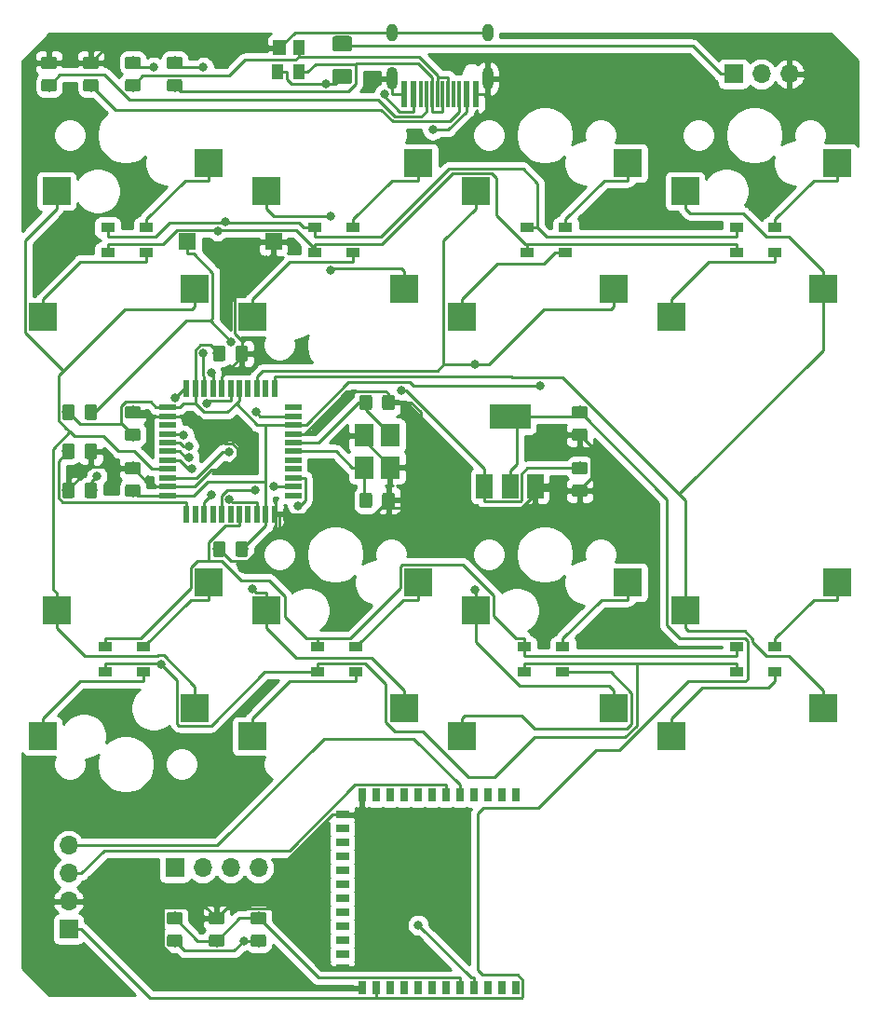
<source format=gbr>
G04 #@! TF.GenerationSoftware,KiCad,Pcbnew,(5.1.2)-2*
G04 #@! TF.CreationDate,2020-01-16T16:08:25+08:00*
G04 #@! TF.ProjectId,wingxx-receiver-v4,77696e67-7878-42d7-9265-636569766572,rev?*
G04 #@! TF.SameCoordinates,Original*
G04 #@! TF.FileFunction,Copper,L2,Bot*
G04 #@! TF.FilePolarity,Positive*
%FSLAX46Y46*%
G04 Gerber Fmt 4.6, Leading zero omitted, Abs format (unit mm)*
G04 Created by KiCad (PCBNEW (5.1.2)-2) date 2020-01-16 16:08:25*
%MOMM*%
%LPD*%
G04 APERTURE LIST*
%ADD10O,1.700000X1.700000*%
%ADD11R,1.700000X1.700000*%
%ADD12R,0.698500X1.198880*%
%ADD13R,1.198880X0.698500*%
%ADD14R,1.300000X0.950000*%
%ADD15R,1.500000X1.500000*%
%ADD16R,1.800000X2.100000*%
%ADD17C,0.100000*%
%ADD18C,1.425000*%
%ADD19C,1.150000*%
%ADD20R,1.500000X0.550000*%
%ADD21R,0.550000X1.500000*%
%ADD22R,1.000000X1.400000*%
%ADD23R,1.200000X1.400000*%
%ADD24R,0.600000X2.450000*%
%ADD25R,0.300000X2.450000*%
%ADD26O,1.000000X2.100000*%
%ADD27O,1.000000X1.600000*%
%ADD28R,3.800000X2.200000*%
%ADD29R,1.500000X2.200000*%
%ADD30R,2.550000X2.500000*%
%ADD31C,0.800000*%
%ADD32C,0.250000*%
%ADD33C,0.254000*%
G04 APERTURE END LIST*
D10*
X97790000Y-135636000D03*
X95250000Y-135636000D03*
X92710000Y-135636000D03*
D11*
X90170000Y-135636000D03*
D12*
X107188000Y-146558000D03*
X114808000Y-129032000D03*
X116078000Y-129032000D03*
D13*
X105410000Y-144780000D03*
D12*
X109728000Y-146558000D03*
X110998000Y-146558000D03*
X112268000Y-146558000D03*
X113538000Y-146558000D03*
X114808000Y-146558000D03*
X116078000Y-146558000D03*
X117348000Y-146558000D03*
X118618000Y-146558000D03*
X119888000Y-146558000D03*
X121158000Y-129032000D03*
X119888000Y-129032000D03*
X118618000Y-129032000D03*
X117348000Y-129032000D03*
X113538000Y-129032000D03*
X112268000Y-129032000D03*
X110998000Y-129032000D03*
X109728000Y-129032000D03*
X108458000Y-129032000D03*
X107188000Y-129032000D03*
D13*
X105410000Y-130810000D03*
X105410000Y-132080000D03*
X105410000Y-133350000D03*
X105410000Y-134620000D03*
X105410000Y-135890000D03*
X105410000Y-137160000D03*
X105410000Y-138430000D03*
X105410000Y-139700000D03*
X105410000Y-140970000D03*
X105410000Y-142240000D03*
X105410000Y-143510000D03*
D12*
X121158000Y-146558000D03*
X108458000Y-146558000D03*
D14*
X84077000Y-77470000D03*
X87627000Y-77470000D03*
X102873000Y-77470000D03*
X106423000Y-77470000D03*
X122177000Y-77470000D03*
X125727000Y-77470000D03*
X141227000Y-77470000D03*
X144777000Y-77470000D03*
X84077000Y-79756000D03*
X87627000Y-79756000D03*
X102873000Y-79756000D03*
X106423000Y-79756000D03*
X122177000Y-79756000D03*
X125727000Y-79756000D03*
X141227000Y-79756000D03*
X144777000Y-79756000D03*
X83823000Y-115570000D03*
X87373000Y-115570000D03*
X103127000Y-115570000D03*
X106677000Y-115570000D03*
X121923000Y-115570000D03*
X125473000Y-115570000D03*
X141227000Y-115570000D03*
X144777000Y-115570000D03*
X83823000Y-117856000D03*
X87373000Y-117856000D03*
X103127000Y-117856000D03*
X106677000Y-117856000D03*
X121923000Y-117856000D03*
X125473000Y-117856000D03*
X141227000Y-117856000D03*
X144777000Y-117856000D03*
D15*
X99150000Y-78740000D03*
X91350000Y-78740000D03*
D16*
X109735000Y-99240000D03*
X109735000Y-96340000D03*
X107435000Y-96340000D03*
X107435000Y-99240000D03*
D17*
G36*
X106059504Y-63006204D02*
G01*
X106083773Y-63009804D01*
X106107571Y-63015765D01*
X106130671Y-63024030D01*
X106152849Y-63034520D01*
X106173893Y-63047133D01*
X106193598Y-63061747D01*
X106211777Y-63078223D01*
X106228253Y-63096402D01*
X106242867Y-63116107D01*
X106255480Y-63137151D01*
X106265970Y-63159329D01*
X106274235Y-63182429D01*
X106280196Y-63206227D01*
X106283796Y-63230496D01*
X106285000Y-63255000D01*
X106285000Y-64180000D01*
X106283796Y-64204504D01*
X106280196Y-64228773D01*
X106274235Y-64252571D01*
X106265970Y-64275671D01*
X106255480Y-64297849D01*
X106242867Y-64318893D01*
X106228253Y-64338598D01*
X106211777Y-64356777D01*
X106193598Y-64373253D01*
X106173893Y-64387867D01*
X106152849Y-64400480D01*
X106130671Y-64410970D01*
X106107571Y-64419235D01*
X106083773Y-64425196D01*
X106059504Y-64428796D01*
X106035000Y-64430000D01*
X104785000Y-64430000D01*
X104760496Y-64428796D01*
X104736227Y-64425196D01*
X104712429Y-64419235D01*
X104689329Y-64410970D01*
X104667151Y-64400480D01*
X104646107Y-64387867D01*
X104626402Y-64373253D01*
X104608223Y-64356777D01*
X104591747Y-64338598D01*
X104577133Y-64318893D01*
X104564520Y-64297849D01*
X104554030Y-64275671D01*
X104545765Y-64252571D01*
X104539804Y-64228773D01*
X104536204Y-64204504D01*
X104535000Y-64180000D01*
X104535000Y-63255000D01*
X104536204Y-63230496D01*
X104539804Y-63206227D01*
X104545765Y-63182429D01*
X104554030Y-63159329D01*
X104564520Y-63137151D01*
X104577133Y-63116107D01*
X104591747Y-63096402D01*
X104608223Y-63078223D01*
X104626402Y-63061747D01*
X104646107Y-63047133D01*
X104667151Y-63034520D01*
X104689329Y-63024030D01*
X104712429Y-63015765D01*
X104736227Y-63009804D01*
X104760496Y-63006204D01*
X104785000Y-63005000D01*
X106035000Y-63005000D01*
X106059504Y-63006204D01*
X106059504Y-63006204D01*
G37*
D18*
X105410000Y-63717500D03*
D17*
G36*
X106059504Y-60031204D02*
G01*
X106083773Y-60034804D01*
X106107571Y-60040765D01*
X106130671Y-60049030D01*
X106152849Y-60059520D01*
X106173893Y-60072133D01*
X106193598Y-60086747D01*
X106211777Y-60103223D01*
X106228253Y-60121402D01*
X106242867Y-60141107D01*
X106255480Y-60162151D01*
X106265970Y-60184329D01*
X106274235Y-60207429D01*
X106280196Y-60231227D01*
X106283796Y-60255496D01*
X106285000Y-60280000D01*
X106285000Y-61205000D01*
X106283796Y-61229504D01*
X106280196Y-61253773D01*
X106274235Y-61277571D01*
X106265970Y-61300671D01*
X106255480Y-61322849D01*
X106242867Y-61343893D01*
X106228253Y-61363598D01*
X106211777Y-61381777D01*
X106193598Y-61398253D01*
X106173893Y-61412867D01*
X106152849Y-61425480D01*
X106130671Y-61435970D01*
X106107571Y-61444235D01*
X106083773Y-61450196D01*
X106059504Y-61453796D01*
X106035000Y-61455000D01*
X104785000Y-61455000D01*
X104760496Y-61453796D01*
X104736227Y-61450196D01*
X104712429Y-61444235D01*
X104689329Y-61435970D01*
X104667151Y-61425480D01*
X104646107Y-61412867D01*
X104626402Y-61398253D01*
X104608223Y-61381777D01*
X104591747Y-61363598D01*
X104577133Y-61343893D01*
X104564520Y-61322849D01*
X104554030Y-61300671D01*
X104545765Y-61277571D01*
X104539804Y-61253773D01*
X104536204Y-61229504D01*
X104535000Y-61205000D01*
X104535000Y-60280000D01*
X104536204Y-60255496D01*
X104539804Y-60231227D01*
X104545765Y-60207429D01*
X104554030Y-60184329D01*
X104564520Y-60162151D01*
X104577133Y-60141107D01*
X104591747Y-60121402D01*
X104608223Y-60103223D01*
X104626402Y-60086747D01*
X104646107Y-60072133D01*
X104667151Y-60059520D01*
X104689329Y-60049030D01*
X104712429Y-60040765D01*
X104736227Y-60034804D01*
X104760496Y-60031204D01*
X104785000Y-60030000D01*
X106035000Y-60030000D01*
X106059504Y-60031204D01*
X106059504Y-60031204D01*
G37*
D18*
X105410000Y-60742500D03*
D17*
G36*
X80858505Y-97091204D02*
G01*
X80882773Y-97094804D01*
X80906572Y-97100765D01*
X80929671Y-97109030D01*
X80951850Y-97119520D01*
X80972893Y-97132132D01*
X80992599Y-97146747D01*
X81010777Y-97163223D01*
X81027253Y-97181401D01*
X81041868Y-97201107D01*
X81054480Y-97222150D01*
X81064970Y-97244329D01*
X81073235Y-97267428D01*
X81079196Y-97291227D01*
X81082796Y-97315495D01*
X81084000Y-97339999D01*
X81084000Y-98240001D01*
X81082796Y-98264505D01*
X81079196Y-98288773D01*
X81073235Y-98312572D01*
X81064970Y-98335671D01*
X81054480Y-98357850D01*
X81041868Y-98378893D01*
X81027253Y-98398599D01*
X81010777Y-98416777D01*
X80992599Y-98433253D01*
X80972893Y-98447868D01*
X80951850Y-98460480D01*
X80929671Y-98470970D01*
X80906572Y-98479235D01*
X80882773Y-98485196D01*
X80858505Y-98488796D01*
X80834001Y-98490000D01*
X80183999Y-98490000D01*
X80159495Y-98488796D01*
X80135227Y-98485196D01*
X80111428Y-98479235D01*
X80088329Y-98470970D01*
X80066150Y-98460480D01*
X80045107Y-98447868D01*
X80025401Y-98433253D01*
X80007223Y-98416777D01*
X79990747Y-98398599D01*
X79976132Y-98378893D01*
X79963520Y-98357850D01*
X79953030Y-98335671D01*
X79944765Y-98312572D01*
X79938804Y-98288773D01*
X79935204Y-98264505D01*
X79934000Y-98240001D01*
X79934000Y-97339999D01*
X79935204Y-97315495D01*
X79938804Y-97291227D01*
X79944765Y-97267428D01*
X79953030Y-97244329D01*
X79963520Y-97222150D01*
X79976132Y-97201107D01*
X79990747Y-97181401D01*
X80007223Y-97163223D01*
X80025401Y-97146747D01*
X80045107Y-97132132D01*
X80066150Y-97119520D01*
X80088329Y-97109030D01*
X80111428Y-97100765D01*
X80135227Y-97094804D01*
X80159495Y-97091204D01*
X80183999Y-97090000D01*
X80834001Y-97090000D01*
X80858505Y-97091204D01*
X80858505Y-97091204D01*
G37*
D19*
X80509000Y-97790000D03*
D17*
G36*
X82908505Y-97091204D02*
G01*
X82932773Y-97094804D01*
X82956572Y-97100765D01*
X82979671Y-97109030D01*
X83001850Y-97119520D01*
X83022893Y-97132132D01*
X83042599Y-97146747D01*
X83060777Y-97163223D01*
X83077253Y-97181401D01*
X83091868Y-97201107D01*
X83104480Y-97222150D01*
X83114970Y-97244329D01*
X83123235Y-97267428D01*
X83129196Y-97291227D01*
X83132796Y-97315495D01*
X83134000Y-97339999D01*
X83134000Y-98240001D01*
X83132796Y-98264505D01*
X83129196Y-98288773D01*
X83123235Y-98312572D01*
X83114970Y-98335671D01*
X83104480Y-98357850D01*
X83091868Y-98378893D01*
X83077253Y-98398599D01*
X83060777Y-98416777D01*
X83042599Y-98433253D01*
X83022893Y-98447868D01*
X83001850Y-98460480D01*
X82979671Y-98470970D01*
X82956572Y-98479235D01*
X82932773Y-98485196D01*
X82908505Y-98488796D01*
X82884001Y-98490000D01*
X82233999Y-98490000D01*
X82209495Y-98488796D01*
X82185227Y-98485196D01*
X82161428Y-98479235D01*
X82138329Y-98470970D01*
X82116150Y-98460480D01*
X82095107Y-98447868D01*
X82075401Y-98433253D01*
X82057223Y-98416777D01*
X82040747Y-98398599D01*
X82026132Y-98378893D01*
X82013520Y-98357850D01*
X82003030Y-98335671D01*
X81994765Y-98312572D01*
X81988804Y-98288773D01*
X81985204Y-98264505D01*
X81984000Y-98240001D01*
X81984000Y-97339999D01*
X81985204Y-97315495D01*
X81988804Y-97291227D01*
X81994765Y-97267428D01*
X82003030Y-97244329D01*
X82013520Y-97222150D01*
X82026132Y-97201107D01*
X82040747Y-97181401D01*
X82057223Y-97163223D01*
X82075401Y-97146747D01*
X82095107Y-97132132D01*
X82116150Y-97119520D01*
X82138329Y-97109030D01*
X82161428Y-97100765D01*
X82185227Y-97094804D01*
X82209495Y-97091204D01*
X82233999Y-97090000D01*
X82884001Y-97090000D01*
X82908505Y-97091204D01*
X82908505Y-97091204D01*
G37*
D19*
X82559000Y-97790000D03*
D17*
G36*
X82908505Y-93535204D02*
G01*
X82932773Y-93538804D01*
X82956572Y-93544765D01*
X82979671Y-93553030D01*
X83001850Y-93563520D01*
X83022893Y-93576132D01*
X83042599Y-93590747D01*
X83060777Y-93607223D01*
X83077253Y-93625401D01*
X83091868Y-93645107D01*
X83104480Y-93666150D01*
X83114970Y-93688329D01*
X83123235Y-93711428D01*
X83129196Y-93735227D01*
X83132796Y-93759495D01*
X83134000Y-93783999D01*
X83134000Y-94684001D01*
X83132796Y-94708505D01*
X83129196Y-94732773D01*
X83123235Y-94756572D01*
X83114970Y-94779671D01*
X83104480Y-94801850D01*
X83091868Y-94822893D01*
X83077253Y-94842599D01*
X83060777Y-94860777D01*
X83042599Y-94877253D01*
X83022893Y-94891868D01*
X83001850Y-94904480D01*
X82979671Y-94914970D01*
X82956572Y-94923235D01*
X82932773Y-94929196D01*
X82908505Y-94932796D01*
X82884001Y-94934000D01*
X82233999Y-94934000D01*
X82209495Y-94932796D01*
X82185227Y-94929196D01*
X82161428Y-94923235D01*
X82138329Y-94914970D01*
X82116150Y-94904480D01*
X82095107Y-94891868D01*
X82075401Y-94877253D01*
X82057223Y-94860777D01*
X82040747Y-94842599D01*
X82026132Y-94822893D01*
X82013520Y-94801850D01*
X82003030Y-94779671D01*
X81994765Y-94756572D01*
X81988804Y-94732773D01*
X81985204Y-94708505D01*
X81984000Y-94684001D01*
X81984000Y-93783999D01*
X81985204Y-93759495D01*
X81988804Y-93735227D01*
X81994765Y-93711428D01*
X82003030Y-93688329D01*
X82013520Y-93666150D01*
X82026132Y-93645107D01*
X82040747Y-93625401D01*
X82057223Y-93607223D01*
X82075401Y-93590747D01*
X82095107Y-93576132D01*
X82116150Y-93563520D01*
X82138329Y-93553030D01*
X82161428Y-93544765D01*
X82185227Y-93538804D01*
X82209495Y-93535204D01*
X82233999Y-93534000D01*
X82884001Y-93534000D01*
X82908505Y-93535204D01*
X82908505Y-93535204D01*
G37*
D19*
X82559000Y-94234000D03*
D17*
G36*
X80858505Y-93535204D02*
G01*
X80882773Y-93538804D01*
X80906572Y-93544765D01*
X80929671Y-93553030D01*
X80951850Y-93563520D01*
X80972893Y-93576132D01*
X80992599Y-93590747D01*
X81010777Y-93607223D01*
X81027253Y-93625401D01*
X81041868Y-93645107D01*
X81054480Y-93666150D01*
X81064970Y-93688329D01*
X81073235Y-93711428D01*
X81079196Y-93735227D01*
X81082796Y-93759495D01*
X81084000Y-93783999D01*
X81084000Y-94684001D01*
X81082796Y-94708505D01*
X81079196Y-94732773D01*
X81073235Y-94756572D01*
X81064970Y-94779671D01*
X81054480Y-94801850D01*
X81041868Y-94822893D01*
X81027253Y-94842599D01*
X81010777Y-94860777D01*
X80992599Y-94877253D01*
X80972893Y-94891868D01*
X80951850Y-94904480D01*
X80929671Y-94914970D01*
X80906572Y-94923235D01*
X80882773Y-94929196D01*
X80858505Y-94932796D01*
X80834001Y-94934000D01*
X80183999Y-94934000D01*
X80159495Y-94932796D01*
X80135227Y-94929196D01*
X80111428Y-94923235D01*
X80088329Y-94914970D01*
X80066150Y-94904480D01*
X80045107Y-94891868D01*
X80025401Y-94877253D01*
X80007223Y-94860777D01*
X79990747Y-94842599D01*
X79976132Y-94822893D01*
X79963520Y-94801850D01*
X79953030Y-94779671D01*
X79944765Y-94756572D01*
X79938804Y-94732773D01*
X79935204Y-94708505D01*
X79934000Y-94684001D01*
X79934000Y-93783999D01*
X79935204Y-93759495D01*
X79938804Y-93735227D01*
X79944765Y-93711428D01*
X79953030Y-93688329D01*
X79963520Y-93666150D01*
X79976132Y-93645107D01*
X79990747Y-93625401D01*
X80007223Y-93607223D01*
X80025401Y-93590747D01*
X80045107Y-93576132D01*
X80066150Y-93563520D01*
X80088329Y-93553030D01*
X80111428Y-93544765D01*
X80135227Y-93538804D01*
X80159495Y-93535204D01*
X80183999Y-93534000D01*
X80834001Y-93534000D01*
X80858505Y-93535204D01*
X80858505Y-93535204D01*
G37*
D19*
X80509000Y-94234000D03*
D17*
G36*
X90644505Y-63951204D02*
G01*
X90668773Y-63954804D01*
X90692572Y-63960765D01*
X90715671Y-63969030D01*
X90737850Y-63979520D01*
X90758893Y-63992132D01*
X90778599Y-64006747D01*
X90796777Y-64023223D01*
X90813253Y-64041401D01*
X90827868Y-64061107D01*
X90840480Y-64082150D01*
X90850970Y-64104329D01*
X90859235Y-64127428D01*
X90865196Y-64151227D01*
X90868796Y-64175495D01*
X90870000Y-64199999D01*
X90870000Y-64850001D01*
X90868796Y-64874505D01*
X90865196Y-64898773D01*
X90859235Y-64922572D01*
X90850970Y-64945671D01*
X90840480Y-64967850D01*
X90827868Y-64988893D01*
X90813253Y-65008599D01*
X90796777Y-65026777D01*
X90778599Y-65043253D01*
X90758893Y-65057868D01*
X90737850Y-65070480D01*
X90715671Y-65080970D01*
X90692572Y-65089235D01*
X90668773Y-65095196D01*
X90644505Y-65098796D01*
X90620001Y-65100000D01*
X89719999Y-65100000D01*
X89695495Y-65098796D01*
X89671227Y-65095196D01*
X89647428Y-65089235D01*
X89624329Y-65080970D01*
X89602150Y-65070480D01*
X89581107Y-65057868D01*
X89561401Y-65043253D01*
X89543223Y-65026777D01*
X89526747Y-65008599D01*
X89512132Y-64988893D01*
X89499520Y-64967850D01*
X89489030Y-64945671D01*
X89480765Y-64922572D01*
X89474804Y-64898773D01*
X89471204Y-64874505D01*
X89470000Y-64850001D01*
X89470000Y-64199999D01*
X89471204Y-64175495D01*
X89474804Y-64151227D01*
X89480765Y-64127428D01*
X89489030Y-64104329D01*
X89499520Y-64082150D01*
X89512132Y-64061107D01*
X89526747Y-64041401D01*
X89543223Y-64023223D01*
X89561401Y-64006747D01*
X89581107Y-63992132D01*
X89602150Y-63979520D01*
X89624329Y-63969030D01*
X89647428Y-63960765D01*
X89671227Y-63954804D01*
X89695495Y-63951204D01*
X89719999Y-63950000D01*
X90620001Y-63950000D01*
X90644505Y-63951204D01*
X90644505Y-63951204D01*
G37*
D19*
X90170000Y-64525000D03*
D17*
G36*
X90644505Y-61901204D02*
G01*
X90668773Y-61904804D01*
X90692572Y-61910765D01*
X90715671Y-61919030D01*
X90737850Y-61929520D01*
X90758893Y-61942132D01*
X90778599Y-61956747D01*
X90796777Y-61973223D01*
X90813253Y-61991401D01*
X90827868Y-62011107D01*
X90840480Y-62032150D01*
X90850970Y-62054329D01*
X90859235Y-62077428D01*
X90865196Y-62101227D01*
X90868796Y-62125495D01*
X90870000Y-62149999D01*
X90870000Y-62800001D01*
X90868796Y-62824505D01*
X90865196Y-62848773D01*
X90859235Y-62872572D01*
X90850970Y-62895671D01*
X90840480Y-62917850D01*
X90827868Y-62938893D01*
X90813253Y-62958599D01*
X90796777Y-62976777D01*
X90778599Y-62993253D01*
X90758893Y-63007868D01*
X90737850Y-63020480D01*
X90715671Y-63030970D01*
X90692572Y-63039235D01*
X90668773Y-63045196D01*
X90644505Y-63048796D01*
X90620001Y-63050000D01*
X89719999Y-63050000D01*
X89695495Y-63048796D01*
X89671227Y-63045196D01*
X89647428Y-63039235D01*
X89624329Y-63030970D01*
X89602150Y-63020480D01*
X89581107Y-63007868D01*
X89561401Y-62993253D01*
X89543223Y-62976777D01*
X89526747Y-62958599D01*
X89512132Y-62938893D01*
X89499520Y-62917850D01*
X89489030Y-62895671D01*
X89480765Y-62872572D01*
X89474804Y-62848773D01*
X89471204Y-62824505D01*
X89470000Y-62800001D01*
X89470000Y-62149999D01*
X89471204Y-62125495D01*
X89474804Y-62101227D01*
X89480765Y-62077428D01*
X89489030Y-62054329D01*
X89499520Y-62032150D01*
X89512132Y-62011107D01*
X89526747Y-61991401D01*
X89543223Y-61973223D01*
X89561401Y-61956747D01*
X89581107Y-61942132D01*
X89602150Y-61929520D01*
X89624329Y-61919030D01*
X89647428Y-61910765D01*
X89671227Y-61904804D01*
X89695495Y-61901204D01*
X89719999Y-61900000D01*
X90620001Y-61900000D01*
X90644505Y-61901204D01*
X90644505Y-61901204D01*
G37*
D19*
X90170000Y-62475000D03*
D17*
G36*
X86834505Y-63951204D02*
G01*
X86858773Y-63954804D01*
X86882572Y-63960765D01*
X86905671Y-63969030D01*
X86927850Y-63979520D01*
X86948893Y-63992132D01*
X86968599Y-64006747D01*
X86986777Y-64023223D01*
X87003253Y-64041401D01*
X87017868Y-64061107D01*
X87030480Y-64082150D01*
X87040970Y-64104329D01*
X87049235Y-64127428D01*
X87055196Y-64151227D01*
X87058796Y-64175495D01*
X87060000Y-64199999D01*
X87060000Y-64850001D01*
X87058796Y-64874505D01*
X87055196Y-64898773D01*
X87049235Y-64922572D01*
X87040970Y-64945671D01*
X87030480Y-64967850D01*
X87017868Y-64988893D01*
X87003253Y-65008599D01*
X86986777Y-65026777D01*
X86968599Y-65043253D01*
X86948893Y-65057868D01*
X86927850Y-65070480D01*
X86905671Y-65080970D01*
X86882572Y-65089235D01*
X86858773Y-65095196D01*
X86834505Y-65098796D01*
X86810001Y-65100000D01*
X85909999Y-65100000D01*
X85885495Y-65098796D01*
X85861227Y-65095196D01*
X85837428Y-65089235D01*
X85814329Y-65080970D01*
X85792150Y-65070480D01*
X85771107Y-65057868D01*
X85751401Y-65043253D01*
X85733223Y-65026777D01*
X85716747Y-65008599D01*
X85702132Y-64988893D01*
X85689520Y-64967850D01*
X85679030Y-64945671D01*
X85670765Y-64922572D01*
X85664804Y-64898773D01*
X85661204Y-64874505D01*
X85660000Y-64850001D01*
X85660000Y-64199999D01*
X85661204Y-64175495D01*
X85664804Y-64151227D01*
X85670765Y-64127428D01*
X85679030Y-64104329D01*
X85689520Y-64082150D01*
X85702132Y-64061107D01*
X85716747Y-64041401D01*
X85733223Y-64023223D01*
X85751401Y-64006747D01*
X85771107Y-63992132D01*
X85792150Y-63979520D01*
X85814329Y-63969030D01*
X85837428Y-63960765D01*
X85861227Y-63954804D01*
X85885495Y-63951204D01*
X85909999Y-63950000D01*
X86810001Y-63950000D01*
X86834505Y-63951204D01*
X86834505Y-63951204D01*
G37*
D19*
X86360000Y-64525000D03*
D17*
G36*
X86834505Y-61901204D02*
G01*
X86858773Y-61904804D01*
X86882572Y-61910765D01*
X86905671Y-61919030D01*
X86927850Y-61929520D01*
X86948893Y-61942132D01*
X86968599Y-61956747D01*
X86986777Y-61973223D01*
X87003253Y-61991401D01*
X87017868Y-62011107D01*
X87030480Y-62032150D01*
X87040970Y-62054329D01*
X87049235Y-62077428D01*
X87055196Y-62101227D01*
X87058796Y-62125495D01*
X87060000Y-62149999D01*
X87060000Y-62800001D01*
X87058796Y-62824505D01*
X87055196Y-62848773D01*
X87049235Y-62872572D01*
X87040970Y-62895671D01*
X87030480Y-62917850D01*
X87017868Y-62938893D01*
X87003253Y-62958599D01*
X86986777Y-62976777D01*
X86968599Y-62993253D01*
X86948893Y-63007868D01*
X86927850Y-63020480D01*
X86905671Y-63030970D01*
X86882572Y-63039235D01*
X86858773Y-63045196D01*
X86834505Y-63048796D01*
X86810001Y-63050000D01*
X85909999Y-63050000D01*
X85885495Y-63048796D01*
X85861227Y-63045196D01*
X85837428Y-63039235D01*
X85814329Y-63030970D01*
X85792150Y-63020480D01*
X85771107Y-63007868D01*
X85751401Y-62993253D01*
X85733223Y-62976777D01*
X85716747Y-62958599D01*
X85702132Y-62938893D01*
X85689520Y-62917850D01*
X85679030Y-62895671D01*
X85670765Y-62872572D01*
X85664804Y-62848773D01*
X85661204Y-62824505D01*
X85660000Y-62800001D01*
X85660000Y-62149999D01*
X85661204Y-62125495D01*
X85664804Y-62101227D01*
X85670765Y-62077428D01*
X85679030Y-62054329D01*
X85689520Y-62032150D01*
X85702132Y-62011107D01*
X85716747Y-61991401D01*
X85733223Y-61973223D01*
X85751401Y-61956747D01*
X85771107Y-61942132D01*
X85792150Y-61929520D01*
X85814329Y-61919030D01*
X85837428Y-61910765D01*
X85861227Y-61904804D01*
X85885495Y-61901204D01*
X85909999Y-61900000D01*
X86810001Y-61900000D01*
X86834505Y-61901204D01*
X86834505Y-61901204D01*
G37*
D19*
X86360000Y-62475000D03*
D17*
G36*
X83024505Y-63951204D02*
G01*
X83048773Y-63954804D01*
X83072572Y-63960765D01*
X83095671Y-63969030D01*
X83117850Y-63979520D01*
X83138893Y-63992132D01*
X83158599Y-64006747D01*
X83176777Y-64023223D01*
X83193253Y-64041401D01*
X83207868Y-64061107D01*
X83220480Y-64082150D01*
X83230970Y-64104329D01*
X83239235Y-64127428D01*
X83245196Y-64151227D01*
X83248796Y-64175495D01*
X83250000Y-64199999D01*
X83250000Y-64850001D01*
X83248796Y-64874505D01*
X83245196Y-64898773D01*
X83239235Y-64922572D01*
X83230970Y-64945671D01*
X83220480Y-64967850D01*
X83207868Y-64988893D01*
X83193253Y-65008599D01*
X83176777Y-65026777D01*
X83158599Y-65043253D01*
X83138893Y-65057868D01*
X83117850Y-65070480D01*
X83095671Y-65080970D01*
X83072572Y-65089235D01*
X83048773Y-65095196D01*
X83024505Y-65098796D01*
X83000001Y-65100000D01*
X82099999Y-65100000D01*
X82075495Y-65098796D01*
X82051227Y-65095196D01*
X82027428Y-65089235D01*
X82004329Y-65080970D01*
X81982150Y-65070480D01*
X81961107Y-65057868D01*
X81941401Y-65043253D01*
X81923223Y-65026777D01*
X81906747Y-65008599D01*
X81892132Y-64988893D01*
X81879520Y-64967850D01*
X81869030Y-64945671D01*
X81860765Y-64922572D01*
X81854804Y-64898773D01*
X81851204Y-64874505D01*
X81850000Y-64850001D01*
X81850000Y-64199999D01*
X81851204Y-64175495D01*
X81854804Y-64151227D01*
X81860765Y-64127428D01*
X81869030Y-64104329D01*
X81879520Y-64082150D01*
X81892132Y-64061107D01*
X81906747Y-64041401D01*
X81923223Y-64023223D01*
X81941401Y-64006747D01*
X81961107Y-63992132D01*
X81982150Y-63979520D01*
X82004329Y-63969030D01*
X82027428Y-63960765D01*
X82051227Y-63954804D01*
X82075495Y-63951204D01*
X82099999Y-63950000D01*
X83000001Y-63950000D01*
X83024505Y-63951204D01*
X83024505Y-63951204D01*
G37*
D19*
X82550000Y-64525000D03*
D17*
G36*
X83024505Y-61901204D02*
G01*
X83048773Y-61904804D01*
X83072572Y-61910765D01*
X83095671Y-61919030D01*
X83117850Y-61929520D01*
X83138893Y-61942132D01*
X83158599Y-61956747D01*
X83176777Y-61973223D01*
X83193253Y-61991401D01*
X83207868Y-62011107D01*
X83220480Y-62032150D01*
X83230970Y-62054329D01*
X83239235Y-62077428D01*
X83245196Y-62101227D01*
X83248796Y-62125495D01*
X83250000Y-62149999D01*
X83250000Y-62800001D01*
X83248796Y-62824505D01*
X83245196Y-62848773D01*
X83239235Y-62872572D01*
X83230970Y-62895671D01*
X83220480Y-62917850D01*
X83207868Y-62938893D01*
X83193253Y-62958599D01*
X83176777Y-62976777D01*
X83158599Y-62993253D01*
X83138893Y-63007868D01*
X83117850Y-63020480D01*
X83095671Y-63030970D01*
X83072572Y-63039235D01*
X83048773Y-63045196D01*
X83024505Y-63048796D01*
X83000001Y-63050000D01*
X82099999Y-63050000D01*
X82075495Y-63048796D01*
X82051227Y-63045196D01*
X82027428Y-63039235D01*
X82004329Y-63030970D01*
X81982150Y-63020480D01*
X81961107Y-63007868D01*
X81941401Y-62993253D01*
X81923223Y-62976777D01*
X81906747Y-62958599D01*
X81892132Y-62938893D01*
X81879520Y-62917850D01*
X81869030Y-62895671D01*
X81860765Y-62872572D01*
X81854804Y-62848773D01*
X81851204Y-62824505D01*
X81850000Y-62800001D01*
X81850000Y-62149999D01*
X81851204Y-62125495D01*
X81854804Y-62101227D01*
X81860765Y-62077428D01*
X81869030Y-62054329D01*
X81879520Y-62032150D01*
X81892132Y-62011107D01*
X81906747Y-61991401D01*
X81923223Y-61973223D01*
X81941401Y-61956747D01*
X81961107Y-61942132D01*
X81982150Y-61929520D01*
X82004329Y-61919030D01*
X82027428Y-61910765D01*
X82051227Y-61904804D01*
X82075495Y-61901204D01*
X82099999Y-61900000D01*
X83000001Y-61900000D01*
X83024505Y-61901204D01*
X83024505Y-61901204D01*
G37*
D19*
X82550000Y-62475000D03*
D17*
G36*
X79214505Y-63951204D02*
G01*
X79238773Y-63954804D01*
X79262572Y-63960765D01*
X79285671Y-63969030D01*
X79307850Y-63979520D01*
X79328893Y-63992132D01*
X79348599Y-64006747D01*
X79366777Y-64023223D01*
X79383253Y-64041401D01*
X79397868Y-64061107D01*
X79410480Y-64082150D01*
X79420970Y-64104329D01*
X79429235Y-64127428D01*
X79435196Y-64151227D01*
X79438796Y-64175495D01*
X79440000Y-64199999D01*
X79440000Y-64850001D01*
X79438796Y-64874505D01*
X79435196Y-64898773D01*
X79429235Y-64922572D01*
X79420970Y-64945671D01*
X79410480Y-64967850D01*
X79397868Y-64988893D01*
X79383253Y-65008599D01*
X79366777Y-65026777D01*
X79348599Y-65043253D01*
X79328893Y-65057868D01*
X79307850Y-65070480D01*
X79285671Y-65080970D01*
X79262572Y-65089235D01*
X79238773Y-65095196D01*
X79214505Y-65098796D01*
X79190001Y-65100000D01*
X78289999Y-65100000D01*
X78265495Y-65098796D01*
X78241227Y-65095196D01*
X78217428Y-65089235D01*
X78194329Y-65080970D01*
X78172150Y-65070480D01*
X78151107Y-65057868D01*
X78131401Y-65043253D01*
X78113223Y-65026777D01*
X78096747Y-65008599D01*
X78082132Y-64988893D01*
X78069520Y-64967850D01*
X78059030Y-64945671D01*
X78050765Y-64922572D01*
X78044804Y-64898773D01*
X78041204Y-64874505D01*
X78040000Y-64850001D01*
X78040000Y-64199999D01*
X78041204Y-64175495D01*
X78044804Y-64151227D01*
X78050765Y-64127428D01*
X78059030Y-64104329D01*
X78069520Y-64082150D01*
X78082132Y-64061107D01*
X78096747Y-64041401D01*
X78113223Y-64023223D01*
X78131401Y-64006747D01*
X78151107Y-63992132D01*
X78172150Y-63979520D01*
X78194329Y-63969030D01*
X78217428Y-63960765D01*
X78241227Y-63954804D01*
X78265495Y-63951204D01*
X78289999Y-63950000D01*
X79190001Y-63950000D01*
X79214505Y-63951204D01*
X79214505Y-63951204D01*
G37*
D19*
X78740000Y-64525000D03*
D17*
G36*
X79214505Y-61901204D02*
G01*
X79238773Y-61904804D01*
X79262572Y-61910765D01*
X79285671Y-61919030D01*
X79307850Y-61929520D01*
X79328893Y-61942132D01*
X79348599Y-61956747D01*
X79366777Y-61973223D01*
X79383253Y-61991401D01*
X79397868Y-62011107D01*
X79410480Y-62032150D01*
X79420970Y-62054329D01*
X79429235Y-62077428D01*
X79435196Y-62101227D01*
X79438796Y-62125495D01*
X79440000Y-62149999D01*
X79440000Y-62800001D01*
X79438796Y-62824505D01*
X79435196Y-62848773D01*
X79429235Y-62872572D01*
X79420970Y-62895671D01*
X79410480Y-62917850D01*
X79397868Y-62938893D01*
X79383253Y-62958599D01*
X79366777Y-62976777D01*
X79348599Y-62993253D01*
X79328893Y-63007868D01*
X79307850Y-63020480D01*
X79285671Y-63030970D01*
X79262572Y-63039235D01*
X79238773Y-63045196D01*
X79214505Y-63048796D01*
X79190001Y-63050000D01*
X78289999Y-63050000D01*
X78265495Y-63048796D01*
X78241227Y-63045196D01*
X78217428Y-63039235D01*
X78194329Y-63030970D01*
X78172150Y-63020480D01*
X78151107Y-63007868D01*
X78131401Y-62993253D01*
X78113223Y-62976777D01*
X78096747Y-62958599D01*
X78082132Y-62938893D01*
X78069520Y-62917850D01*
X78059030Y-62895671D01*
X78050765Y-62872572D01*
X78044804Y-62848773D01*
X78041204Y-62824505D01*
X78040000Y-62800001D01*
X78040000Y-62149999D01*
X78041204Y-62125495D01*
X78044804Y-62101227D01*
X78050765Y-62077428D01*
X78059030Y-62054329D01*
X78069520Y-62032150D01*
X78082132Y-62011107D01*
X78096747Y-61991401D01*
X78113223Y-61973223D01*
X78131401Y-61956747D01*
X78151107Y-61942132D01*
X78172150Y-61929520D01*
X78194329Y-61919030D01*
X78217428Y-61910765D01*
X78241227Y-61904804D01*
X78265495Y-61901204D01*
X78289999Y-61900000D01*
X79190001Y-61900000D01*
X79214505Y-61901204D01*
X79214505Y-61901204D01*
G37*
D19*
X78740000Y-62475000D03*
D17*
G36*
X127474505Y-95701204D02*
G01*
X127498773Y-95704804D01*
X127522572Y-95710765D01*
X127545671Y-95719030D01*
X127567850Y-95729520D01*
X127588893Y-95742132D01*
X127608599Y-95756747D01*
X127626777Y-95773223D01*
X127643253Y-95791401D01*
X127657868Y-95811107D01*
X127670480Y-95832150D01*
X127680970Y-95854329D01*
X127689235Y-95877428D01*
X127695196Y-95901227D01*
X127698796Y-95925495D01*
X127700000Y-95949999D01*
X127700000Y-96600001D01*
X127698796Y-96624505D01*
X127695196Y-96648773D01*
X127689235Y-96672572D01*
X127680970Y-96695671D01*
X127670480Y-96717850D01*
X127657868Y-96738893D01*
X127643253Y-96758599D01*
X127626777Y-96776777D01*
X127608599Y-96793253D01*
X127588893Y-96807868D01*
X127567850Y-96820480D01*
X127545671Y-96830970D01*
X127522572Y-96839235D01*
X127498773Y-96845196D01*
X127474505Y-96848796D01*
X127450001Y-96850000D01*
X126549999Y-96850000D01*
X126525495Y-96848796D01*
X126501227Y-96845196D01*
X126477428Y-96839235D01*
X126454329Y-96830970D01*
X126432150Y-96820480D01*
X126411107Y-96807868D01*
X126391401Y-96793253D01*
X126373223Y-96776777D01*
X126356747Y-96758599D01*
X126342132Y-96738893D01*
X126329520Y-96717850D01*
X126319030Y-96695671D01*
X126310765Y-96672572D01*
X126304804Y-96648773D01*
X126301204Y-96624505D01*
X126300000Y-96600001D01*
X126300000Y-95949999D01*
X126301204Y-95925495D01*
X126304804Y-95901227D01*
X126310765Y-95877428D01*
X126319030Y-95854329D01*
X126329520Y-95832150D01*
X126342132Y-95811107D01*
X126356747Y-95791401D01*
X126373223Y-95773223D01*
X126391401Y-95756747D01*
X126411107Y-95742132D01*
X126432150Y-95729520D01*
X126454329Y-95719030D01*
X126477428Y-95710765D01*
X126501227Y-95704804D01*
X126525495Y-95701204D01*
X126549999Y-95700000D01*
X127450001Y-95700000D01*
X127474505Y-95701204D01*
X127474505Y-95701204D01*
G37*
D19*
X127000000Y-96275000D03*
D17*
G36*
X127474505Y-93651204D02*
G01*
X127498773Y-93654804D01*
X127522572Y-93660765D01*
X127545671Y-93669030D01*
X127567850Y-93679520D01*
X127588893Y-93692132D01*
X127608599Y-93706747D01*
X127626777Y-93723223D01*
X127643253Y-93741401D01*
X127657868Y-93761107D01*
X127670480Y-93782150D01*
X127680970Y-93804329D01*
X127689235Y-93827428D01*
X127695196Y-93851227D01*
X127698796Y-93875495D01*
X127700000Y-93899999D01*
X127700000Y-94550001D01*
X127698796Y-94574505D01*
X127695196Y-94598773D01*
X127689235Y-94622572D01*
X127680970Y-94645671D01*
X127670480Y-94667850D01*
X127657868Y-94688893D01*
X127643253Y-94708599D01*
X127626777Y-94726777D01*
X127608599Y-94743253D01*
X127588893Y-94757868D01*
X127567850Y-94770480D01*
X127545671Y-94780970D01*
X127522572Y-94789235D01*
X127498773Y-94795196D01*
X127474505Y-94798796D01*
X127450001Y-94800000D01*
X126549999Y-94800000D01*
X126525495Y-94798796D01*
X126501227Y-94795196D01*
X126477428Y-94789235D01*
X126454329Y-94780970D01*
X126432150Y-94770480D01*
X126411107Y-94757868D01*
X126391401Y-94743253D01*
X126373223Y-94726777D01*
X126356747Y-94708599D01*
X126342132Y-94688893D01*
X126329520Y-94667850D01*
X126319030Y-94645671D01*
X126310765Y-94622572D01*
X126304804Y-94598773D01*
X126301204Y-94574505D01*
X126300000Y-94550001D01*
X126300000Y-93899999D01*
X126301204Y-93875495D01*
X126304804Y-93851227D01*
X126310765Y-93827428D01*
X126319030Y-93804329D01*
X126329520Y-93782150D01*
X126342132Y-93761107D01*
X126356747Y-93741401D01*
X126373223Y-93723223D01*
X126391401Y-93706747D01*
X126411107Y-93692132D01*
X126432150Y-93679520D01*
X126454329Y-93669030D01*
X126477428Y-93660765D01*
X126501227Y-93654804D01*
X126525495Y-93651204D01*
X126549999Y-93650000D01*
X127450001Y-93650000D01*
X127474505Y-93651204D01*
X127474505Y-93651204D01*
G37*
D19*
X127000000Y-94225000D03*
D17*
G36*
X127474505Y-100781204D02*
G01*
X127498773Y-100784804D01*
X127522572Y-100790765D01*
X127545671Y-100799030D01*
X127567850Y-100809520D01*
X127588893Y-100822132D01*
X127608599Y-100836747D01*
X127626777Y-100853223D01*
X127643253Y-100871401D01*
X127657868Y-100891107D01*
X127670480Y-100912150D01*
X127680970Y-100934329D01*
X127689235Y-100957428D01*
X127695196Y-100981227D01*
X127698796Y-101005495D01*
X127700000Y-101029999D01*
X127700000Y-101680001D01*
X127698796Y-101704505D01*
X127695196Y-101728773D01*
X127689235Y-101752572D01*
X127680970Y-101775671D01*
X127670480Y-101797850D01*
X127657868Y-101818893D01*
X127643253Y-101838599D01*
X127626777Y-101856777D01*
X127608599Y-101873253D01*
X127588893Y-101887868D01*
X127567850Y-101900480D01*
X127545671Y-101910970D01*
X127522572Y-101919235D01*
X127498773Y-101925196D01*
X127474505Y-101928796D01*
X127450001Y-101930000D01*
X126549999Y-101930000D01*
X126525495Y-101928796D01*
X126501227Y-101925196D01*
X126477428Y-101919235D01*
X126454329Y-101910970D01*
X126432150Y-101900480D01*
X126411107Y-101887868D01*
X126391401Y-101873253D01*
X126373223Y-101856777D01*
X126356747Y-101838599D01*
X126342132Y-101818893D01*
X126329520Y-101797850D01*
X126319030Y-101775671D01*
X126310765Y-101752572D01*
X126304804Y-101728773D01*
X126301204Y-101704505D01*
X126300000Y-101680001D01*
X126300000Y-101029999D01*
X126301204Y-101005495D01*
X126304804Y-100981227D01*
X126310765Y-100957428D01*
X126319030Y-100934329D01*
X126329520Y-100912150D01*
X126342132Y-100891107D01*
X126356747Y-100871401D01*
X126373223Y-100853223D01*
X126391401Y-100836747D01*
X126411107Y-100822132D01*
X126432150Y-100809520D01*
X126454329Y-100799030D01*
X126477428Y-100790765D01*
X126501227Y-100784804D01*
X126525495Y-100781204D01*
X126549999Y-100780000D01*
X127450001Y-100780000D01*
X127474505Y-100781204D01*
X127474505Y-100781204D01*
G37*
D19*
X127000000Y-101355000D03*
D17*
G36*
X127474505Y-98731204D02*
G01*
X127498773Y-98734804D01*
X127522572Y-98740765D01*
X127545671Y-98749030D01*
X127567850Y-98759520D01*
X127588893Y-98772132D01*
X127608599Y-98786747D01*
X127626777Y-98803223D01*
X127643253Y-98821401D01*
X127657868Y-98841107D01*
X127670480Y-98862150D01*
X127680970Y-98884329D01*
X127689235Y-98907428D01*
X127695196Y-98931227D01*
X127698796Y-98955495D01*
X127700000Y-98979999D01*
X127700000Y-99630001D01*
X127698796Y-99654505D01*
X127695196Y-99678773D01*
X127689235Y-99702572D01*
X127680970Y-99725671D01*
X127670480Y-99747850D01*
X127657868Y-99768893D01*
X127643253Y-99788599D01*
X127626777Y-99806777D01*
X127608599Y-99823253D01*
X127588893Y-99837868D01*
X127567850Y-99850480D01*
X127545671Y-99860970D01*
X127522572Y-99869235D01*
X127498773Y-99875196D01*
X127474505Y-99878796D01*
X127450001Y-99880000D01*
X126549999Y-99880000D01*
X126525495Y-99878796D01*
X126501227Y-99875196D01*
X126477428Y-99869235D01*
X126454329Y-99860970D01*
X126432150Y-99850480D01*
X126411107Y-99837868D01*
X126391401Y-99823253D01*
X126373223Y-99806777D01*
X126356747Y-99788599D01*
X126342132Y-99768893D01*
X126329520Y-99747850D01*
X126319030Y-99725671D01*
X126310765Y-99702572D01*
X126304804Y-99678773D01*
X126301204Y-99654505D01*
X126300000Y-99630001D01*
X126300000Y-98979999D01*
X126301204Y-98955495D01*
X126304804Y-98931227D01*
X126310765Y-98907428D01*
X126319030Y-98884329D01*
X126329520Y-98862150D01*
X126342132Y-98841107D01*
X126356747Y-98821401D01*
X126373223Y-98803223D01*
X126391401Y-98786747D01*
X126411107Y-98772132D01*
X126432150Y-98759520D01*
X126454329Y-98749030D01*
X126477428Y-98740765D01*
X126501227Y-98734804D01*
X126525495Y-98731204D01*
X126549999Y-98730000D01*
X127450001Y-98730000D01*
X127474505Y-98731204D01*
X127474505Y-98731204D01*
G37*
D19*
X127000000Y-99305000D03*
D17*
G36*
X86834505Y-100781204D02*
G01*
X86858773Y-100784804D01*
X86882572Y-100790765D01*
X86905671Y-100799030D01*
X86927850Y-100809520D01*
X86948893Y-100822132D01*
X86968599Y-100836747D01*
X86986777Y-100853223D01*
X87003253Y-100871401D01*
X87017868Y-100891107D01*
X87030480Y-100912150D01*
X87040970Y-100934329D01*
X87049235Y-100957428D01*
X87055196Y-100981227D01*
X87058796Y-101005495D01*
X87060000Y-101029999D01*
X87060000Y-101680001D01*
X87058796Y-101704505D01*
X87055196Y-101728773D01*
X87049235Y-101752572D01*
X87040970Y-101775671D01*
X87030480Y-101797850D01*
X87017868Y-101818893D01*
X87003253Y-101838599D01*
X86986777Y-101856777D01*
X86968599Y-101873253D01*
X86948893Y-101887868D01*
X86927850Y-101900480D01*
X86905671Y-101910970D01*
X86882572Y-101919235D01*
X86858773Y-101925196D01*
X86834505Y-101928796D01*
X86810001Y-101930000D01*
X85909999Y-101930000D01*
X85885495Y-101928796D01*
X85861227Y-101925196D01*
X85837428Y-101919235D01*
X85814329Y-101910970D01*
X85792150Y-101900480D01*
X85771107Y-101887868D01*
X85751401Y-101873253D01*
X85733223Y-101856777D01*
X85716747Y-101838599D01*
X85702132Y-101818893D01*
X85689520Y-101797850D01*
X85679030Y-101775671D01*
X85670765Y-101752572D01*
X85664804Y-101728773D01*
X85661204Y-101704505D01*
X85660000Y-101680001D01*
X85660000Y-101029999D01*
X85661204Y-101005495D01*
X85664804Y-100981227D01*
X85670765Y-100957428D01*
X85679030Y-100934329D01*
X85689520Y-100912150D01*
X85702132Y-100891107D01*
X85716747Y-100871401D01*
X85733223Y-100853223D01*
X85751401Y-100836747D01*
X85771107Y-100822132D01*
X85792150Y-100809520D01*
X85814329Y-100799030D01*
X85837428Y-100790765D01*
X85861227Y-100784804D01*
X85885495Y-100781204D01*
X85909999Y-100780000D01*
X86810001Y-100780000D01*
X86834505Y-100781204D01*
X86834505Y-100781204D01*
G37*
D19*
X86360000Y-101355000D03*
D17*
G36*
X86834505Y-98731204D02*
G01*
X86858773Y-98734804D01*
X86882572Y-98740765D01*
X86905671Y-98749030D01*
X86927850Y-98759520D01*
X86948893Y-98772132D01*
X86968599Y-98786747D01*
X86986777Y-98803223D01*
X87003253Y-98821401D01*
X87017868Y-98841107D01*
X87030480Y-98862150D01*
X87040970Y-98884329D01*
X87049235Y-98907428D01*
X87055196Y-98931227D01*
X87058796Y-98955495D01*
X87060000Y-98979999D01*
X87060000Y-99630001D01*
X87058796Y-99654505D01*
X87055196Y-99678773D01*
X87049235Y-99702572D01*
X87040970Y-99725671D01*
X87030480Y-99747850D01*
X87017868Y-99768893D01*
X87003253Y-99788599D01*
X86986777Y-99806777D01*
X86968599Y-99823253D01*
X86948893Y-99837868D01*
X86927850Y-99850480D01*
X86905671Y-99860970D01*
X86882572Y-99869235D01*
X86858773Y-99875196D01*
X86834505Y-99878796D01*
X86810001Y-99880000D01*
X85909999Y-99880000D01*
X85885495Y-99878796D01*
X85861227Y-99875196D01*
X85837428Y-99869235D01*
X85814329Y-99860970D01*
X85792150Y-99850480D01*
X85771107Y-99837868D01*
X85751401Y-99823253D01*
X85733223Y-99806777D01*
X85716747Y-99788599D01*
X85702132Y-99768893D01*
X85689520Y-99747850D01*
X85679030Y-99725671D01*
X85670765Y-99702572D01*
X85664804Y-99678773D01*
X85661204Y-99654505D01*
X85660000Y-99630001D01*
X85660000Y-98979999D01*
X85661204Y-98955495D01*
X85664804Y-98931227D01*
X85670765Y-98907428D01*
X85679030Y-98884329D01*
X85689520Y-98862150D01*
X85702132Y-98841107D01*
X85716747Y-98821401D01*
X85733223Y-98803223D01*
X85751401Y-98786747D01*
X85771107Y-98772132D01*
X85792150Y-98759520D01*
X85814329Y-98749030D01*
X85837428Y-98740765D01*
X85861227Y-98734804D01*
X85885495Y-98731204D01*
X85909999Y-98730000D01*
X86810001Y-98730000D01*
X86834505Y-98731204D01*
X86834505Y-98731204D01*
G37*
D19*
X86360000Y-99305000D03*
D17*
G36*
X86834505Y-95701204D02*
G01*
X86858773Y-95704804D01*
X86882572Y-95710765D01*
X86905671Y-95719030D01*
X86927850Y-95729520D01*
X86948893Y-95742132D01*
X86968599Y-95756747D01*
X86986777Y-95773223D01*
X87003253Y-95791401D01*
X87017868Y-95811107D01*
X87030480Y-95832150D01*
X87040970Y-95854329D01*
X87049235Y-95877428D01*
X87055196Y-95901227D01*
X87058796Y-95925495D01*
X87060000Y-95949999D01*
X87060000Y-96600001D01*
X87058796Y-96624505D01*
X87055196Y-96648773D01*
X87049235Y-96672572D01*
X87040970Y-96695671D01*
X87030480Y-96717850D01*
X87017868Y-96738893D01*
X87003253Y-96758599D01*
X86986777Y-96776777D01*
X86968599Y-96793253D01*
X86948893Y-96807868D01*
X86927850Y-96820480D01*
X86905671Y-96830970D01*
X86882572Y-96839235D01*
X86858773Y-96845196D01*
X86834505Y-96848796D01*
X86810001Y-96850000D01*
X85909999Y-96850000D01*
X85885495Y-96848796D01*
X85861227Y-96845196D01*
X85837428Y-96839235D01*
X85814329Y-96830970D01*
X85792150Y-96820480D01*
X85771107Y-96807868D01*
X85751401Y-96793253D01*
X85733223Y-96776777D01*
X85716747Y-96758599D01*
X85702132Y-96738893D01*
X85689520Y-96717850D01*
X85679030Y-96695671D01*
X85670765Y-96672572D01*
X85664804Y-96648773D01*
X85661204Y-96624505D01*
X85660000Y-96600001D01*
X85660000Y-95949999D01*
X85661204Y-95925495D01*
X85664804Y-95901227D01*
X85670765Y-95877428D01*
X85679030Y-95854329D01*
X85689520Y-95832150D01*
X85702132Y-95811107D01*
X85716747Y-95791401D01*
X85733223Y-95773223D01*
X85751401Y-95756747D01*
X85771107Y-95742132D01*
X85792150Y-95729520D01*
X85814329Y-95719030D01*
X85837428Y-95710765D01*
X85861227Y-95704804D01*
X85885495Y-95701204D01*
X85909999Y-95700000D01*
X86810001Y-95700000D01*
X86834505Y-95701204D01*
X86834505Y-95701204D01*
G37*
D19*
X86360000Y-96275000D03*
D17*
G36*
X86834505Y-93651204D02*
G01*
X86858773Y-93654804D01*
X86882572Y-93660765D01*
X86905671Y-93669030D01*
X86927850Y-93679520D01*
X86948893Y-93692132D01*
X86968599Y-93706747D01*
X86986777Y-93723223D01*
X87003253Y-93741401D01*
X87017868Y-93761107D01*
X87030480Y-93782150D01*
X87040970Y-93804329D01*
X87049235Y-93827428D01*
X87055196Y-93851227D01*
X87058796Y-93875495D01*
X87060000Y-93899999D01*
X87060000Y-94550001D01*
X87058796Y-94574505D01*
X87055196Y-94598773D01*
X87049235Y-94622572D01*
X87040970Y-94645671D01*
X87030480Y-94667850D01*
X87017868Y-94688893D01*
X87003253Y-94708599D01*
X86986777Y-94726777D01*
X86968599Y-94743253D01*
X86948893Y-94757868D01*
X86927850Y-94770480D01*
X86905671Y-94780970D01*
X86882572Y-94789235D01*
X86858773Y-94795196D01*
X86834505Y-94798796D01*
X86810001Y-94800000D01*
X85909999Y-94800000D01*
X85885495Y-94798796D01*
X85861227Y-94795196D01*
X85837428Y-94789235D01*
X85814329Y-94780970D01*
X85792150Y-94770480D01*
X85771107Y-94757868D01*
X85751401Y-94743253D01*
X85733223Y-94726777D01*
X85716747Y-94708599D01*
X85702132Y-94688893D01*
X85689520Y-94667850D01*
X85679030Y-94645671D01*
X85670765Y-94622572D01*
X85664804Y-94598773D01*
X85661204Y-94574505D01*
X85660000Y-94550001D01*
X85660000Y-93899999D01*
X85661204Y-93875495D01*
X85664804Y-93851227D01*
X85670765Y-93827428D01*
X85679030Y-93804329D01*
X85689520Y-93782150D01*
X85702132Y-93761107D01*
X85716747Y-93741401D01*
X85733223Y-93723223D01*
X85751401Y-93706747D01*
X85771107Y-93692132D01*
X85792150Y-93679520D01*
X85814329Y-93669030D01*
X85837428Y-93660765D01*
X85861227Y-93654804D01*
X85885495Y-93651204D01*
X85909999Y-93650000D01*
X86810001Y-93650000D01*
X86834505Y-93651204D01*
X86834505Y-93651204D01*
G37*
D19*
X86360000Y-94225000D03*
D17*
G36*
X96624505Y-105981204D02*
G01*
X96648773Y-105984804D01*
X96672572Y-105990765D01*
X96695671Y-105999030D01*
X96717850Y-106009520D01*
X96738893Y-106022132D01*
X96758599Y-106036747D01*
X96776777Y-106053223D01*
X96793253Y-106071401D01*
X96807868Y-106091107D01*
X96820480Y-106112150D01*
X96830970Y-106134329D01*
X96839235Y-106157428D01*
X96845196Y-106181227D01*
X96848796Y-106205495D01*
X96850000Y-106229999D01*
X96850000Y-107130001D01*
X96848796Y-107154505D01*
X96845196Y-107178773D01*
X96839235Y-107202572D01*
X96830970Y-107225671D01*
X96820480Y-107247850D01*
X96807868Y-107268893D01*
X96793253Y-107288599D01*
X96776777Y-107306777D01*
X96758599Y-107323253D01*
X96738893Y-107337868D01*
X96717850Y-107350480D01*
X96695671Y-107360970D01*
X96672572Y-107369235D01*
X96648773Y-107375196D01*
X96624505Y-107378796D01*
X96600001Y-107380000D01*
X95949999Y-107380000D01*
X95925495Y-107378796D01*
X95901227Y-107375196D01*
X95877428Y-107369235D01*
X95854329Y-107360970D01*
X95832150Y-107350480D01*
X95811107Y-107337868D01*
X95791401Y-107323253D01*
X95773223Y-107306777D01*
X95756747Y-107288599D01*
X95742132Y-107268893D01*
X95729520Y-107247850D01*
X95719030Y-107225671D01*
X95710765Y-107202572D01*
X95704804Y-107178773D01*
X95701204Y-107154505D01*
X95700000Y-107130001D01*
X95700000Y-106229999D01*
X95701204Y-106205495D01*
X95704804Y-106181227D01*
X95710765Y-106157428D01*
X95719030Y-106134329D01*
X95729520Y-106112150D01*
X95742132Y-106091107D01*
X95756747Y-106071401D01*
X95773223Y-106053223D01*
X95791401Y-106036747D01*
X95811107Y-106022132D01*
X95832150Y-106009520D01*
X95854329Y-105999030D01*
X95877428Y-105990765D01*
X95901227Y-105984804D01*
X95925495Y-105981204D01*
X95949999Y-105980000D01*
X96600001Y-105980000D01*
X96624505Y-105981204D01*
X96624505Y-105981204D01*
G37*
D19*
X96275000Y-106680000D03*
D17*
G36*
X94574505Y-105981204D02*
G01*
X94598773Y-105984804D01*
X94622572Y-105990765D01*
X94645671Y-105999030D01*
X94667850Y-106009520D01*
X94688893Y-106022132D01*
X94708599Y-106036747D01*
X94726777Y-106053223D01*
X94743253Y-106071401D01*
X94757868Y-106091107D01*
X94770480Y-106112150D01*
X94780970Y-106134329D01*
X94789235Y-106157428D01*
X94795196Y-106181227D01*
X94798796Y-106205495D01*
X94800000Y-106229999D01*
X94800000Y-107130001D01*
X94798796Y-107154505D01*
X94795196Y-107178773D01*
X94789235Y-107202572D01*
X94780970Y-107225671D01*
X94770480Y-107247850D01*
X94757868Y-107268893D01*
X94743253Y-107288599D01*
X94726777Y-107306777D01*
X94708599Y-107323253D01*
X94688893Y-107337868D01*
X94667850Y-107350480D01*
X94645671Y-107360970D01*
X94622572Y-107369235D01*
X94598773Y-107375196D01*
X94574505Y-107378796D01*
X94550001Y-107380000D01*
X93899999Y-107380000D01*
X93875495Y-107378796D01*
X93851227Y-107375196D01*
X93827428Y-107369235D01*
X93804329Y-107360970D01*
X93782150Y-107350480D01*
X93761107Y-107337868D01*
X93741401Y-107323253D01*
X93723223Y-107306777D01*
X93706747Y-107288599D01*
X93692132Y-107268893D01*
X93679520Y-107247850D01*
X93669030Y-107225671D01*
X93660765Y-107202572D01*
X93654804Y-107178773D01*
X93651204Y-107154505D01*
X93650000Y-107130001D01*
X93650000Y-106229999D01*
X93651204Y-106205495D01*
X93654804Y-106181227D01*
X93660765Y-106157428D01*
X93669030Y-106134329D01*
X93679520Y-106112150D01*
X93692132Y-106091107D01*
X93706747Y-106071401D01*
X93723223Y-106053223D01*
X93741401Y-106036747D01*
X93761107Y-106022132D01*
X93782150Y-106009520D01*
X93804329Y-105999030D01*
X93827428Y-105990765D01*
X93851227Y-105984804D01*
X93875495Y-105981204D01*
X93899999Y-105980000D01*
X94550001Y-105980000D01*
X94574505Y-105981204D01*
X94574505Y-105981204D01*
G37*
D19*
X94225000Y-106680000D03*
D17*
G36*
X94574505Y-88201204D02*
G01*
X94598773Y-88204804D01*
X94622572Y-88210765D01*
X94645671Y-88219030D01*
X94667850Y-88229520D01*
X94688893Y-88242132D01*
X94708599Y-88256747D01*
X94726777Y-88273223D01*
X94743253Y-88291401D01*
X94757868Y-88311107D01*
X94770480Y-88332150D01*
X94780970Y-88354329D01*
X94789235Y-88377428D01*
X94795196Y-88401227D01*
X94798796Y-88425495D01*
X94800000Y-88449999D01*
X94800000Y-89350001D01*
X94798796Y-89374505D01*
X94795196Y-89398773D01*
X94789235Y-89422572D01*
X94780970Y-89445671D01*
X94770480Y-89467850D01*
X94757868Y-89488893D01*
X94743253Y-89508599D01*
X94726777Y-89526777D01*
X94708599Y-89543253D01*
X94688893Y-89557868D01*
X94667850Y-89570480D01*
X94645671Y-89580970D01*
X94622572Y-89589235D01*
X94598773Y-89595196D01*
X94574505Y-89598796D01*
X94550001Y-89600000D01*
X93899999Y-89600000D01*
X93875495Y-89598796D01*
X93851227Y-89595196D01*
X93827428Y-89589235D01*
X93804329Y-89580970D01*
X93782150Y-89570480D01*
X93761107Y-89557868D01*
X93741401Y-89543253D01*
X93723223Y-89526777D01*
X93706747Y-89508599D01*
X93692132Y-89488893D01*
X93679520Y-89467850D01*
X93669030Y-89445671D01*
X93660765Y-89422572D01*
X93654804Y-89398773D01*
X93651204Y-89374505D01*
X93650000Y-89350001D01*
X93650000Y-88449999D01*
X93651204Y-88425495D01*
X93654804Y-88401227D01*
X93660765Y-88377428D01*
X93669030Y-88354329D01*
X93679520Y-88332150D01*
X93692132Y-88311107D01*
X93706747Y-88291401D01*
X93723223Y-88273223D01*
X93741401Y-88256747D01*
X93761107Y-88242132D01*
X93782150Y-88229520D01*
X93804329Y-88219030D01*
X93827428Y-88210765D01*
X93851227Y-88204804D01*
X93875495Y-88201204D01*
X93899999Y-88200000D01*
X94550001Y-88200000D01*
X94574505Y-88201204D01*
X94574505Y-88201204D01*
G37*
D19*
X94225000Y-88900000D03*
D17*
G36*
X96624505Y-88201204D02*
G01*
X96648773Y-88204804D01*
X96672572Y-88210765D01*
X96695671Y-88219030D01*
X96717850Y-88229520D01*
X96738893Y-88242132D01*
X96758599Y-88256747D01*
X96776777Y-88273223D01*
X96793253Y-88291401D01*
X96807868Y-88311107D01*
X96820480Y-88332150D01*
X96830970Y-88354329D01*
X96839235Y-88377428D01*
X96845196Y-88401227D01*
X96848796Y-88425495D01*
X96850000Y-88449999D01*
X96850000Y-89350001D01*
X96848796Y-89374505D01*
X96845196Y-89398773D01*
X96839235Y-89422572D01*
X96830970Y-89445671D01*
X96820480Y-89467850D01*
X96807868Y-89488893D01*
X96793253Y-89508599D01*
X96776777Y-89526777D01*
X96758599Y-89543253D01*
X96738893Y-89557868D01*
X96717850Y-89570480D01*
X96695671Y-89580970D01*
X96672572Y-89589235D01*
X96648773Y-89595196D01*
X96624505Y-89598796D01*
X96600001Y-89600000D01*
X95949999Y-89600000D01*
X95925495Y-89598796D01*
X95901227Y-89595196D01*
X95877428Y-89589235D01*
X95854329Y-89580970D01*
X95832150Y-89570480D01*
X95811107Y-89557868D01*
X95791401Y-89543253D01*
X95773223Y-89526777D01*
X95756747Y-89508599D01*
X95742132Y-89488893D01*
X95729520Y-89467850D01*
X95719030Y-89445671D01*
X95710765Y-89422572D01*
X95704804Y-89398773D01*
X95701204Y-89374505D01*
X95700000Y-89350001D01*
X95700000Y-88449999D01*
X95701204Y-88425495D01*
X95704804Y-88401227D01*
X95710765Y-88377428D01*
X95719030Y-88354329D01*
X95729520Y-88332150D01*
X95742132Y-88311107D01*
X95756747Y-88291401D01*
X95773223Y-88273223D01*
X95791401Y-88256747D01*
X95811107Y-88242132D01*
X95832150Y-88229520D01*
X95854329Y-88219030D01*
X95877428Y-88210765D01*
X95901227Y-88204804D01*
X95925495Y-88201204D01*
X95949999Y-88200000D01*
X96600001Y-88200000D01*
X96624505Y-88201204D01*
X96624505Y-88201204D01*
G37*
D19*
X96275000Y-88900000D03*
D17*
G36*
X80858505Y-100647204D02*
G01*
X80882773Y-100650804D01*
X80906572Y-100656765D01*
X80929671Y-100665030D01*
X80951850Y-100675520D01*
X80972893Y-100688132D01*
X80992599Y-100702747D01*
X81010777Y-100719223D01*
X81027253Y-100737401D01*
X81041868Y-100757107D01*
X81054480Y-100778150D01*
X81064970Y-100800329D01*
X81073235Y-100823428D01*
X81079196Y-100847227D01*
X81082796Y-100871495D01*
X81084000Y-100895999D01*
X81084000Y-101796001D01*
X81082796Y-101820505D01*
X81079196Y-101844773D01*
X81073235Y-101868572D01*
X81064970Y-101891671D01*
X81054480Y-101913850D01*
X81041868Y-101934893D01*
X81027253Y-101954599D01*
X81010777Y-101972777D01*
X80992599Y-101989253D01*
X80972893Y-102003868D01*
X80951850Y-102016480D01*
X80929671Y-102026970D01*
X80906572Y-102035235D01*
X80882773Y-102041196D01*
X80858505Y-102044796D01*
X80834001Y-102046000D01*
X80183999Y-102046000D01*
X80159495Y-102044796D01*
X80135227Y-102041196D01*
X80111428Y-102035235D01*
X80088329Y-102026970D01*
X80066150Y-102016480D01*
X80045107Y-102003868D01*
X80025401Y-101989253D01*
X80007223Y-101972777D01*
X79990747Y-101954599D01*
X79976132Y-101934893D01*
X79963520Y-101913850D01*
X79953030Y-101891671D01*
X79944765Y-101868572D01*
X79938804Y-101844773D01*
X79935204Y-101820505D01*
X79934000Y-101796001D01*
X79934000Y-100895999D01*
X79935204Y-100871495D01*
X79938804Y-100847227D01*
X79944765Y-100823428D01*
X79953030Y-100800329D01*
X79963520Y-100778150D01*
X79976132Y-100757107D01*
X79990747Y-100737401D01*
X80007223Y-100719223D01*
X80025401Y-100702747D01*
X80045107Y-100688132D01*
X80066150Y-100675520D01*
X80088329Y-100665030D01*
X80111428Y-100656765D01*
X80135227Y-100650804D01*
X80159495Y-100647204D01*
X80183999Y-100646000D01*
X80834001Y-100646000D01*
X80858505Y-100647204D01*
X80858505Y-100647204D01*
G37*
D19*
X80509000Y-101346000D03*
D17*
G36*
X82908505Y-100647204D02*
G01*
X82932773Y-100650804D01*
X82956572Y-100656765D01*
X82979671Y-100665030D01*
X83001850Y-100675520D01*
X83022893Y-100688132D01*
X83042599Y-100702747D01*
X83060777Y-100719223D01*
X83077253Y-100737401D01*
X83091868Y-100757107D01*
X83104480Y-100778150D01*
X83114970Y-100800329D01*
X83123235Y-100823428D01*
X83129196Y-100847227D01*
X83132796Y-100871495D01*
X83134000Y-100895999D01*
X83134000Y-101796001D01*
X83132796Y-101820505D01*
X83129196Y-101844773D01*
X83123235Y-101868572D01*
X83114970Y-101891671D01*
X83104480Y-101913850D01*
X83091868Y-101934893D01*
X83077253Y-101954599D01*
X83060777Y-101972777D01*
X83042599Y-101989253D01*
X83022893Y-102003868D01*
X83001850Y-102016480D01*
X82979671Y-102026970D01*
X82956572Y-102035235D01*
X82932773Y-102041196D01*
X82908505Y-102044796D01*
X82884001Y-102046000D01*
X82233999Y-102046000D01*
X82209495Y-102044796D01*
X82185227Y-102041196D01*
X82161428Y-102035235D01*
X82138329Y-102026970D01*
X82116150Y-102016480D01*
X82095107Y-102003868D01*
X82075401Y-101989253D01*
X82057223Y-101972777D01*
X82040747Y-101954599D01*
X82026132Y-101934893D01*
X82013520Y-101913850D01*
X82003030Y-101891671D01*
X81994765Y-101868572D01*
X81988804Y-101844773D01*
X81985204Y-101820505D01*
X81984000Y-101796001D01*
X81984000Y-100895999D01*
X81985204Y-100871495D01*
X81988804Y-100847227D01*
X81994765Y-100823428D01*
X82003030Y-100800329D01*
X82013520Y-100778150D01*
X82026132Y-100757107D01*
X82040747Y-100737401D01*
X82057223Y-100719223D01*
X82075401Y-100702747D01*
X82095107Y-100688132D01*
X82116150Y-100675520D01*
X82138329Y-100665030D01*
X82161428Y-100656765D01*
X82185227Y-100650804D01*
X82209495Y-100647204D01*
X82233999Y-100646000D01*
X82884001Y-100646000D01*
X82908505Y-100647204D01*
X82908505Y-100647204D01*
G37*
D19*
X82559000Y-101346000D03*
D17*
G36*
X109959505Y-101536204D02*
G01*
X109983773Y-101539804D01*
X110007572Y-101545765D01*
X110030671Y-101554030D01*
X110052850Y-101564520D01*
X110073893Y-101577132D01*
X110093599Y-101591747D01*
X110111777Y-101608223D01*
X110128253Y-101626401D01*
X110142868Y-101646107D01*
X110155480Y-101667150D01*
X110165970Y-101689329D01*
X110174235Y-101712428D01*
X110180196Y-101736227D01*
X110183796Y-101760495D01*
X110185000Y-101784999D01*
X110185000Y-102685001D01*
X110183796Y-102709505D01*
X110180196Y-102733773D01*
X110174235Y-102757572D01*
X110165970Y-102780671D01*
X110155480Y-102802850D01*
X110142868Y-102823893D01*
X110128253Y-102843599D01*
X110111777Y-102861777D01*
X110093599Y-102878253D01*
X110073893Y-102892868D01*
X110052850Y-102905480D01*
X110030671Y-102915970D01*
X110007572Y-102924235D01*
X109983773Y-102930196D01*
X109959505Y-102933796D01*
X109935001Y-102935000D01*
X109284999Y-102935000D01*
X109260495Y-102933796D01*
X109236227Y-102930196D01*
X109212428Y-102924235D01*
X109189329Y-102915970D01*
X109167150Y-102905480D01*
X109146107Y-102892868D01*
X109126401Y-102878253D01*
X109108223Y-102861777D01*
X109091747Y-102843599D01*
X109077132Y-102823893D01*
X109064520Y-102802850D01*
X109054030Y-102780671D01*
X109045765Y-102757572D01*
X109039804Y-102733773D01*
X109036204Y-102709505D01*
X109035000Y-102685001D01*
X109035000Y-101784999D01*
X109036204Y-101760495D01*
X109039804Y-101736227D01*
X109045765Y-101712428D01*
X109054030Y-101689329D01*
X109064520Y-101667150D01*
X109077132Y-101646107D01*
X109091747Y-101626401D01*
X109108223Y-101608223D01*
X109126401Y-101591747D01*
X109146107Y-101577132D01*
X109167150Y-101564520D01*
X109189329Y-101554030D01*
X109212428Y-101545765D01*
X109236227Y-101539804D01*
X109260495Y-101536204D01*
X109284999Y-101535000D01*
X109935001Y-101535000D01*
X109959505Y-101536204D01*
X109959505Y-101536204D01*
G37*
D19*
X109610000Y-102235000D03*
D17*
G36*
X107909505Y-101536204D02*
G01*
X107933773Y-101539804D01*
X107957572Y-101545765D01*
X107980671Y-101554030D01*
X108002850Y-101564520D01*
X108023893Y-101577132D01*
X108043599Y-101591747D01*
X108061777Y-101608223D01*
X108078253Y-101626401D01*
X108092868Y-101646107D01*
X108105480Y-101667150D01*
X108115970Y-101689329D01*
X108124235Y-101712428D01*
X108130196Y-101736227D01*
X108133796Y-101760495D01*
X108135000Y-101784999D01*
X108135000Y-102685001D01*
X108133796Y-102709505D01*
X108130196Y-102733773D01*
X108124235Y-102757572D01*
X108115970Y-102780671D01*
X108105480Y-102802850D01*
X108092868Y-102823893D01*
X108078253Y-102843599D01*
X108061777Y-102861777D01*
X108043599Y-102878253D01*
X108023893Y-102892868D01*
X108002850Y-102905480D01*
X107980671Y-102915970D01*
X107957572Y-102924235D01*
X107933773Y-102930196D01*
X107909505Y-102933796D01*
X107885001Y-102935000D01*
X107234999Y-102935000D01*
X107210495Y-102933796D01*
X107186227Y-102930196D01*
X107162428Y-102924235D01*
X107139329Y-102915970D01*
X107117150Y-102905480D01*
X107096107Y-102892868D01*
X107076401Y-102878253D01*
X107058223Y-102861777D01*
X107041747Y-102843599D01*
X107027132Y-102823893D01*
X107014520Y-102802850D01*
X107004030Y-102780671D01*
X106995765Y-102757572D01*
X106989804Y-102733773D01*
X106986204Y-102709505D01*
X106985000Y-102685001D01*
X106985000Y-101784999D01*
X106986204Y-101760495D01*
X106989804Y-101736227D01*
X106995765Y-101712428D01*
X107004030Y-101689329D01*
X107014520Y-101667150D01*
X107027132Y-101646107D01*
X107041747Y-101626401D01*
X107058223Y-101608223D01*
X107076401Y-101591747D01*
X107096107Y-101577132D01*
X107117150Y-101564520D01*
X107139329Y-101554030D01*
X107162428Y-101545765D01*
X107186227Y-101539804D01*
X107210495Y-101536204D01*
X107234999Y-101535000D01*
X107885001Y-101535000D01*
X107909505Y-101536204D01*
X107909505Y-101536204D01*
G37*
D19*
X107560000Y-102235000D03*
D17*
G36*
X109959505Y-92646204D02*
G01*
X109983773Y-92649804D01*
X110007572Y-92655765D01*
X110030671Y-92664030D01*
X110052850Y-92674520D01*
X110073893Y-92687132D01*
X110093599Y-92701747D01*
X110111777Y-92718223D01*
X110128253Y-92736401D01*
X110142868Y-92756107D01*
X110155480Y-92777150D01*
X110165970Y-92799329D01*
X110174235Y-92822428D01*
X110180196Y-92846227D01*
X110183796Y-92870495D01*
X110185000Y-92894999D01*
X110185000Y-93795001D01*
X110183796Y-93819505D01*
X110180196Y-93843773D01*
X110174235Y-93867572D01*
X110165970Y-93890671D01*
X110155480Y-93912850D01*
X110142868Y-93933893D01*
X110128253Y-93953599D01*
X110111777Y-93971777D01*
X110093599Y-93988253D01*
X110073893Y-94002868D01*
X110052850Y-94015480D01*
X110030671Y-94025970D01*
X110007572Y-94034235D01*
X109983773Y-94040196D01*
X109959505Y-94043796D01*
X109935001Y-94045000D01*
X109284999Y-94045000D01*
X109260495Y-94043796D01*
X109236227Y-94040196D01*
X109212428Y-94034235D01*
X109189329Y-94025970D01*
X109167150Y-94015480D01*
X109146107Y-94002868D01*
X109126401Y-93988253D01*
X109108223Y-93971777D01*
X109091747Y-93953599D01*
X109077132Y-93933893D01*
X109064520Y-93912850D01*
X109054030Y-93890671D01*
X109045765Y-93867572D01*
X109039804Y-93843773D01*
X109036204Y-93819505D01*
X109035000Y-93795001D01*
X109035000Y-92894999D01*
X109036204Y-92870495D01*
X109039804Y-92846227D01*
X109045765Y-92822428D01*
X109054030Y-92799329D01*
X109064520Y-92777150D01*
X109077132Y-92756107D01*
X109091747Y-92736401D01*
X109108223Y-92718223D01*
X109126401Y-92701747D01*
X109146107Y-92687132D01*
X109167150Y-92674520D01*
X109189329Y-92664030D01*
X109212428Y-92655765D01*
X109236227Y-92649804D01*
X109260495Y-92646204D01*
X109284999Y-92645000D01*
X109935001Y-92645000D01*
X109959505Y-92646204D01*
X109959505Y-92646204D01*
G37*
D19*
X109610000Y-93345000D03*
D17*
G36*
X107909505Y-92646204D02*
G01*
X107933773Y-92649804D01*
X107957572Y-92655765D01*
X107980671Y-92664030D01*
X108002850Y-92674520D01*
X108023893Y-92687132D01*
X108043599Y-92701747D01*
X108061777Y-92718223D01*
X108078253Y-92736401D01*
X108092868Y-92756107D01*
X108105480Y-92777150D01*
X108115970Y-92799329D01*
X108124235Y-92822428D01*
X108130196Y-92846227D01*
X108133796Y-92870495D01*
X108135000Y-92894999D01*
X108135000Y-93795001D01*
X108133796Y-93819505D01*
X108130196Y-93843773D01*
X108124235Y-93867572D01*
X108115970Y-93890671D01*
X108105480Y-93912850D01*
X108092868Y-93933893D01*
X108078253Y-93953599D01*
X108061777Y-93971777D01*
X108043599Y-93988253D01*
X108023893Y-94002868D01*
X108002850Y-94015480D01*
X107980671Y-94025970D01*
X107957572Y-94034235D01*
X107933773Y-94040196D01*
X107909505Y-94043796D01*
X107885001Y-94045000D01*
X107234999Y-94045000D01*
X107210495Y-94043796D01*
X107186227Y-94040196D01*
X107162428Y-94034235D01*
X107139329Y-94025970D01*
X107117150Y-94015480D01*
X107096107Y-94002868D01*
X107076401Y-93988253D01*
X107058223Y-93971777D01*
X107041747Y-93953599D01*
X107027132Y-93933893D01*
X107014520Y-93912850D01*
X107004030Y-93890671D01*
X106995765Y-93867572D01*
X106989804Y-93843773D01*
X106986204Y-93819505D01*
X106985000Y-93795001D01*
X106985000Y-92894999D01*
X106986204Y-92870495D01*
X106989804Y-92846227D01*
X106995765Y-92822428D01*
X107004030Y-92799329D01*
X107014520Y-92777150D01*
X107027132Y-92756107D01*
X107041747Y-92736401D01*
X107058223Y-92718223D01*
X107076401Y-92701747D01*
X107096107Y-92687132D01*
X107117150Y-92674520D01*
X107139329Y-92664030D01*
X107162428Y-92655765D01*
X107186227Y-92649804D01*
X107210495Y-92646204D01*
X107234999Y-92645000D01*
X107885001Y-92645000D01*
X107909505Y-92646204D01*
X107909505Y-92646204D01*
G37*
D19*
X107560000Y-93345000D03*
D20*
X89550000Y-93790000D03*
X89550000Y-94590000D03*
X89550000Y-95390000D03*
X89550000Y-96190000D03*
X89550000Y-96990000D03*
X89550000Y-97790000D03*
X89550000Y-98590000D03*
X89550000Y-99390000D03*
X89550000Y-100190000D03*
X89550000Y-100990000D03*
X89550000Y-101790000D03*
D21*
X91250000Y-103490000D03*
X92050000Y-103490000D03*
X92850000Y-103490000D03*
X93650000Y-103490000D03*
X94450000Y-103490000D03*
X95250000Y-103490000D03*
X96050000Y-103490000D03*
X96850000Y-103490000D03*
X97650000Y-103490000D03*
X98450000Y-103490000D03*
X99250000Y-103490000D03*
D20*
X100950000Y-101790000D03*
X100950000Y-100990000D03*
X100950000Y-100190000D03*
X100950000Y-99390000D03*
X100950000Y-98590000D03*
X100950000Y-97790000D03*
X100950000Y-96990000D03*
X100950000Y-96190000D03*
X100950000Y-95390000D03*
X100950000Y-94590000D03*
X100950000Y-93790000D03*
D21*
X99250000Y-92090000D03*
X98450000Y-92090000D03*
X97650000Y-92090000D03*
X96850000Y-92090000D03*
X96050000Y-92090000D03*
X95250000Y-92090000D03*
X94450000Y-92090000D03*
X93650000Y-92090000D03*
X92850000Y-92090000D03*
X92050000Y-92090000D03*
X91250000Y-92090000D03*
D22*
X99550000Y-63330000D03*
X101450000Y-63330000D03*
X101450000Y-61130000D03*
D23*
X99730000Y-61130000D03*
D24*
X117525000Y-65345000D03*
X111075000Y-65345000D03*
X116750000Y-65345000D03*
X111850000Y-65345000D03*
D25*
X112550000Y-65345000D03*
X116050000Y-65345000D03*
X113050000Y-65345000D03*
X115550000Y-65345000D03*
X113550000Y-65345000D03*
X115050000Y-65345000D03*
X114550000Y-65345000D03*
X114050000Y-65345000D03*
D26*
X109980000Y-63930000D03*
X118620000Y-63930000D03*
D27*
X109980000Y-59750000D03*
X118620000Y-59750000D03*
D28*
X120650000Y-94640000D03*
D29*
X122950000Y-100940000D03*
X120650000Y-100940000D03*
X118350000Y-100940000D03*
D10*
X146050000Y-63500000D03*
X143510000Y-63500000D03*
D11*
X140970000Y-63500000D03*
D17*
G36*
X98264505Y-139625204D02*
G01*
X98288773Y-139628804D01*
X98312572Y-139634765D01*
X98335671Y-139643030D01*
X98357850Y-139653520D01*
X98378893Y-139666132D01*
X98398599Y-139680747D01*
X98416777Y-139697223D01*
X98433253Y-139715401D01*
X98447868Y-139735107D01*
X98460480Y-139756150D01*
X98470970Y-139778329D01*
X98479235Y-139801428D01*
X98485196Y-139825227D01*
X98488796Y-139849495D01*
X98490000Y-139873999D01*
X98490000Y-140524001D01*
X98488796Y-140548505D01*
X98485196Y-140572773D01*
X98479235Y-140596572D01*
X98470970Y-140619671D01*
X98460480Y-140641850D01*
X98447868Y-140662893D01*
X98433253Y-140682599D01*
X98416777Y-140700777D01*
X98398599Y-140717253D01*
X98378893Y-140731868D01*
X98357850Y-140744480D01*
X98335671Y-140754970D01*
X98312572Y-140763235D01*
X98288773Y-140769196D01*
X98264505Y-140772796D01*
X98240001Y-140774000D01*
X97339999Y-140774000D01*
X97315495Y-140772796D01*
X97291227Y-140769196D01*
X97267428Y-140763235D01*
X97244329Y-140754970D01*
X97222150Y-140744480D01*
X97201107Y-140731868D01*
X97181401Y-140717253D01*
X97163223Y-140700777D01*
X97146747Y-140682599D01*
X97132132Y-140662893D01*
X97119520Y-140641850D01*
X97109030Y-140619671D01*
X97100765Y-140596572D01*
X97094804Y-140572773D01*
X97091204Y-140548505D01*
X97090000Y-140524001D01*
X97090000Y-139873999D01*
X97091204Y-139849495D01*
X97094804Y-139825227D01*
X97100765Y-139801428D01*
X97109030Y-139778329D01*
X97119520Y-139756150D01*
X97132132Y-139735107D01*
X97146747Y-139715401D01*
X97163223Y-139697223D01*
X97181401Y-139680747D01*
X97201107Y-139666132D01*
X97222150Y-139653520D01*
X97244329Y-139643030D01*
X97267428Y-139634765D01*
X97291227Y-139628804D01*
X97315495Y-139625204D01*
X97339999Y-139624000D01*
X98240001Y-139624000D01*
X98264505Y-139625204D01*
X98264505Y-139625204D01*
G37*
D19*
X97790000Y-140199000D03*
D17*
G36*
X98264505Y-141675204D02*
G01*
X98288773Y-141678804D01*
X98312572Y-141684765D01*
X98335671Y-141693030D01*
X98357850Y-141703520D01*
X98378893Y-141716132D01*
X98398599Y-141730747D01*
X98416777Y-141747223D01*
X98433253Y-141765401D01*
X98447868Y-141785107D01*
X98460480Y-141806150D01*
X98470970Y-141828329D01*
X98479235Y-141851428D01*
X98485196Y-141875227D01*
X98488796Y-141899495D01*
X98490000Y-141923999D01*
X98490000Y-142574001D01*
X98488796Y-142598505D01*
X98485196Y-142622773D01*
X98479235Y-142646572D01*
X98470970Y-142669671D01*
X98460480Y-142691850D01*
X98447868Y-142712893D01*
X98433253Y-142732599D01*
X98416777Y-142750777D01*
X98398599Y-142767253D01*
X98378893Y-142781868D01*
X98357850Y-142794480D01*
X98335671Y-142804970D01*
X98312572Y-142813235D01*
X98288773Y-142819196D01*
X98264505Y-142822796D01*
X98240001Y-142824000D01*
X97339999Y-142824000D01*
X97315495Y-142822796D01*
X97291227Y-142819196D01*
X97267428Y-142813235D01*
X97244329Y-142804970D01*
X97222150Y-142794480D01*
X97201107Y-142781868D01*
X97181401Y-142767253D01*
X97163223Y-142750777D01*
X97146747Y-142732599D01*
X97132132Y-142712893D01*
X97119520Y-142691850D01*
X97109030Y-142669671D01*
X97100765Y-142646572D01*
X97094804Y-142622773D01*
X97091204Y-142598505D01*
X97090000Y-142574001D01*
X97090000Y-141923999D01*
X97091204Y-141899495D01*
X97094804Y-141875227D01*
X97100765Y-141851428D01*
X97109030Y-141828329D01*
X97119520Y-141806150D01*
X97132132Y-141785107D01*
X97146747Y-141765401D01*
X97163223Y-141747223D01*
X97181401Y-141730747D01*
X97201107Y-141716132D01*
X97222150Y-141703520D01*
X97244329Y-141693030D01*
X97267428Y-141684765D01*
X97291227Y-141678804D01*
X97315495Y-141675204D01*
X97339999Y-141674000D01*
X98240001Y-141674000D01*
X98264505Y-141675204D01*
X98264505Y-141675204D01*
G37*
D19*
X97790000Y-142249000D03*
D17*
G36*
X94454505Y-139625204D02*
G01*
X94478773Y-139628804D01*
X94502572Y-139634765D01*
X94525671Y-139643030D01*
X94547850Y-139653520D01*
X94568893Y-139666132D01*
X94588599Y-139680747D01*
X94606777Y-139697223D01*
X94623253Y-139715401D01*
X94637868Y-139735107D01*
X94650480Y-139756150D01*
X94660970Y-139778329D01*
X94669235Y-139801428D01*
X94675196Y-139825227D01*
X94678796Y-139849495D01*
X94680000Y-139873999D01*
X94680000Y-140524001D01*
X94678796Y-140548505D01*
X94675196Y-140572773D01*
X94669235Y-140596572D01*
X94660970Y-140619671D01*
X94650480Y-140641850D01*
X94637868Y-140662893D01*
X94623253Y-140682599D01*
X94606777Y-140700777D01*
X94588599Y-140717253D01*
X94568893Y-140731868D01*
X94547850Y-140744480D01*
X94525671Y-140754970D01*
X94502572Y-140763235D01*
X94478773Y-140769196D01*
X94454505Y-140772796D01*
X94430001Y-140774000D01*
X93529999Y-140774000D01*
X93505495Y-140772796D01*
X93481227Y-140769196D01*
X93457428Y-140763235D01*
X93434329Y-140754970D01*
X93412150Y-140744480D01*
X93391107Y-140731868D01*
X93371401Y-140717253D01*
X93353223Y-140700777D01*
X93336747Y-140682599D01*
X93322132Y-140662893D01*
X93309520Y-140641850D01*
X93299030Y-140619671D01*
X93290765Y-140596572D01*
X93284804Y-140572773D01*
X93281204Y-140548505D01*
X93280000Y-140524001D01*
X93280000Y-139873999D01*
X93281204Y-139849495D01*
X93284804Y-139825227D01*
X93290765Y-139801428D01*
X93299030Y-139778329D01*
X93309520Y-139756150D01*
X93322132Y-139735107D01*
X93336747Y-139715401D01*
X93353223Y-139697223D01*
X93371401Y-139680747D01*
X93391107Y-139666132D01*
X93412150Y-139653520D01*
X93434329Y-139643030D01*
X93457428Y-139634765D01*
X93481227Y-139628804D01*
X93505495Y-139625204D01*
X93529999Y-139624000D01*
X94430001Y-139624000D01*
X94454505Y-139625204D01*
X94454505Y-139625204D01*
G37*
D19*
X93980000Y-140199000D03*
D17*
G36*
X94454505Y-141675204D02*
G01*
X94478773Y-141678804D01*
X94502572Y-141684765D01*
X94525671Y-141693030D01*
X94547850Y-141703520D01*
X94568893Y-141716132D01*
X94588599Y-141730747D01*
X94606777Y-141747223D01*
X94623253Y-141765401D01*
X94637868Y-141785107D01*
X94650480Y-141806150D01*
X94660970Y-141828329D01*
X94669235Y-141851428D01*
X94675196Y-141875227D01*
X94678796Y-141899495D01*
X94680000Y-141923999D01*
X94680000Y-142574001D01*
X94678796Y-142598505D01*
X94675196Y-142622773D01*
X94669235Y-142646572D01*
X94660970Y-142669671D01*
X94650480Y-142691850D01*
X94637868Y-142712893D01*
X94623253Y-142732599D01*
X94606777Y-142750777D01*
X94588599Y-142767253D01*
X94568893Y-142781868D01*
X94547850Y-142794480D01*
X94525671Y-142804970D01*
X94502572Y-142813235D01*
X94478773Y-142819196D01*
X94454505Y-142822796D01*
X94430001Y-142824000D01*
X93529999Y-142824000D01*
X93505495Y-142822796D01*
X93481227Y-142819196D01*
X93457428Y-142813235D01*
X93434329Y-142804970D01*
X93412150Y-142794480D01*
X93391107Y-142781868D01*
X93371401Y-142767253D01*
X93353223Y-142750777D01*
X93336747Y-142732599D01*
X93322132Y-142712893D01*
X93309520Y-142691850D01*
X93299030Y-142669671D01*
X93290765Y-142646572D01*
X93284804Y-142622773D01*
X93281204Y-142598505D01*
X93280000Y-142574001D01*
X93280000Y-141923999D01*
X93281204Y-141899495D01*
X93284804Y-141875227D01*
X93290765Y-141851428D01*
X93299030Y-141828329D01*
X93309520Y-141806150D01*
X93322132Y-141785107D01*
X93336747Y-141765401D01*
X93353223Y-141747223D01*
X93371401Y-141730747D01*
X93391107Y-141716132D01*
X93412150Y-141703520D01*
X93434329Y-141693030D01*
X93457428Y-141684765D01*
X93481227Y-141678804D01*
X93505495Y-141675204D01*
X93529999Y-141674000D01*
X94430001Y-141674000D01*
X94454505Y-141675204D01*
X94454505Y-141675204D01*
G37*
D19*
X93980000Y-142249000D03*
D17*
G36*
X90644505Y-139625204D02*
G01*
X90668773Y-139628804D01*
X90692572Y-139634765D01*
X90715671Y-139643030D01*
X90737850Y-139653520D01*
X90758893Y-139666132D01*
X90778599Y-139680747D01*
X90796777Y-139697223D01*
X90813253Y-139715401D01*
X90827868Y-139735107D01*
X90840480Y-139756150D01*
X90850970Y-139778329D01*
X90859235Y-139801428D01*
X90865196Y-139825227D01*
X90868796Y-139849495D01*
X90870000Y-139873999D01*
X90870000Y-140524001D01*
X90868796Y-140548505D01*
X90865196Y-140572773D01*
X90859235Y-140596572D01*
X90850970Y-140619671D01*
X90840480Y-140641850D01*
X90827868Y-140662893D01*
X90813253Y-140682599D01*
X90796777Y-140700777D01*
X90778599Y-140717253D01*
X90758893Y-140731868D01*
X90737850Y-140744480D01*
X90715671Y-140754970D01*
X90692572Y-140763235D01*
X90668773Y-140769196D01*
X90644505Y-140772796D01*
X90620001Y-140774000D01*
X89719999Y-140774000D01*
X89695495Y-140772796D01*
X89671227Y-140769196D01*
X89647428Y-140763235D01*
X89624329Y-140754970D01*
X89602150Y-140744480D01*
X89581107Y-140731868D01*
X89561401Y-140717253D01*
X89543223Y-140700777D01*
X89526747Y-140682599D01*
X89512132Y-140662893D01*
X89499520Y-140641850D01*
X89489030Y-140619671D01*
X89480765Y-140596572D01*
X89474804Y-140572773D01*
X89471204Y-140548505D01*
X89470000Y-140524001D01*
X89470000Y-139873999D01*
X89471204Y-139849495D01*
X89474804Y-139825227D01*
X89480765Y-139801428D01*
X89489030Y-139778329D01*
X89499520Y-139756150D01*
X89512132Y-139735107D01*
X89526747Y-139715401D01*
X89543223Y-139697223D01*
X89561401Y-139680747D01*
X89581107Y-139666132D01*
X89602150Y-139653520D01*
X89624329Y-139643030D01*
X89647428Y-139634765D01*
X89671227Y-139628804D01*
X89695495Y-139625204D01*
X89719999Y-139624000D01*
X90620001Y-139624000D01*
X90644505Y-139625204D01*
X90644505Y-139625204D01*
G37*
D19*
X90170000Y-140199000D03*
D17*
G36*
X90644505Y-141675204D02*
G01*
X90668773Y-141678804D01*
X90692572Y-141684765D01*
X90715671Y-141693030D01*
X90737850Y-141703520D01*
X90758893Y-141716132D01*
X90778599Y-141730747D01*
X90796777Y-141747223D01*
X90813253Y-141765401D01*
X90827868Y-141785107D01*
X90840480Y-141806150D01*
X90850970Y-141828329D01*
X90859235Y-141851428D01*
X90865196Y-141875227D01*
X90868796Y-141899495D01*
X90870000Y-141923999D01*
X90870000Y-142574001D01*
X90868796Y-142598505D01*
X90865196Y-142622773D01*
X90859235Y-142646572D01*
X90850970Y-142669671D01*
X90840480Y-142691850D01*
X90827868Y-142712893D01*
X90813253Y-142732599D01*
X90796777Y-142750777D01*
X90778599Y-142767253D01*
X90758893Y-142781868D01*
X90737850Y-142794480D01*
X90715671Y-142804970D01*
X90692572Y-142813235D01*
X90668773Y-142819196D01*
X90644505Y-142822796D01*
X90620001Y-142824000D01*
X89719999Y-142824000D01*
X89695495Y-142822796D01*
X89671227Y-142819196D01*
X89647428Y-142813235D01*
X89624329Y-142804970D01*
X89602150Y-142794480D01*
X89581107Y-142781868D01*
X89561401Y-142767253D01*
X89543223Y-142750777D01*
X89526747Y-142732599D01*
X89512132Y-142712893D01*
X89499520Y-142691850D01*
X89489030Y-142669671D01*
X89480765Y-142646572D01*
X89474804Y-142622773D01*
X89471204Y-142598505D01*
X89470000Y-142574001D01*
X89470000Y-141923999D01*
X89471204Y-141899495D01*
X89474804Y-141875227D01*
X89480765Y-141851428D01*
X89489030Y-141828329D01*
X89499520Y-141806150D01*
X89512132Y-141785107D01*
X89526747Y-141765401D01*
X89543223Y-141747223D01*
X89561401Y-141730747D01*
X89581107Y-141716132D01*
X89602150Y-141703520D01*
X89624329Y-141693030D01*
X89647428Y-141684765D01*
X89671227Y-141678804D01*
X89695495Y-141675204D01*
X89719999Y-141674000D01*
X90620001Y-141674000D01*
X90644505Y-141675204D01*
X90644505Y-141675204D01*
G37*
D19*
X90170000Y-142249000D03*
D10*
X80518000Y-133604000D03*
X80518000Y-136144000D03*
X80518000Y-138684000D03*
D11*
X80518000Y-141224000D03*
D30*
X135315000Y-123666000D03*
X149165000Y-121126000D03*
X116265000Y-123666000D03*
X130115000Y-121126000D03*
X97215000Y-123666000D03*
X111065000Y-121126000D03*
X78165000Y-123666000D03*
X92015000Y-121126000D03*
X150435000Y-109696000D03*
X136585000Y-112236000D03*
X131385000Y-109696000D03*
X117535000Y-112236000D03*
X112335000Y-109696000D03*
X98485000Y-112236000D03*
X93285000Y-109696000D03*
X79435000Y-112236000D03*
X135315000Y-85566200D03*
X149165000Y-83026200D03*
X116265000Y-85566200D03*
X130115000Y-83026200D03*
X97215000Y-85566200D03*
X111065000Y-83026200D03*
X78165000Y-85566200D03*
X92015000Y-83026200D03*
X150435000Y-71596200D03*
X136585000Y-74136200D03*
X131385000Y-71596200D03*
X117535000Y-74136200D03*
X112335000Y-71596200D03*
X98485000Y-74136200D03*
X93285000Y-71596200D03*
X79435000Y-74136200D03*
D31*
X94795400Y-76916200D03*
X95140400Y-102116100D03*
X94070100Y-77760900D03*
X93508300Y-101756400D03*
X88930700Y-117103200D03*
X90242700Y-92900300D03*
X95134300Y-97811500D03*
X97215100Y-110266800D03*
X104378500Y-76447700D03*
X104378500Y-81287400D03*
X117468400Y-110360200D03*
X117468400Y-89895300D03*
X94692200Y-99426100D03*
X96284700Y-108387600D03*
X98518700Y-80415700D03*
X112326500Y-140848100D03*
X101357100Y-102715000D03*
X96481200Y-142249000D03*
X99213600Y-100990000D03*
X110818200Y-92246700D03*
X113639700Y-68585900D03*
X103929500Y-64355400D03*
X109233200Y-65321800D03*
X97500300Y-101314100D03*
X123377300Y-91834000D03*
X95305600Y-87845300D03*
X97551700Y-94188600D03*
X83079300Y-100028900D03*
X93122900Y-93463900D03*
X88265000Y-62873000D03*
X93487700Y-90622000D03*
X92790200Y-62873000D03*
X92790200Y-88874600D03*
X91735900Y-99324500D03*
X91475400Y-98318400D03*
X91450800Y-97297100D03*
X91006700Y-96326500D03*
D32*
X87627000Y-77470000D02*
X87627000Y-76669700D01*
X93285000Y-71596200D02*
X93285000Y-73171500D01*
X93285000Y-73171500D02*
X91125200Y-73171500D01*
X91125200Y-73171500D02*
X87627000Y-76669700D01*
X94795400Y-77033000D02*
X101460700Y-77033000D01*
X101460700Y-77033000D02*
X101897700Y-77470000D01*
X84077000Y-78270300D02*
X88435000Y-78270300D01*
X88435000Y-78270300D02*
X89672300Y-77033000D01*
X89672300Y-77033000D02*
X94795400Y-77033000D01*
X94795400Y-77033000D02*
X94795400Y-76916200D01*
X97650000Y-102414700D02*
X95439000Y-102414700D01*
X95439000Y-102414700D02*
X95140400Y-102116100D01*
X97650000Y-103490000D02*
X97650000Y-102414700D01*
X102873000Y-77470000D02*
X101897700Y-77470000D01*
X123152300Y-77470000D02*
X123952600Y-78270300D01*
X123952600Y-78270300D02*
X141227000Y-78270300D01*
X123152300Y-77470000D02*
X123152300Y-73420200D01*
X123152300Y-73420200D02*
X121842500Y-72110400D01*
X121842500Y-72110400D02*
X115069600Y-72110400D01*
X115069600Y-72110400D02*
X108909700Y-78270300D01*
X108909700Y-78270300D02*
X102873000Y-78270300D01*
X122177000Y-77470000D02*
X123152300Y-77470000D01*
X141227000Y-77470000D02*
X141227000Y-78270300D01*
X102873000Y-77470000D02*
X102873000Y-78270300D01*
X84077000Y-77470000D02*
X84077000Y-78270300D01*
X106423000Y-77470000D02*
X106423000Y-76669700D01*
X112335000Y-71596200D02*
X112335000Y-73171500D01*
X112335000Y-73171500D02*
X109921200Y-73171500D01*
X109921200Y-73171500D02*
X106423000Y-76669700D01*
X125727000Y-77470000D02*
X125727000Y-76669700D01*
X131385000Y-71596200D02*
X131385000Y-73171500D01*
X131385000Y-73171500D02*
X129225200Y-73171500D01*
X129225200Y-73171500D02*
X125727000Y-76669700D01*
X144777000Y-77470000D02*
X144777000Y-76669700D01*
X150435000Y-71596200D02*
X150435000Y-73171500D01*
X150435000Y-73171500D02*
X148275200Y-73171500D01*
X148275200Y-73171500D02*
X144777000Y-76669700D01*
X78165000Y-83990900D02*
X81599600Y-80556300D01*
X81599600Y-80556300D02*
X87627000Y-80556300D01*
X78165000Y-85566200D02*
X78165000Y-83990900D01*
X87627000Y-79756000D02*
X87627000Y-80556300D01*
X92850000Y-102414700D02*
X93508300Y-101756400D01*
X94070100Y-77760900D02*
X94070100Y-77664600D01*
X92850000Y-103490000D02*
X92850000Y-102414700D01*
X94070100Y-77664600D02*
X90378500Y-77664600D01*
X90378500Y-77664600D02*
X89087400Y-78955700D01*
X89087400Y-78955700D02*
X84077000Y-78955700D01*
X102873000Y-79355800D02*
X101181800Y-77664600D01*
X101181800Y-77664600D02*
X94070100Y-77664600D01*
X84077000Y-79756000D02*
X84077000Y-78955700D01*
X102873000Y-79355800D02*
X102873000Y-78955700D01*
X102873000Y-79756000D02*
X102873000Y-79355800D01*
X102873000Y-78955700D02*
X109041200Y-78955700D01*
X109041200Y-78955700D02*
X115436100Y-72560800D01*
X115436100Y-72560800D02*
X119029900Y-72560800D01*
X119029900Y-72560800D02*
X119382700Y-72913600D01*
X119382700Y-72913600D02*
X119382700Y-76293300D01*
X119382700Y-76293300D02*
X122045100Y-78955700D01*
X122045100Y-78955700D02*
X122177000Y-78955700D01*
X122177000Y-79756000D02*
X122177000Y-78955700D01*
X141227000Y-79756000D02*
X141227000Y-78955700D01*
X141227000Y-78955700D02*
X122177000Y-78955700D01*
X106423000Y-79756000D02*
X106423000Y-80556300D01*
X97215000Y-85566200D02*
X97215000Y-83990900D01*
X97215000Y-83990900D02*
X100649600Y-80556300D01*
X100649600Y-80556300D02*
X106423000Y-80556300D01*
X124751700Y-79756000D02*
X123776400Y-80731300D01*
X123776400Y-80731300D02*
X119524600Y-80731300D01*
X119524600Y-80731300D02*
X116265000Y-83990900D01*
X116265000Y-85566200D02*
X116265000Y-83990900D01*
X125727000Y-79756000D02*
X124751700Y-79756000D01*
X144777000Y-79756000D02*
X144777000Y-80556300D01*
X135315000Y-85566200D02*
X135315000Y-83990900D01*
X135315000Y-83990900D02*
X138749600Y-80556300D01*
X138749600Y-80556300D02*
X144777000Y-80556300D01*
X93285000Y-109696000D02*
X93285000Y-111271300D01*
X93285000Y-111271300D02*
X91671700Y-111271300D01*
X91671700Y-111271300D02*
X87373000Y-115570000D01*
X121923000Y-115570000D02*
X121923000Y-116370300D01*
X141227000Y-115570000D02*
X141227000Y-116370300D01*
X141227000Y-116370300D02*
X121923000Y-116370300D01*
X121923000Y-115570000D02*
X121923000Y-114769700D01*
X103127000Y-114769700D02*
X106152000Y-114769700D01*
X106152000Y-114769700D02*
X110731800Y-110189900D01*
X110731800Y-110189900D02*
X110731800Y-108266700D01*
X110731800Y-108266700D02*
X110894400Y-108104100D01*
X110894400Y-108104100D02*
X116405800Y-108104100D01*
X116405800Y-108104100D02*
X119191200Y-110889500D01*
X119191200Y-110889500D02*
X119191200Y-112738200D01*
X119191200Y-112738200D02*
X121222700Y-114769700D01*
X121222700Y-114769700D02*
X121923000Y-114769700D01*
X93281500Y-107718600D02*
X94422600Y-107718600D01*
X94422600Y-107718600D02*
X96245500Y-109541500D01*
X96245500Y-109541500D02*
X98793300Y-109541500D01*
X98793300Y-109541500D02*
X100200200Y-110948400D01*
X100200200Y-110948400D02*
X100200200Y-112856700D01*
X100200200Y-112856700D02*
X102113200Y-114769700D01*
X102113200Y-114769700D02*
X103127000Y-114769700D01*
X83823000Y-114769700D02*
X87082400Y-114769700D01*
X87082400Y-114769700D02*
X91681800Y-110170300D01*
X91681800Y-110170300D02*
X91681800Y-108311500D01*
X91681800Y-108311500D02*
X92274700Y-107718600D01*
X92274700Y-107718600D02*
X93281500Y-107718600D01*
X96050000Y-104565300D02*
X94751100Y-104565300D01*
X94751100Y-104565300D02*
X93281500Y-106034900D01*
X93281500Y-106034900D02*
X93281500Y-107718600D01*
X83823000Y-115570000D02*
X83823000Y-114769700D01*
X96050000Y-103490000D02*
X96050000Y-104565300D01*
X103127000Y-115570000D02*
X103127000Y-114769700D01*
X112335000Y-109696000D02*
X112335000Y-111271300D01*
X112335000Y-111271300D02*
X110975700Y-111271300D01*
X110975700Y-111271300D02*
X106677000Y-115570000D01*
X125473000Y-115570000D02*
X125473000Y-114769700D01*
X131385000Y-109696000D02*
X131385000Y-111271300D01*
X131385000Y-111271300D02*
X128971400Y-111271300D01*
X128971400Y-111271300D02*
X125473000Y-114769700D01*
X144777000Y-115570000D02*
X144777000Y-114769700D01*
X150435000Y-109696000D02*
X150435000Y-111271300D01*
X150435000Y-111271300D02*
X148275400Y-111271300D01*
X148275400Y-111271300D02*
X144777000Y-114769700D01*
X87373000Y-117856000D02*
X87373000Y-118656300D01*
X78165000Y-123666000D02*
X78165000Y-122090700D01*
X78165000Y-122090700D02*
X81599400Y-118656300D01*
X81599400Y-118656300D02*
X87373000Y-118656300D01*
X132184700Y-117055700D02*
X132184700Y-122712600D01*
X132184700Y-122712600D02*
X131130400Y-123766900D01*
X131130400Y-123766900D02*
X122916500Y-123766900D01*
X122916500Y-123766900D02*
X119258600Y-127424800D01*
X119258600Y-127424800D02*
X116917800Y-127424800D01*
X116917800Y-127424800D02*
X112767200Y-123274200D01*
X112767200Y-123274200D02*
X110211300Y-123274200D01*
X110211300Y-123274200D02*
X109349900Y-122412800D01*
X109349900Y-122412800D02*
X109349900Y-118937800D01*
X109349900Y-118937800D02*
X107467800Y-117055700D01*
X107467800Y-117055700D02*
X103127000Y-117055700D01*
X88930700Y-117103200D02*
X88883200Y-117055700D01*
X88883200Y-117055700D02*
X83823000Y-117055700D01*
X102151700Y-117856000D02*
X98342400Y-117856000D01*
X98342400Y-117856000D02*
X93497000Y-122701400D01*
X93497000Y-122701400D02*
X90591200Y-122701400D01*
X90591200Y-122701400D02*
X90411800Y-122522000D01*
X90411800Y-122522000D02*
X90411800Y-118584300D01*
X90411800Y-118584300D02*
X88930700Y-117103200D01*
X91250000Y-92090000D02*
X91053000Y-92090000D01*
X91053000Y-92090000D02*
X90242700Y-92900300D01*
X83823000Y-117856000D02*
X83823000Y-117055700D01*
X132184700Y-117055700D02*
X121923000Y-117055700D01*
X141227000Y-117055700D02*
X132184700Y-117055700D01*
X103127000Y-117856000D02*
X103127000Y-117055700D01*
X121923000Y-117856000D02*
X121923000Y-117055700D01*
X141227000Y-117856000D02*
X141227000Y-117055700D01*
X103127000Y-117856000D02*
X102151700Y-117856000D01*
X106677000Y-117856000D02*
X106677000Y-118656300D01*
X97215000Y-123666000D02*
X97215000Y-122090700D01*
X97215000Y-122090700D02*
X100649400Y-118656300D01*
X100649400Y-118656300D02*
X106677000Y-118656300D01*
X125473000Y-117856000D02*
X129830100Y-117856000D01*
X129830100Y-117856000D02*
X131715400Y-119741300D01*
X131715400Y-119741300D02*
X131715400Y-122538700D01*
X131715400Y-122538700D02*
X131287400Y-122966700D01*
X131287400Y-122966700D02*
X122868900Y-122966700D01*
X122868900Y-122966700D02*
X121701600Y-121799400D01*
X121701600Y-121799400D02*
X116556300Y-121799400D01*
X116556300Y-121799400D02*
X116265000Y-122090700D01*
X116265000Y-123666000D02*
X116265000Y-122090700D01*
X144777000Y-117856000D02*
X144777000Y-118656300D01*
X135315000Y-123666000D02*
X135315000Y-122090700D01*
X135315000Y-122090700D02*
X138105100Y-119300600D01*
X138105100Y-119300600D02*
X144132700Y-119300600D01*
X144132700Y-119300600D02*
X144777000Y-118656300D01*
X80662900Y-96008900D02*
X80337200Y-95683300D01*
X80337200Y-95683300D02*
X80337200Y-95683200D01*
X80337200Y-95683200D02*
X79599400Y-94945400D01*
X79599400Y-94945400D02*
X79599400Y-90905800D01*
X79599400Y-90905800D02*
X80038700Y-90466500D01*
X89550000Y-99390000D02*
X88105100Y-99390000D01*
X88105100Y-99390000D02*
X86505100Y-97790000D01*
X86505100Y-97790000D02*
X85083500Y-97790000D01*
X85083500Y-97790000D02*
X83721100Y-96427600D01*
X83721100Y-96427600D02*
X81081500Y-96427600D01*
X81081500Y-96427600D02*
X80662900Y-96008900D01*
X80662900Y-96008900D02*
X79105400Y-97566400D01*
X79105400Y-97566400D02*
X79105400Y-110331100D01*
X79105400Y-110331100D02*
X79435000Y-110660700D01*
X79435000Y-112236000D02*
X79435000Y-110660700D01*
X80038700Y-90466500D02*
X85605400Y-84899800D01*
X85605400Y-84899800D02*
X91716700Y-84899800D01*
X91716700Y-84899800D02*
X92015000Y-84601500D01*
X79435000Y-75711500D02*
X76542800Y-78603700D01*
X76542800Y-78603700D02*
X76542800Y-86970700D01*
X76542800Y-86970700D02*
X80038700Y-90466500D01*
X79435000Y-74136200D02*
X79435000Y-75711500D01*
X92015000Y-83026200D02*
X92015000Y-84601500D01*
X92015000Y-119550700D02*
X92015000Y-119146000D01*
X92015000Y-119146000D02*
X89198500Y-116329500D01*
X89198500Y-116329500D02*
X88678700Y-116329500D01*
X88678700Y-116329500D02*
X88606600Y-116401600D01*
X88606600Y-116401600D02*
X82025300Y-116401600D01*
X82025300Y-116401600D02*
X79435000Y-113811300D01*
X92015000Y-121126000D02*
X92015000Y-119550700D01*
X79435000Y-112236000D02*
X79435000Y-113811300D01*
X95134300Y-97811500D02*
X94530300Y-97811500D01*
X94530300Y-97811500D02*
X92151800Y-100190000D01*
X92151800Y-100190000D02*
X90625300Y-100190000D01*
X89550000Y-100190000D02*
X90625300Y-100190000D01*
X98485000Y-110660700D02*
X97609000Y-110660700D01*
X97609000Y-110660700D02*
X97215100Y-110266800D01*
X98485000Y-75711500D02*
X99221200Y-76447700D01*
X99221200Y-76447700D02*
X104378500Y-76447700D01*
X98485000Y-112236000D02*
X98485000Y-110660700D01*
X98485000Y-112236000D02*
X98485000Y-113811300D01*
X111065000Y-121126000D02*
X111065000Y-119550700D01*
X98485000Y-113811300D02*
X101230700Y-116557000D01*
X101230700Y-116557000D02*
X108071300Y-116557000D01*
X108071300Y-116557000D02*
X111065000Y-119550700D01*
X98485000Y-74136200D02*
X98485000Y-75711500D01*
X111065000Y-83026200D02*
X111065000Y-81450900D01*
X104378500Y-81287400D02*
X104503000Y-81162900D01*
X104503000Y-81162900D02*
X110777000Y-81162900D01*
X110777000Y-81162900D02*
X111065000Y-81450900D01*
X130115000Y-83026200D02*
X130115000Y-84601500D01*
X130115000Y-84601500D02*
X129816700Y-84899800D01*
X129816700Y-84899800D02*
X123705500Y-84899800D01*
X123705500Y-84899800D02*
X118710000Y-89895300D01*
X118710000Y-89895300D02*
X117468400Y-89895300D01*
X114629400Y-89895300D02*
X114062100Y-90462600D01*
X114062100Y-90462600D02*
X98202100Y-90462600D01*
X98202100Y-90462600D02*
X97650000Y-91014700D01*
X117468400Y-89895300D02*
X114629400Y-89895300D01*
X117535000Y-75711500D02*
X114629400Y-78617100D01*
X114629400Y-78617100D02*
X114629400Y-89895300D01*
X117535000Y-74136200D02*
X117535000Y-75711500D01*
X97650000Y-92090000D02*
X97650000Y-91014700D01*
X117535000Y-110660700D02*
X117468400Y-110594100D01*
X117468400Y-110594100D02*
X117468400Y-110360200D01*
X117535000Y-112236000D02*
X117535000Y-110660700D01*
X117535000Y-112236000D02*
X117535000Y-115143600D01*
X117535000Y-115143600D02*
X121498000Y-119106600D01*
X121498000Y-119106600D02*
X129670900Y-119106600D01*
X129670900Y-119106600D02*
X130115000Y-119550700D01*
X130115000Y-121126000D02*
X130115000Y-119550700D01*
X99250000Y-91014700D02*
X120801100Y-91014700D01*
X120801100Y-91014700D02*
X120857400Y-91071000D01*
X120857400Y-91071000D02*
X125440600Y-91071000D01*
X125440600Y-91071000D02*
X136053500Y-101683800D01*
X99250000Y-92090000D02*
X99250000Y-91014700D01*
X136053500Y-101683800D02*
X136585000Y-102215400D01*
X136585000Y-102215400D02*
X136585000Y-112236000D01*
X149165000Y-83026200D02*
X149165000Y-88572300D01*
X149165000Y-88572300D02*
X136053500Y-101683800D01*
X149165000Y-83026200D02*
X149165000Y-81450900D01*
X136585000Y-74136200D02*
X136585000Y-75711500D01*
X136585000Y-75711500D02*
X137028600Y-76155100D01*
X137028600Y-76155100D02*
X141838800Y-76155100D01*
X141838800Y-76155100D02*
X143954100Y-78270400D01*
X143954100Y-78270400D02*
X145984500Y-78270400D01*
X145984500Y-78270400D02*
X149165000Y-81450900D01*
X136585000Y-112236000D02*
X136585000Y-113811300D01*
X136585000Y-113811300D02*
X136868800Y-114095100D01*
X136868800Y-114095100D02*
X141993800Y-114095100D01*
X141993800Y-114095100D02*
X142718600Y-114819900D01*
X142718600Y-114819900D02*
X142718600Y-115110700D01*
X142718600Y-115110700D02*
X143978300Y-116370400D01*
X143978300Y-116370400D02*
X145984700Y-116370400D01*
X145984700Y-116370400D02*
X149165000Y-119550700D01*
X149165000Y-121126000D02*
X149165000Y-119550700D01*
X94692200Y-99426100D02*
X93552600Y-99426100D01*
X93552600Y-99426100D02*
X91988700Y-100990000D01*
X91988700Y-100990000D02*
X89550000Y-100990000D01*
X89550000Y-94590000D02*
X92301500Y-94590000D01*
X92301500Y-94590000D02*
X94752100Y-97040600D01*
X94752100Y-97040600D02*
X95400000Y-97040600D01*
X95400000Y-97040600D02*
X95894500Y-97535100D01*
X95894500Y-97535100D02*
X95894500Y-98223800D01*
X95894500Y-98223800D02*
X94692200Y-99426100D01*
X89012400Y-94590000D02*
X89550000Y-94590000D01*
X89012400Y-94590000D02*
X88474700Y-94590000D01*
X96284700Y-107731000D02*
X96823200Y-107731000D01*
X96823200Y-107731000D02*
X99690100Y-104864100D01*
X99690100Y-104864100D02*
X99690100Y-103490000D01*
X94225000Y-106680000D02*
X95276000Y-107731000D01*
X95276000Y-107731000D02*
X96284700Y-107731000D01*
X96284700Y-108387600D02*
X96284700Y-107731000D01*
X108923100Y-102921900D02*
X107451000Y-104394000D01*
X107451000Y-104394000D02*
X102616000Y-104394000D01*
X102616000Y-104394000D02*
X101712000Y-103490000D01*
X101712000Y-103490000D02*
X99690100Y-103490000D01*
X109610000Y-93345000D02*
X109610000Y-92545000D01*
X109610000Y-92545000D02*
X109385000Y-92320000D01*
X109385000Y-92320000D02*
X105820000Y-92320000D01*
X105820000Y-92320000D02*
X101950000Y-96190000D01*
X101950000Y-96190000D02*
X100950000Y-96190000D01*
X126941300Y-101296300D02*
X127000000Y-101355000D01*
X122950000Y-101296300D02*
X126941300Y-101296300D01*
X126941300Y-101296300D02*
X128064300Y-100173300D01*
X128064300Y-100173300D02*
X128064300Y-97339300D01*
X128064300Y-97339300D02*
X127000000Y-96275000D01*
X96275000Y-88900000D02*
X96275000Y-87788900D01*
X96275000Y-87788900D02*
X95597500Y-87111400D01*
X95597500Y-87111400D02*
X95597500Y-83336900D01*
X95597500Y-83336900D02*
X98518700Y-80415700D01*
X99150000Y-79815300D02*
X99119100Y-79815300D01*
X99119100Y-79815300D02*
X98518700Y-80415700D01*
X122950000Y-101296300D02*
X122950000Y-101652600D01*
X122950000Y-100940000D02*
X122950000Y-101296300D01*
X108923100Y-102921900D02*
X121680700Y-102921900D01*
X121680700Y-102921900D02*
X122950000Y-101652600D01*
X109610000Y-102235000D02*
X108923100Y-102921900D01*
X94450000Y-91014700D02*
X96275000Y-89189700D01*
X96275000Y-89189700D02*
X96275000Y-88900000D01*
X99150000Y-78740000D02*
X99150000Y-79815300D01*
X118620000Y-63930000D02*
X118620000Y-65305300D01*
X118620000Y-65305300D02*
X117564700Y-65305300D01*
X117564700Y-65305300D02*
X117525000Y-65345000D01*
X86360000Y-94225000D02*
X86725000Y-94590000D01*
X86725000Y-94590000D02*
X88474700Y-94590000D01*
X82559000Y-99176400D02*
X80509000Y-101226400D01*
X80509000Y-101226400D02*
X80509000Y-101346000D01*
X86360000Y-99305000D02*
X88045000Y-100990000D01*
X88045000Y-100990000D02*
X89550000Y-100990000D01*
X99690100Y-103490000D02*
X99250000Y-103490000D01*
X94450000Y-92090000D02*
X94450000Y-91014700D01*
X89127000Y-139252100D02*
X89127000Y-142799200D01*
X89127000Y-142799200D02*
X92885800Y-146558000D01*
X92885800Y-146558000D02*
X107188000Y-146558000D01*
X81693300Y-138684000D02*
X88558900Y-138684000D01*
X88558900Y-138684000D02*
X89127000Y-139252100D01*
X93980000Y-140199000D02*
X93033100Y-139252100D01*
X93033100Y-139252100D02*
X89127000Y-139252100D01*
X105410000Y-144780000D02*
X104485300Y-144780000D01*
X99491500Y-139294900D02*
X99491500Y-139786200D01*
X99491500Y-139786200D02*
X104485300Y-144780000D01*
X104485300Y-130810000D02*
X99491500Y-135803800D01*
X99491500Y-135803800D02*
X99491500Y-139294900D01*
X99491500Y-139294900D02*
X94884100Y-139294900D01*
X94884100Y-139294900D02*
X93980000Y-140199000D01*
X105410000Y-130810000D02*
X104485300Y-130810000D01*
X105759800Y-130810000D02*
X105410000Y-130810000D01*
X105759800Y-130810000D02*
X106334700Y-130810000D01*
X80518000Y-138684000D02*
X81693300Y-138684000D01*
X82559000Y-99176400D02*
X86231400Y-99176400D01*
X86231400Y-99176400D02*
X86360000Y-99305000D01*
X109610000Y-93345000D02*
X111633000Y-93345000D01*
X111633000Y-93345000D02*
X112522000Y-94234000D01*
X112522000Y-94234000D02*
X112522000Y-98806000D01*
X112522000Y-98806000D02*
X112088000Y-99240000D01*
X112088000Y-99240000D02*
X109735000Y-99240000D01*
X109980000Y-59750000D02*
X118620000Y-59750000D01*
X99730000Y-61130000D02*
X101156400Y-59703600D01*
X101156400Y-59703600D02*
X109933600Y-59703600D01*
X109933600Y-59703600D02*
X109980000Y-59750000D01*
X82550000Y-62475000D02*
X78740000Y-62475000D01*
X98804700Y-61130000D02*
X83895000Y-61130000D01*
X83895000Y-61130000D02*
X82550000Y-62475000D01*
X82559000Y-99176400D02*
X82559000Y-97790000D01*
X107188000Y-129032000D02*
X107188000Y-129956700D01*
X106334700Y-130810000D02*
X107188000Y-129956700D01*
X99730000Y-61130000D02*
X98804700Y-61130000D01*
X109980000Y-63930000D02*
X109980000Y-65305300D01*
X109980000Y-65305300D02*
X111035300Y-65305300D01*
X111035300Y-65305300D02*
X111075000Y-65345000D01*
X109610000Y-102235000D02*
X109610000Y-99365000D01*
X109610000Y-99365000D02*
X109735000Y-99240000D01*
X107435000Y-96340000D02*
X107435000Y-96790000D01*
X107435000Y-96790000D02*
X109735000Y-99090000D01*
X109735000Y-99090000D02*
X109735000Y-99240000D01*
X100950000Y-100190000D02*
X102025300Y-100190000D01*
X117348000Y-146558000D02*
X117348000Y-145633300D01*
X112326500Y-140848100D02*
X117111700Y-145633300D01*
X117111700Y-145633300D02*
X117348000Y-145633300D01*
X102025300Y-100190000D02*
X102025300Y-102237200D01*
X102025300Y-102237200D02*
X101547500Y-102715000D01*
X101547500Y-102715000D02*
X101357100Y-102715000D01*
X100950000Y-100990000D02*
X99213600Y-100990000D01*
X90170000Y-142249000D02*
X91088700Y-143167700D01*
X91088700Y-143167700D02*
X95562500Y-143167700D01*
X95562500Y-143167700D02*
X96481200Y-142249000D01*
X97790000Y-142249000D02*
X96481200Y-142249000D01*
X80518000Y-133604000D02*
X81693300Y-133604000D01*
X116078000Y-129032000D02*
X116078000Y-128107300D01*
X116078000Y-128107300D02*
X111857400Y-123886700D01*
X111857400Y-123886700D02*
X103768400Y-123886700D01*
X103768400Y-123886700D02*
X94051100Y-133604000D01*
X94051100Y-133604000D02*
X81693300Y-133604000D01*
X80518000Y-136144000D02*
X81693300Y-136144000D01*
X114808000Y-129032000D02*
X114808000Y-128107300D01*
X114808000Y-128107300D02*
X106551100Y-128107300D01*
X106551100Y-128107300D02*
X100604000Y-134054400D01*
X100604000Y-134054400D02*
X83782900Y-134054400D01*
X83782900Y-134054400D02*
X81693300Y-136144000D01*
X118350000Y-100940000D02*
X118350000Y-102365300D01*
X118350000Y-102365300D02*
X121600400Y-102365300D01*
X121600400Y-102365300D02*
X121725400Y-102240300D01*
X121725400Y-102240300D02*
X121725400Y-99832400D01*
X121725400Y-99832400D02*
X122252800Y-99305000D01*
X122252800Y-99305000D02*
X127000000Y-99305000D01*
X110818200Y-92246700D02*
X111193100Y-92246700D01*
X111193100Y-92246700D02*
X118350000Y-99403600D01*
X118350000Y-99403600D02*
X118350000Y-100940000D01*
X116750000Y-66895300D02*
X115059400Y-68585900D01*
X115059400Y-68585900D02*
X113639700Y-68585900D01*
X99550000Y-63330000D02*
X100375300Y-63330000D01*
X103929500Y-64355400D02*
X100781700Y-64355400D01*
X100781700Y-64355400D02*
X100375300Y-63949000D01*
X100375300Y-63949000D02*
X100375300Y-63330000D01*
X105410000Y-63717500D02*
X104772100Y-64355400D01*
X104772100Y-64355400D02*
X103929500Y-64355400D01*
X116750000Y-65345000D02*
X116750000Y-66895300D01*
X111850000Y-66895300D02*
X110617000Y-66895300D01*
X110617000Y-66895300D02*
X109233200Y-65511500D01*
X109233200Y-65511500D02*
X109233200Y-65321800D01*
X111850000Y-65345000D02*
X111850000Y-66895300D01*
X97790000Y-140199000D02*
X96030000Y-140199000D01*
X96030000Y-140199000D02*
X93980000Y-142249000D01*
X97790000Y-140199000D02*
X103224300Y-145633300D01*
X103224300Y-145633300D02*
X116078000Y-145633300D01*
X116078000Y-146558000D02*
X116078000Y-145633300D01*
X90170000Y-140199000D02*
X92220000Y-142249000D01*
X92220000Y-142249000D02*
X93980000Y-142249000D01*
X94450000Y-103490000D02*
X94415100Y-103455100D01*
X94415100Y-103455100D02*
X94415100Y-101815700D01*
X94415100Y-101815700D02*
X94916600Y-101314200D01*
X94916600Y-101314200D02*
X97500300Y-101314200D01*
X97500300Y-101314200D02*
X97500300Y-101314100D01*
X98450000Y-100562600D02*
X98450000Y-102414700D01*
X98450000Y-95390000D02*
X98450000Y-100562600D01*
X98450000Y-100562600D02*
X93146000Y-100562600D01*
X93146000Y-100562600D02*
X91918600Y-101790000D01*
X91918600Y-101790000D02*
X89550000Y-101790000D01*
X98450000Y-95390000D02*
X99874700Y-95390000D01*
X95760400Y-93454900D02*
X97695500Y-95390000D01*
X97695500Y-95390000D02*
X98450000Y-95390000D01*
X98450000Y-103490000D02*
X98450000Y-102414700D01*
X95760400Y-93454900D02*
X96050000Y-93165300D01*
X92050000Y-93419300D02*
X92855100Y-94224400D01*
X92855100Y-94224400D02*
X94990900Y-94224400D01*
X94990900Y-94224400D02*
X95760400Y-93454900D01*
X96050000Y-92090000D02*
X96050000Y-93165300D01*
X92050000Y-93064500D02*
X92050000Y-93419300D01*
X92050000Y-93419300D02*
X90996000Y-93419300D01*
X90996000Y-93419300D02*
X90625300Y-93790000D01*
X100950000Y-95390000D02*
X99874700Y-95390000D01*
X123377300Y-91834000D02*
X111889700Y-91834000D01*
X111889700Y-91834000D02*
X111563800Y-91508100D01*
X111563800Y-91508100D02*
X105995000Y-91508100D01*
X105995000Y-91508100D02*
X102113100Y-95390000D01*
X102113100Y-95390000D02*
X100950000Y-95390000D01*
X92050000Y-92627600D02*
X92050000Y-93064500D01*
X92050000Y-92090000D02*
X92050000Y-88570300D01*
X92050000Y-88570300D02*
X92493800Y-88126500D01*
X92493800Y-88126500D02*
X93451500Y-88126500D01*
X93451500Y-88126500D02*
X94225000Y-88900000D01*
X92050000Y-92627600D02*
X92050000Y-92090000D01*
X85327500Y-95242500D02*
X85260600Y-95309400D01*
X85260600Y-95309400D02*
X81584400Y-95309400D01*
X81584400Y-95309400D02*
X80509000Y-94234000D01*
X88474700Y-93790000D02*
X87974500Y-93289800D01*
X87974500Y-93289800D02*
X85706600Y-93289800D01*
X85706600Y-93289800D02*
X85327500Y-93668900D01*
X85327500Y-93668900D02*
X85327500Y-95242500D01*
X85327500Y-95242500D02*
X86360000Y-96275000D01*
X89550000Y-93790000D02*
X88474700Y-93790000D01*
X89702000Y-93790000D02*
X89550000Y-93790000D01*
X89550000Y-101790000D02*
X86795000Y-101790000D01*
X86795000Y-101790000D02*
X86360000Y-101355000D01*
X139794700Y-63500000D02*
X137252500Y-60957800D01*
X137252500Y-60957800D02*
X105625300Y-60957800D01*
X105625300Y-60957800D02*
X105410000Y-60742500D01*
X89702000Y-93790000D02*
X90625300Y-93790000D01*
X98450000Y-103915000D02*
X98450000Y-103490000D01*
X98450000Y-104565300D02*
X98389700Y-104565300D01*
X98389700Y-104565300D02*
X96275000Y-106680000D01*
X98450000Y-103915000D02*
X98450000Y-104565300D01*
X140970000Y-63500000D02*
X139794700Y-63500000D01*
X113550000Y-65345000D02*
X113550000Y-66895300D01*
X114550000Y-65345000D02*
X114550000Y-66895300D01*
X114550000Y-66895300D02*
X113550000Y-66895300D01*
X106619000Y-62634900D02*
X106619000Y-64436400D01*
X106619000Y-64436400D02*
X105971500Y-65083900D01*
X105971500Y-65083900D02*
X90728900Y-65083900D01*
X90728900Y-65083900D02*
X90170000Y-64525000D01*
X113550000Y-63794700D02*
X112290900Y-62535600D01*
X112290900Y-62535600D02*
X106718300Y-62535600D01*
X106718300Y-62535600D02*
X106619000Y-62634900D01*
X106619000Y-62634900D02*
X102970400Y-62634900D01*
X102970400Y-62634900D02*
X102275300Y-63330000D01*
X101450000Y-63330000D02*
X102275300Y-63330000D01*
X113550000Y-65345000D02*
X113550000Y-63794700D01*
X114074800Y-63794700D02*
X114074800Y-63605400D01*
X114074800Y-63605400D02*
X112403900Y-61934500D01*
X112403900Y-61934500D02*
X101450000Y-61934500D01*
X101450000Y-61934500D02*
X101154500Y-62230000D01*
X101154500Y-62230000D02*
X96539000Y-62230000D01*
X96539000Y-62230000D02*
X95145500Y-63623500D01*
X95145500Y-63623500D02*
X87261500Y-63623500D01*
X87261500Y-63623500D02*
X86360000Y-64525000D01*
X114050000Y-63885500D02*
X114074800Y-63860700D01*
X114074800Y-63860700D02*
X114074800Y-63794700D01*
X114074800Y-63794700D02*
X115050000Y-63794700D01*
X114050000Y-65345000D02*
X114050000Y-63885500D01*
X115050000Y-65345000D02*
X115050000Y-63794700D01*
X101450000Y-61130000D02*
X101450000Y-61934500D01*
X120650000Y-100940000D02*
X120650000Y-99514700D01*
X121262300Y-94640000D02*
X122077000Y-94640000D01*
X120650000Y-94640000D02*
X121262300Y-94640000D01*
X120650000Y-99514700D02*
X121262300Y-98902400D01*
X121262300Y-98902400D02*
X121262300Y-94640000D01*
X122077000Y-94640000D02*
X126585000Y-94640000D01*
X126585000Y-94640000D02*
X127000000Y-94225000D01*
X108458000Y-147482700D02*
X121728600Y-147482700D01*
X121728600Y-147482700D02*
X121832700Y-147378600D01*
X121832700Y-147378600D02*
X121832700Y-145815900D01*
X121832700Y-145815900D02*
X121352200Y-145335400D01*
X121352200Y-145335400D02*
X118168700Y-145335400D01*
X118168700Y-145335400D02*
X117740300Y-144907000D01*
X117740300Y-144907000D02*
X117740300Y-130692000D01*
X117740300Y-130692000D02*
X118208900Y-130223400D01*
X118208900Y-130223400D02*
X123215200Y-130223400D01*
X123215200Y-130223400D02*
X128511200Y-124927400D01*
X128511200Y-124927400D02*
X130606800Y-124927400D01*
X130606800Y-124927400D02*
X136877900Y-118656300D01*
X136877900Y-118656300D02*
X142069300Y-118656300D01*
X142069300Y-118656300D02*
X142268200Y-118457400D01*
X142268200Y-118457400D02*
X142268200Y-115026100D01*
X142268200Y-115026100D02*
X142011800Y-114769700D01*
X142011800Y-114769700D02*
X136094400Y-114769700D01*
X136094400Y-114769700D02*
X134942000Y-113617300D01*
X134942000Y-113617300D02*
X134942000Y-102167000D01*
X134942000Y-102167000D02*
X127000000Y-94225000D01*
X108458000Y-147482700D02*
X87952000Y-147482700D01*
X87952000Y-147482700D02*
X81693300Y-141224000D01*
X80518000Y-141224000D02*
X81693300Y-141224000D01*
X108458000Y-146558000D02*
X108458000Y-147482700D01*
X93390100Y-85929800D02*
X93615400Y-85704500D01*
X93615400Y-85704500D02*
X93615400Y-81543100D01*
X93615400Y-81543100D02*
X91887600Y-79815300D01*
X91887600Y-79815300D02*
X91350000Y-79815300D01*
X95305600Y-87845300D02*
X93390100Y-85929800D01*
X82559000Y-94234000D02*
X82899900Y-94234000D01*
X82899900Y-94234000D02*
X91204100Y-85929800D01*
X91204100Y-85929800D02*
X93390100Y-85929800D01*
X100950000Y-94590000D02*
X97953100Y-94590000D01*
X97953100Y-94590000D02*
X97551700Y-94188600D01*
X91350000Y-78740000D02*
X91350000Y-79815300D01*
X91250000Y-103490000D02*
X91250000Y-102414700D01*
X91250000Y-102414700D02*
X79989100Y-102414700D01*
X79989100Y-102414700D02*
X79603800Y-102029400D01*
X79603800Y-102029400D02*
X79603800Y-98695200D01*
X79603800Y-98695200D02*
X80509000Y-97790000D01*
X107435000Y-99240000D02*
X107435000Y-102110000D01*
X107435000Y-102110000D02*
X107560000Y-102235000D01*
X107435000Y-99240000D02*
X106285000Y-99240000D01*
X106285000Y-99240000D02*
X104835000Y-97790000D01*
X104835000Y-97790000D02*
X100950000Y-97790000D01*
X107560000Y-93345000D02*
X106885000Y-93345000D01*
X106885000Y-93345000D02*
X103240000Y-96990000D01*
X103240000Y-96990000D02*
X100950000Y-96990000D01*
X109735000Y-96340000D02*
X109735000Y-96190000D01*
X109735000Y-96190000D02*
X107560000Y-94015000D01*
X107560000Y-94015000D02*
X107560000Y-93345000D01*
X95250000Y-93165300D02*
X93421500Y-93165300D01*
X93421500Y-93165300D02*
X93122900Y-93463900D01*
X95250000Y-92090000D02*
X95250000Y-93165300D01*
X83079300Y-100028900D02*
X82559000Y-100549200D01*
X82559000Y-100549200D02*
X82559000Y-101346000D01*
X93650000Y-92090000D02*
X93650000Y-90784300D01*
X93650000Y-90784300D02*
X93487700Y-90622000D01*
X88265000Y-62873000D02*
X86758000Y-62873000D01*
X86758000Y-62873000D02*
X86360000Y-62475000D01*
X92850000Y-91014700D02*
X92762400Y-90927100D01*
X92762400Y-90927100D02*
X92762400Y-88902400D01*
X92762400Y-88902400D02*
X92790200Y-88874600D01*
X92850000Y-92090000D02*
X92850000Y-91014700D01*
X90170000Y-62475000D02*
X90568000Y-62873000D01*
X90568000Y-62873000D02*
X92790200Y-62873000D01*
X82550000Y-64525000D02*
X84761900Y-66736900D01*
X84761900Y-66736900D02*
X108959700Y-66736900D01*
X108959700Y-66736900D02*
X110018700Y-67795900D01*
X110018700Y-67795900D02*
X115149400Y-67795900D01*
X115149400Y-67795900D02*
X116050000Y-66895300D01*
X116050000Y-65345000D02*
X116050000Y-66895300D01*
X78740000Y-64525000D02*
X79700900Y-63564100D01*
X79700900Y-63564100D02*
X83798200Y-63564100D01*
X83798200Y-63564100D02*
X86070300Y-65836200D01*
X86070300Y-65836200D02*
X108695900Y-65836200D01*
X108695900Y-65836200D02*
X110205300Y-67345600D01*
X110205300Y-67345600D02*
X112599700Y-67345600D01*
X112599700Y-67345600D02*
X113050000Y-66895300D01*
X113050000Y-65345000D02*
X113050000Y-66895300D01*
X89550000Y-98590000D02*
X90625300Y-98590000D01*
X90625300Y-98590000D02*
X91359800Y-99324500D01*
X91359800Y-99324500D02*
X91735900Y-99324500D01*
X90625300Y-97790000D02*
X91153700Y-98318400D01*
X91153700Y-98318400D02*
X91475400Y-98318400D01*
X89550000Y-97790000D02*
X90625300Y-97790000D01*
X90625300Y-96990000D02*
X90932400Y-97297100D01*
X90932400Y-97297100D02*
X91450800Y-97297100D01*
X89550000Y-96990000D02*
X90625300Y-96990000D01*
X90625300Y-96190000D02*
X90761800Y-96326500D01*
X90761800Y-96326500D02*
X91006700Y-96326500D01*
X89550000Y-96190000D02*
X90625300Y-96190000D01*
D33*
G36*
X96703998Y-121526901D02*
G01*
X96675000Y-121550699D01*
X96651202Y-121579697D01*
X96651201Y-121579698D01*
X96580026Y-121666424D01*
X96520425Y-121777928D01*
X95940000Y-121777928D01*
X95815518Y-121790188D01*
X95695820Y-121826498D01*
X95585506Y-121885463D01*
X95488815Y-121964815D01*
X95409463Y-122061506D01*
X95350498Y-122171820D01*
X95314188Y-122291518D01*
X95301928Y-122416000D01*
X95301928Y-124916000D01*
X95314188Y-125040482D01*
X95350498Y-125160180D01*
X95409463Y-125270494D01*
X95488815Y-125367185D01*
X95585506Y-125446537D01*
X95695820Y-125505502D01*
X95815518Y-125541812D01*
X95940000Y-125554072D01*
X98356710Y-125554072D01*
X98266202Y-125772579D01*
X98209100Y-126059652D01*
X98209100Y-126352348D01*
X98266202Y-126639421D01*
X98378212Y-126909838D01*
X98540826Y-127153206D01*
X98747794Y-127360174D01*
X98991162Y-127522788D01*
X99038077Y-127542221D01*
X93736299Y-132844000D01*
X81795595Y-132844000D01*
X81758706Y-132774986D01*
X81573134Y-132548866D01*
X81347014Y-132363294D01*
X81089034Y-132225401D01*
X80809111Y-132140487D01*
X80590950Y-132119000D01*
X80445050Y-132119000D01*
X80226889Y-132140487D01*
X79946966Y-132225401D01*
X79688986Y-132363294D01*
X79462866Y-132548866D01*
X79277294Y-132774986D01*
X79139401Y-133032966D01*
X79054487Y-133312889D01*
X79025815Y-133604000D01*
X79054487Y-133895111D01*
X79139401Y-134175034D01*
X79277294Y-134433014D01*
X79462866Y-134659134D01*
X79688986Y-134844706D01*
X79743791Y-134874000D01*
X79688986Y-134903294D01*
X79462866Y-135088866D01*
X79277294Y-135314986D01*
X79139401Y-135572966D01*
X79054487Y-135852889D01*
X79025815Y-136144000D01*
X79054487Y-136435111D01*
X79139401Y-136715034D01*
X79277294Y-136973014D01*
X79462866Y-137199134D01*
X79688986Y-137384706D01*
X79753523Y-137419201D01*
X79636645Y-137488822D01*
X79420412Y-137683731D01*
X79246359Y-137917080D01*
X79121175Y-138179901D01*
X79076524Y-138327110D01*
X79197845Y-138557000D01*
X80391000Y-138557000D01*
X80391000Y-138537000D01*
X80645000Y-138537000D01*
X80645000Y-138557000D01*
X81838155Y-138557000D01*
X81959476Y-138327110D01*
X81914825Y-138179901D01*
X81789641Y-137917080D01*
X81615588Y-137683731D01*
X81399355Y-137488822D01*
X81282477Y-137419201D01*
X81347014Y-137384706D01*
X81573134Y-137199134D01*
X81758706Y-136973014D01*
X81799205Y-136897246D01*
X81842286Y-136893003D01*
X81985547Y-136849546D01*
X82117576Y-136778974D01*
X82233301Y-136684001D01*
X82257104Y-136654997D01*
X84097702Y-134814400D01*
X88681928Y-134814400D01*
X88681928Y-136486000D01*
X88694188Y-136610482D01*
X88730498Y-136730180D01*
X88789463Y-136840494D01*
X88868815Y-136937185D01*
X88965506Y-137016537D01*
X89075820Y-137075502D01*
X89195518Y-137111812D01*
X89320000Y-137124072D01*
X91020000Y-137124072D01*
X91144482Y-137111812D01*
X91264180Y-137075502D01*
X91374494Y-137016537D01*
X91471185Y-136937185D01*
X91550537Y-136840494D01*
X91609502Y-136730180D01*
X91630393Y-136661313D01*
X91654866Y-136691134D01*
X91880986Y-136876706D01*
X92138966Y-137014599D01*
X92418889Y-137099513D01*
X92637050Y-137121000D01*
X92782950Y-137121000D01*
X93001111Y-137099513D01*
X93281034Y-137014599D01*
X93539014Y-136876706D01*
X93765134Y-136691134D01*
X93950706Y-136465014D01*
X93980000Y-136410209D01*
X94009294Y-136465014D01*
X94194866Y-136691134D01*
X94420986Y-136876706D01*
X94678966Y-137014599D01*
X94958889Y-137099513D01*
X95177050Y-137121000D01*
X95322950Y-137121000D01*
X95541111Y-137099513D01*
X95821034Y-137014599D01*
X96079014Y-136876706D01*
X96305134Y-136691134D01*
X96490706Y-136465014D01*
X96520000Y-136410209D01*
X96549294Y-136465014D01*
X96734866Y-136691134D01*
X96960986Y-136876706D01*
X97218966Y-137014599D01*
X97498889Y-137099513D01*
X97717050Y-137121000D01*
X97862950Y-137121000D01*
X98081111Y-137099513D01*
X98361034Y-137014599D01*
X98619014Y-136876706D01*
X98845134Y-136691134D01*
X99030706Y-136465014D01*
X99168599Y-136207034D01*
X99253513Y-135927111D01*
X99282185Y-135636000D01*
X99253513Y-135344889D01*
X99168599Y-135064966D01*
X99034669Y-134814400D01*
X100566678Y-134814400D01*
X100604000Y-134818076D01*
X100641322Y-134814400D01*
X100641333Y-134814400D01*
X100752986Y-134803403D01*
X100896247Y-134759946D01*
X101028276Y-134689374D01*
X101144001Y-134594401D01*
X101167804Y-134565397D01*
X104209922Y-131523280D01*
X104184748Y-131606268D01*
X104172488Y-131730750D01*
X104172488Y-132429250D01*
X104184748Y-132553732D01*
X104221058Y-132673430D01*
X104243278Y-132715000D01*
X104221058Y-132756570D01*
X104184748Y-132876268D01*
X104172488Y-133000750D01*
X104172488Y-133699250D01*
X104184748Y-133823732D01*
X104221058Y-133943430D01*
X104243278Y-133985000D01*
X104221058Y-134026570D01*
X104184748Y-134146268D01*
X104172488Y-134270750D01*
X104172488Y-134969250D01*
X104184748Y-135093732D01*
X104221058Y-135213430D01*
X104243278Y-135255000D01*
X104221058Y-135296570D01*
X104184748Y-135416268D01*
X104172488Y-135540750D01*
X104172488Y-136239250D01*
X104184748Y-136363732D01*
X104221058Y-136483430D01*
X104243278Y-136525000D01*
X104221058Y-136566570D01*
X104184748Y-136686268D01*
X104172488Y-136810750D01*
X104172488Y-137509250D01*
X104184748Y-137633732D01*
X104221058Y-137753430D01*
X104243278Y-137795000D01*
X104221058Y-137836570D01*
X104184748Y-137956268D01*
X104172488Y-138080750D01*
X104172488Y-138779250D01*
X104184748Y-138903732D01*
X104221058Y-139023430D01*
X104243278Y-139065000D01*
X104221058Y-139106570D01*
X104184748Y-139226268D01*
X104172488Y-139350750D01*
X104172488Y-140049250D01*
X104184748Y-140173732D01*
X104221058Y-140293430D01*
X104243278Y-140335000D01*
X104221058Y-140376570D01*
X104184748Y-140496268D01*
X104172488Y-140620750D01*
X104172488Y-141319250D01*
X104184748Y-141443732D01*
X104221058Y-141563430D01*
X104243278Y-141605000D01*
X104221058Y-141646570D01*
X104184748Y-141766268D01*
X104172488Y-141890750D01*
X104172488Y-142589250D01*
X104184748Y-142713732D01*
X104221058Y-142833430D01*
X104243278Y-142875000D01*
X104221058Y-142916570D01*
X104184748Y-143036268D01*
X104172488Y-143160750D01*
X104172488Y-143859250D01*
X104184748Y-143983732D01*
X104221058Y-144103430D01*
X104243278Y-144145000D01*
X104221058Y-144186570D01*
X104184748Y-144306268D01*
X104172488Y-144430750D01*
X104175560Y-144494250D01*
X104334310Y-144653000D01*
X105283000Y-144653000D01*
X105283000Y-144633000D01*
X105537000Y-144633000D01*
X105537000Y-144653000D01*
X106485690Y-144653000D01*
X106644440Y-144494250D01*
X106647512Y-144430750D01*
X106635252Y-144306268D01*
X106598942Y-144186570D01*
X106576722Y-144145000D01*
X106598942Y-144103430D01*
X106635252Y-143983732D01*
X106647512Y-143859250D01*
X106647512Y-143160750D01*
X106635252Y-143036268D01*
X106598942Y-142916570D01*
X106576722Y-142875000D01*
X106598942Y-142833430D01*
X106635252Y-142713732D01*
X106647512Y-142589250D01*
X106647512Y-141890750D01*
X106635252Y-141766268D01*
X106598942Y-141646570D01*
X106576722Y-141605000D01*
X106598942Y-141563430D01*
X106635252Y-141443732D01*
X106647512Y-141319250D01*
X106647512Y-140620750D01*
X106635252Y-140496268D01*
X106598942Y-140376570D01*
X106576722Y-140335000D01*
X106598942Y-140293430D01*
X106635252Y-140173732D01*
X106647512Y-140049250D01*
X106647512Y-139350750D01*
X106635252Y-139226268D01*
X106598942Y-139106570D01*
X106576722Y-139065000D01*
X106598942Y-139023430D01*
X106635252Y-138903732D01*
X106647512Y-138779250D01*
X106647512Y-138080750D01*
X106635252Y-137956268D01*
X106598942Y-137836570D01*
X106576722Y-137795000D01*
X106598942Y-137753430D01*
X106635252Y-137633732D01*
X106647512Y-137509250D01*
X106647512Y-136810750D01*
X106635252Y-136686268D01*
X106598942Y-136566570D01*
X106576722Y-136525000D01*
X106598942Y-136483430D01*
X106635252Y-136363732D01*
X106647512Y-136239250D01*
X106647512Y-135540750D01*
X106635252Y-135416268D01*
X106598942Y-135296570D01*
X106576722Y-135255000D01*
X106598942Y-135213430D01*
X106635252Y-135093732D01*
X106647512Y-134969250D01*
X106647512Y-134270750D01*
X106635252Y-134146268D01*
X106598942Y-134026570D01*
X106576722Y-133985000D01*
X106598942Y-133943430D01*
X106635252Y-133823732D01*
X106647512Y-133699250D01*
X106647512Y-133000750D01*
X106635252Y-132876268D01*
X106598942Y-132756570D01*
X106576722Y-132715000D01*
X106598942Y-132673430D01*
X106635252Y-132553732D01*
X106647512Y-132429250D01*
X106647512Y-131730750D01*
X106635252Y-131606268D01*
X106598942Y-131486570D01*
X106576722Y-131445000D01*
X106598942Y-131403430D01*
X106635252Y-131283732D01*
X106647512Y-131159250D01*
X106644440Y-131095750D01*
X106485690Y-130937000D01*
X105537000Y-130937000D01*
X105537000Y-130957000D01*
X105283000Y-130957000D01*
X105283000Y-130937000D01*
X105263000Y-130937000D01*
X105263000Y-130683000D01*
X105283000Y-130683000D01*
X105283000Y-130663000D01*
X105537000Y-130663000D01*
X105537000Y-130683000D01*
X106485690Y-130683000D01*
X106644440Y-130524250D01*
X106647512Y-130460750D01*
X106635252Y-130336268D01*
X106600846Y-130222846D01*
X106714268Y-130257252D01*
X106838750Y-130269512D01*
X106902250Y-130266440D01*
X107061000Y-130107690D01*
X107061000Y-129159000D01*
X107041000Y-129159000D01*
X107041000Y-128905000D01*
X107061000Y-128905000D01*
X107061000Y-128885000D01*
X107315000Y-128885000D01*
X107315000Y-128905000D01*
X107335000Y-128905000D01*
X107335000Y-129159000D01*
X107315000Y-129159000D01*
X107315000Y-130107690D01*
X107473750Y-130266440D01*
X107537250Y-130269512D01*
X107661732Y-130257252D01*
X107781430Y-130220942D01*
X107823000Y-130198722D01*
X107864570Y-130220942D01*
X107984268Y-130257252D01*
X108108750Y-130269512D01*
X108807250Y-130269512D01*
X108931732Y-130257252D01*
X109051430Y-130220942D01*
X109093000Y-130198722D01*
X109134570Y-130220942D01*
X109254268Y-130257252D01*
X109378750Y-130269512D01*
X110077250Y-130269512D01*
X110201732Y-130257252D01*
X110321430Y-130220942D01*
X110363000Y-130198722D01*
X110404570Y-130220942D01*
X110524268Y-130257252D01*
X110648750Y-130269512D01*
X111347250Y-130269512D01*
X111471732Y-130257252D01*
X111591430Y-130220942D01*
X111633000Y-130198722D01*
X111674570Y-130220942D01*
X111794268Y-130257252D01*
X111918750Y-130269512D01*
X112617250Y-130269512D01*
X112741732Y-130257252D01*
X112861430Y-130220942D01*
X112903000Y-130198722D01*
X112944570Y-130220942D01*
X113064268Y-130257252D01*
X113188750Y-130269512D01*
X113887250Y-130269512D01*
X114011732Y-130257252D01*
X114131430Y-130220942D01*
X114173000Y-130198722D01*
X114214570Y-130220942D01*
X114334268Y-130257252D01*
X114458750Y-130269512D01*
X115157250Y-130269512D01*
X115281732Y-130257252D01*
X115401430Y-130220942D01*
X115443000Y-130198722D01*
X115484570Y-130220942D01*
X115604268Y-130257252D01*
X115728750Y-130269512D01*
X116427250Y-130269512D01*
X116551732Y-130257252D01*
X116671430Y-130220942D01*
X116713000Y-130198722D01*
X116754570Y-130220942D01*
X116874268Y-130257252D01*
X116998750Y-130269512D01*
X117104370Y-130269512D01*
X117034754Y-130399754D01*
X117016252Y-130460750D01*
X116991298Y-130543014D01*
X116980301Y-130654667D01*
X116976624Y-130692000D01*
X116980301Y-130729332D01*
X116980300Y-144427098D01*
X113361500Y-140808299D01*
X113361500Y-140746161D01*
X113321726Y-140546202D01*
X113243705Y-140357844D01*
X113130437Y-140188326D01*
X112986274Y-140044163D01*
X112816756Y-139930895D01*
X112628398Y-139852874D01*
X112428439Y-139813100D01*
X112224561Y-139813100D01*
X112024602Y-139852874D01*
X111836244Y-139930895D01*
X111666726Y-140044163D01*
X111522563Y-140188326D01*
X111409295Y-140357844D01*
X111331274Y-140546202D01*
X111291500Y-140746161D01*
X111291500Y-140950039D01*
X111331274Y-141149998D01*
X111409295Y-141338356D01*
X111522563Y-141507874D01*
X111666726Y-141652037D01*
X111836244Y-141765305D01*
X112024602Y-141843326D01*
X112224561Y-141883100D01*
X112286699Y-141883100D01*
X115276898Y-144873300D01*
X103539102Y-144873300D01*
X99128072Y-140462271D01*
X99128072Y-139873999D01*
X99111008Y-139700745D01*
X99060472Y-139534149D01*
X98978405Y-139380613D01*
X98867962Y-139246038D01*
X98733387Y-139135595D01*
X98579851Y-139053528D01*
X98413255Y-139002992D01*
X98240001Y-138985928D01*
X97339999Y-138985928D01*
X97166745Y-139002992D01*
X97000149Y-139053528D01*
X96846613Y-139135595D01*
X96712038Y-139246038D01*
X96601595Y-139380613D01*
X96570386Y-139439000D01*
X96067323Y-139439000D01*
X96030000Y-139435324D01*
X95992677Y-139439000D01*
X95992667Y-139439000D01*
X95881014Y-139449997D01*
X95737753Y-139493454D01*
X95605724Y-139564026D01*
X95489999Y-139658999D01*
X95466201Y-139687997D01*
X95315795Y-139838403D01*
X95318072Y-139624000D01*
X95305812Y-139499518D01*
X95269502Y-139379820D01*
X95210537Y-139269506D01*
X95131185Y-139172815D01*
X95034494Y-139093463D01*
X94924180Y-139034498D01*
X94804482Y-138998188D01*
X94680000Y-138985928D01*
X94265750Y-138989000D01*
X94107000Y-139147750D01*
X94107000Y-140072000D01*
X94127000Y-140072000D01*
X94127000Y-140326000D01*
X94107000Y-140326000D01*
X94107000Y-140346000D01*
X93853000Y-140346000D01*
X93853000Y-140326000D01*
X92803750Y-140326000D01*
X92645000Y-140484750D01*
X92641928Y-140774000D01*
X92654188Y-140898482D01*
X92690498Y-141018180D01*
X92749463Y-141128494D01*
X92828815Y-141225185D01*
X92908594Y-141290658D01*
X92902038Y-141296038D01*
X92791595Y-141430613D01*
X92760386Y-141489000D01*
X92534802Y-141489000D01*
X91508072Y-140462271D01*
X91508072Y-139873999D01*
X91491008Y-139700745D01*
X91467728Y-139624000D01*
X92641928Y-139624000D01*
X92645000Y-139913250D01*
X92803750Y-140072000D01*
X93853000Y-140072000D01*
X93853000Y-139147750D01*
X93694250Y-138989000D01*
X93280000Y-138985928D01*
X93155518Y-138998188D01*
X93035820Y-139034498D01*
X92925506Y-139093463D01*
X92828815Y-139172815D01*
X92749463Y-139269506D01*
X92690498Y-139379820D01*
X92654188Y-139499518D01*
X92641928Y-139624000D01*
X91467728Y-139624000D01*
X91440472Y-139534149D01*
X91358405Y-139380613D01*
X91247962Y-139246038D01*
X91113387Y-139135595D01*
X90959851Y-139053528D01*
X90793255Y-139002992D01*
X90620001Y-138985928D01*
X89719999Y-138985928D01*
X89546745Y-139002992D01*
X89380149Y-139053528D01*
X89226613Y-139135595D01*
X89092038Y-139246038D01*
X88981595Y-139380613D01*
X88899528Y-139534149D01*
X88848992Y-139700745D01*
X88831928Y-139873999D01*
X88831928Y-140524001D01*
X88848992Y-140697255D01*
X88899528Y-140863851D01*
X88981595Y-141017387D01*
X89092038Y-141151962D01*
X89179816Y-141224000D01*
X89092038Y-141296038D01*
X88981595Y-141430613D01*
X88899528Y-141584149D01*
X88848992Y-141750745D01*
X88831928Y-141923999D01*
X88831928Y-142574001D01*
X88848992Y-142747255D01*
X88899528Y-142913851D01*
X88981595Y-143067387D01*
X89092038Y-143201962D01*
X89226613Y-143312405D01*
X89380149Y-143394472D01*
X89546745Y-143445008D01*
X89719999Y-143462072D01*
X90308270Y-143462072D01*
X90524901Y-143678703D01*
X90548699Y-143707701D01*
X90577697Y-143731499D01*
X90664423Y-143802674D01*
X90770269Y-143859250D01*
X90796453Y-143873246D01*
X90939714Y-143916703D01*
X91051367Y-143927700D01*
X91051377Y-143927700D01*
X91088700Y-143931376D01*
X91126022Y-143927700D01*
X95525178Y-143927700D01*
X95562500Y-143931376D01*
X95599822Y-143927700D01*
X95599833Y-143927700D01*
X95711486Y-143916703D01*
X95854747Y-143873246D01*
X95986776Y-143802674D01*
X96102501Y-143707701D01*
X96126303Y-143678698D01*
X96521001Y-143284000D01*
X96583139Y-143284000D01*
X96767353Y-143247358D01*
X96846613Y-143312405D01*
X97000149Y-143394472D01*
X97166745Y-143445008D01*
X97339999Y-143462072D01*
X98240001Y-143462072D01*
X98413255Y-143445008D01*
X98579851Y-143394472D01*
X98733387Y-143312405D01*
X98867962Y-143201962D01*
X98978405Y-143067387D01*
X99060472Y-142913851D01*
X99111008Y-142747255D01*
X99124676Y-142608478D01*
X102660501Y-146144303D01*
X102684299Y-146173301D01*
X102800024Y-146268274D01*
X102932053Y-146338846D01*
X103075314Y-146382303D01*
X103186967Y-146393300D01*
X103186975Y-146393300D01*
X103224300Y-146396976D01*
X103261625Y-146393300D01*
X106324800Y-146393300D01*
X106362500Y-146431000D01*
X107061000Y-146431000D01*
X107061000Y-146411000D01*
X107315000Y-146411000D01*
X107315000Y-146431000D01*
X107335000Y-146431000D01*
X107335000Y-146685000D01*
X107315000Y-146685000D01*
X107315000Y-146705000D01*
X107061000Y-146705000D01*
X107061000Y-146685000D01*
X106362500Y-146685000D01*
X106324800Y-146722700D01*
X88266803Y-146722700D01*
X82257104Y-140713003D01*
X82233301Y-140683999D01*
X82117576Y-140589026D01*
X82006072Y-140529425D01*
X82006072Y-140374000D01*
X81993812Y-140249518D01*
X81957502Y-140129820D01*
X81898537Y-140019506D01*
X81819185Y-139922815D01*
X81722494Y-139843463D01*
X81612180Y-139784498D01*
X81531534Y-139760034D01*
X81615588Y-139684269D01*
X81789641Y-139450920D01*
X81914825Y-139188099D01*
X81959476Y-139040890D01*
X81838155Y-138811000D01*
X80645000Y-138811000D01*
X80645000Y-138831000D01*
X80391000Y-138831000D01*
X80391000Y-138811000D01*
X79197845Y-138811000D01*
X79076524Y-139040890D01*
X79121175Y-139188099D01*
X79246359Y-139450920D01*
X79420412Y-139684269D01*
X79504466Y-139760034D01*
X79423820Y-139784498D01*
X79313506Y-139843463D01*
X79216815Y-139922815D01*
X79137463Y-140019506D01*
X79078498Y-140129820D01*
X79042188Y-140249518D01*
X79029928Y-140374000D01*
X79029928Y-142074000D01*
X79042188Y-142198482D01*
X79078498Y-142318180D01*
X79137463Y-142428494D01*
X79216815Y-142525185D01*
X79313506Y-142604537D01*
X79423820Y-142663502D01*
X79543518Y-142699812D01*
X79668000Y-142712072D01*
X81368000Y-142712072D01*
X81492482Y-142699812D01*
X81612180Y-142663502D01*
X81722494Y-142604537D01*
X81819185Y-142525185D01*
X81864485Y-142469986D01*
X86587497Y-147193000D01*
X78792606Y-147193000D01*
X76327000Y-144727394D01*
X76327000Y-125209761D01*
X76359463Y-125270494D01*
X76438815Y-125367185D01*
X76535506Y-125446537D01*
X76645820Y-125505502D01*
X76765518Y-125541812D01*
X76890000Y-125554072D01*
X79306710Y-125554072D01*
X79216202Y-125772579D01*
X79159100Y-126059652D01*
X79159100Y-126352348D01*
X79216202Y-126639421D01*
X79328212Y-126909838D01*
X79490826Y-127153206D01*
X79697794Y-127360174D01*
X79941162Y-127522788D01*
X80211579Y-127634798D01*
X80498652Y-127691900D01*
X80791348Y-127691900D01*
X81078421Y-127634798D01*
X81348838Y-127522788D01*
X81592206Y-127360174D01*
X81799174Y-127153206D01*
X81961788Y-126909838D01*
X82073798Y-126639421D01*
X82130900Y-126352348D01*
X82130900Y-126059652D01*
X82079451Y-125801000D01*
X82125279Y-125801000D01*
X82537756Y-125718953D01*
X82926302Y-125558012D01*
X83232708Y-125353279D01*
X83197127Y-125439178D01*
X83096100Y-125947076D01*
X83096100Y-126464924D01*
X83197127Y-126972822D01*
X83395299Y-127451251D01*
X83683000Y-127881826D01*
X84049174Y-128248000D01*
X84479749Y-128535701D01*
X84958178Y-128733873D01*
X85466076Y-128834900D01*
X85983924Y-128834900D01*
X86491822Y-128733873D01*
X86970251Y-128535701D01*
X87400826Y-128248000D01*
X87767000Y-127881826D01*
X88054701Y-127451251D01*
X88252873Y-126972822D01*
X88353900Y-126464924D01*
X88353900Y-126059652D01*
X89319100Y-126059652D01*
X89319100Y-126352348D01*
X89376202Y-126639421D01*
X89488212Y-126909838D01*
X89650826Y-127153206D01*
X89857794Y-127360174D01*
X90101162Y-127522788D01*
X90371579Y-127634798D01*
X90658652Y-127691900D01*
X90951348Y-127691900D01*
X91238421Y-127634798D01*
X91508838Y-127522788D01*
X91752206Y-127360174D01*
X91959174Y-127153206D01*
X92121788Y-126909838D01*
X92233798Y-126639421D01*
X92290900Y-126352348D01*
X92290900Y-126059652D01*
X92233798Y-125772579D01*
X92121788Y-125502162D01*
X91959174Y-125258794D01*
X91752206Y-125051826D01*
X91508838Y-124889212D01*
X91238421Y-124777202D01*
X90951348Y-124720100D01*
X90658652Y-124720100D01*
X90371579Y-124777202D01*
X90101162Y-124889212D01*
X89857794Y-125051826D01*
X89650826Y-125258794D01*
X89488212Y-125502162D01*
X89376202Y-125772579D01*
X89319100Y-126059652D01*
X88353900Y-126059652D01*
X88353900Y-125947076D01*
X88252873Y-125439178D01*
X88054701Y-124960749D01*
X87767000Y-124530174D01*
X87400826Y-124164000D01*
X86970251Y-123876299D01*
X86491822Y-123678127D01*
X85983924Y-123577100D01*
X85466076Y-123577100D01*
X84958178Y-123678127D01*
X84479749Y-123876299D01*
X84049174Y-124164000D01*
X83978763Y-124234411D01*
X84050000Y-123876279D01*
X84050000Y-123455721D01*
X83967953Y-123043244D01*
X83807012Y-122654698D01*
X83573363Y-122305017D01*
X83275983Y-122007637D01*
X82926302Y-121773988D01*
X82537756Y-121613047D01*
X82125279Y-121531000D01*
X81704721Y-121531000D01*
X81292244Y-121613047D01*
X80903698Y-121773988D01*
X80554017Y-122007637D01*
X80256637Y-122305017D01*
X80078072Y-122572259D01*
X80078072Y-122416000D01*
X80065812Y-122291518D01*
X80029502Y-122171820D01*
X79970537Y-122061506D01*
X79891185Y-121964815D01*
X79794494Y-121885463D01*
X79684180Y-121826498D01*
X79564482Y-121790188D01*
X79542480Y-121788021D01*
X81914202Y-119416300D01*
X86980848Y-119416300D01*
X86904017Y-119467637D01*
X86606637Y-119765017D01*
X86372988Y-120114698D01*
X86212047Y-120503244D01*
X86130000Y-120915721D01*
X86130000Y-121336279D01*
X86212047Y-121748756D01*
X86372988Y-122137302D01*
X86606637Y-122486983D01*
X86904017Y-122784363D01*
X87253698Y-123018012D01*
X87642244Y-123178953D01*
X88054721Y-123261000D01*
X88475279Y-123261000D01*
X88887756Y-123178953D01*
X89276302Y-123018012D01*
X89625983Y-122784363D01*
X89680617Y-122729729D01*
X89690769Y-122763197D01*
X89706254Y-122814246D01*
X89776826Y-122946276D01*
X89792605Y-122965502D01*
X89871799Y-123062001D01*
X89900803Y-123085804D01*
X90027396Y-123212397D01*
X90051199Y-123241401D01*
X90166924Y-123336374D01*
X90298953Y-123406946D01*
X90442214Y-123450403D01*
X90553867Y-123461400D01*
X90553877Y-123461400D01*
X90591200Y-123465076D01*
X90628523Y-123461400D01*
X93459678Y-123461400D01*
X93497000Y-123465076D01*
X93534322Y-123461400D01*
X93534333Y-123461400D01*
X93645986Y-123450403D01*
X93789247Y-123406946D01*
X93921276Y-123336374D01*
X94037001Y-123241401D01*
X94060804Y-123212397D01*
X98657203Y-118616000D01*
X99614898Y-118616000D01*
X96703998Y-121526901D01*
X96703998Y-121526901D01*
G37*
X96703998Y-121526901D02*
X96675000Y-121550699D01*
X96651202Y-121579697D01*
X96651201Y-121579698D01*
X96580026Y-121666424D01*
X96520425Y-121777928D01*
X95940000Y-121777928D01*
X95815518Y-121790188D01*
X95695820Y-121826498D01*
X95585506Y-121885463D01*
X95488815Y-121964815D01*
X95409463Y-122061506D01*
X95350498Y-122171820D01*
X95314188Y-122291518D01*
X95301928Y-122416000D01*
X95301928Y-124916000D01*
X95314188Y-125040482D01*
X95350498Y-125160180D01*
X95409463Y-125270494D01*
X95488815Y-125367185D01*
X95585506Y-125446537D01*
X95695820Y-125505502D01*
X95815518Y-125541812D01*
X95940000Y-125554072D01*
X98356710Y-125554072D01*
X98266202Y-125772579D01*
X98209100Y-126059652D01*
X98209100Y-126352348D01*
X98266202Y-126639421D01*
X98378212Y-126909838D01*
X98540826Y-127153206D01*
X98747794Y-127360174D01*
X98991162Y-127522788D01*
X99038077Y-127542221D01*
X93736299Y-132844000D01*
X81795595Y-132844000D01*
X81758706Y-132774986D01*
X81573134Y-132548866D01*
X81347014Y-132363294D01*
X81089034Y-132225401D01*
X80809111Y-132140487D01*
X80590950Y-132119000D01*
X80445050Y-132119000D01*
X80226889Y-132140487D01*
X79946966Y-132225401D01*
X79688986Y-132363294D01*
X79462866Y-132548866D01*
X79277294Y-132774986D01*
X79139401Y-133032966D01*
X79054487Y-133312889D01*
X79025815Y-133604000D01*
X79054487Y-133895111D01*
X79139401Y-134175034D01*
X79277294Y-134433014D01*
X79462866Y-134659134D01*
X79688986Y-134844706D01*
X79743791Y-134874000D01*
X79688986Y-134903294D01*
X79462866Y-135088866D01*
X79277294Y-135314986D01*
X79139401Y-135572966D01*
X79054487Y-135852889D01*
X79025815Y-136144000D01*
X79054487Y-136435111D01*
X79139401Y-136715034D01*
X79277294Y-136973014D01*
X79462866Y-137199134D01*
X79688986Y-137384706D01*
X79753523Y-137419201D01*
X79636645Y-137488822D01*
X79420412Y-137683731D01*
X79246359Y-137917080D01*
X79121175Y-138179901D01*
X79076524Y-138327110D01*
X79197845Y-138557000D01*
X80391000Y-138557000D01*
X80391000Y-138537000D01*
X80645000Y-138537000D01*
X80645000Y-138557000D01*
X81838155Y-138557000D01*
X81959476Y-138327110D01*
X81914825Y-138179901D01*
X81789641Y-137917080D01*
X81615588Y-137683731D01*
X81399355Y-137488822D01*
X81282477Y-137419201D01*
X81347014Y-137384706D01*
X81573134Y-137199134D01*
X81758706Y-136973014D01*
X81799205Y-136897246D01*
X81842286Y-136893003D01*
X81985547Y-136849546D01*
X82117576Y-136778974D01*
X82233301Y-136684001D01*
X82257104Y-136654997D01*
X84097702Y-134814400D01*
X88681928Y-134814400D01*
X88681928Y-136486000D01*
X88694188Y-136610482D01*
X88730498Y-136730180D01*
X88789463Y-136840494D01*
X88868815Y-136937185D01*
X88965506Y-137016537D01*
X89075820Y-137075502D01*
X89195518Y-137111812D01*
X89320000Y-137124072D01*
X91020000Y-137124072D01*
X91144482Y-137111812D01*
X91264180Y-137075502D01*
X91374494Y-137016537D01*
X91471185Y-136937185D01*
X91550537Y-136840494D01*
X91609502Y-136730180D01*
X91630393Y-136661313D01*
X91654866Y-136691134D01*
X91880986Y-136876706D01*
X92138966Y-137014599D01*
X92418889Y-137099513D01*
X92637050Y-137121000D01*
X92782950Y-137121000D01*
X93001111Y-137099513D01*
X93281034Y-137014599D01*
X93539014Y-136876706D01*
X93765134Y-136691134D01*
X93950706Y-136465014D01*
X93980000Y-136410209D01*
X94009294Y-136465014D01*
X94194866Y-136691134D01*
X94420986Y-136876706D01*
X94678966Y-137014599D01*
X94958889Y-137099513D01*
X95177050Y-137121000D01*
X95322950Y-137121000D01*
X95541111Y-137099513D01*
X95821034Y-137014599D01*
X96079014Y-136876706D01*
X96305134Y-136691134D01*
X96490706Y-136465014D01*
X96520000Y-136410209D01*
X96549294Y-136465014D01*
X96734866Y-136691134D01*
X96960986Y-136876706D01*
X97218966Y-137014599D01*
X97498889Y-137099513D01*
X97717050Y-137121000D01*
X97862950Y-137121000D01*
X98081111Y-137099513D01*
X98361034Y-137014599D01*
X98619014Y-136876706D01*
X98845134Y-136691134D01*
X99030706Y-136465014D01*
X99168599Y-136207034D01*
X99253513Y-135927111D01*
X99282185Y-135636000D01*
X99253513Y-135344889D01*
X99168599Y-135064966D01*
X99034669Y-134814400D01*
X100566678Y-134814400D01*
X100604000Y-134818076D01*
X100641322Y-134814400D01*
X100641333Y-134814400D01*
X100752986Y-134803403D01*
X100896247Y-134759946D01*
X101028276Y-134689374D01*
X101144001Y-134594401D01*
X101167804Y-134565397D01*
X104209922Y-131523280D01*
X104184748Y-131606268D01*
X104172488Y-131730750D01*
X104172488Y-132429250D01*
X104184748Y-132553732D01*
X104221058Y-132673430D01*
X104243278Y-132715000D01*
X104221058Y-132756570D01*
X104184748Y-132876268D01*
X104172488Y-133000750D01*
X104172488Y-133699250D01*
X104184748Y-133823732D01*
X104221058Y-133943430D01*
X104243278Y-133985000D01*
X104221058Y-134026570D01*
X104184748Y-134146268D01*
X104172488Y-134270750D01*
X104172488Y-134969250D01*
X104184748Y-135093732D01*
X104221058Y-135213430D01*
X104243278Y-135255000D01*
X104221058Y-135296570D01*
X104184748Y-135416268D01*
X104172488Y-135540750D01*
X104172488Y-136239250D01*
X104184748Y-136363732D01*
X104221058Y-136483430D01*
X104243278Y-136525000D01*
X104221058Y-136566570D01*
X104184748Y-136686268D01*
X104172488Y-136810750D01*
X104172488Y-137509250D01*
X104184748Y-137633732D01*
X104221058Y-137753430D01*
X104243278Y-137795000D01*
X104221058Y-137836570D01*
X104184748Y-137956268D01*
X104172488Y-138080750D01*
X104172488Y-138779250D01*
X104184748Y-138903732D01*
X104221058Y-139023430D01*
X104243278Y-139065000D01*
X104221058Y-139106570D01*
X104184748Y-139226268D01*
X104172488Y-139350750D01*
X104172488Y-140049250D01*
X104184748Y-140173732D01*
X104221058Y-140293430D01*
X104243278Y-140335000D01*
X104221058Y-140376570D01*
X104184748Y-140496268D01*
X104172488Y-140620750D01*
X104172488Y-141319250D01*
X104184748Y-141443732D01*
X104221058Y-141563430D01*
X104243278Y-141605000D01*
X104221058Y-141646570D01*
X104184748Y-141766268D01*
X104172488Y-141890750D01*
X104172488Y-142589250D01*
X104184748Y-142713732D01*
X104221058Y-142833430D01*
X104243278Y-142875000D01*
X104221058Y-142916570D01*
X104184748Y-143036268D01*
X104172488Y-143160750D01*
X104172488Y-143859250D01*
X104184748Y-143983732D01*
X104221058Y-144103430D01*
X104243278Y-144145000D01*
X104221058Y-144186570D01*
X104184748Y-144306268D01*
X104172488Y-144430750D01*
X104175560Y-144494250D01*
X104334310Y-144653000D01*
X105283000Y-144653000D01*
X105283000Y-144633000D01*
X105537000Y-144633000D01*
X105537000Y-144653000D01*
X106485690Y-144653000D01*
X106644440Y-144494250D01*
X106647512Y-144430750D01*
X106635252Y-144306268D01*
X106598942Y-144186570D01*
X106576722Y-144145000D01*
X106598942Y-144103430D01*
X106635252Y-143983732D01*
X106647512Y-143859250D01*
X106647512Y-143160750D01*
X106635252Y-143036268D01*
X106598942Y-142916570D01*
X106576722Y-142875000D01*
X106598942Y-142833430D01*
X106635252Y-142713732D01*
X106647512Y-142589250D01*
X106647512Y-141890750D01*
X106635252Y-141766268D01*
X106598942Y-141646570D01*
X106576722Y-141605000D01*
X106598942Y-141563430D01*
X106635252Y-141443732D01*
X106647512Y-141319250D01*
X106647512Y-140620750D01*
X106635252Y-140496268D01*
X106598942Y-140376570D01*
X106576722Y-140335000D01*
X106598942Y-140293430D01*
X106635252Y-140173732D01*
X106647512Y-140049250D01*
X106647512Y-139350750D01*
X106635252Y-139226268D01*
X106598942Y-139106570D01*
X106576722Y-139065000D01*
X106598942Y-139023430D01*
X106635252Y-138903732D01*
X106647512Y-138779250D01*
X106647512Y-138080750D01*
X106635252Y-137956268D01*
X106598942Y-137836570D01*
X106576722Y-137795000D01*
X106598942Y-137753430D01*
X106635252Y-137633732D01*
X106647512Y-137509250D01*
X106647512Y-136810750D01*
X106635252Y-136686268D01*
X106598942Y-136566570D01*
X106576722Y-136525000D01*
X106598942Y-136483430D01*
X106635252Y-136363732D01*
X106647512Y-136239250D01*
X106647512Y-135540750D01*
X106635252Y-135416268D01*
X106598942Y-135296570D01*
X106576722Y-135255000D01*
X106598942Y-135213430D01*
X106635252Y-135093732D01*
X106647512Y-134969250D01*
X106647512Y-134270750D01*
X106635252Y-134146268D01*
X106598942Y-134026570D01*
X106576722Y-133985000D01*
X106598942Y-133943430D01*
X106635252Y-133823732D01*
X106647512Y-133699250D01*
X106647512Y-133000750D01*
X106635252Y-132876268D01*
X106598942Y-132756570D01*
X106576722Y-132715000D01*
X106598942Y-132673430D01*
X106635252Y-132553732D01*
X106647512Y-132429250D01*
X106647512Y-131730750D01*
X106635252Y-131606268D01*
X106598942Y-131486570D01*
X106576722Y-131445000D01*
X106598942Y-131403430D01*
X106635252Y-131283732D01*
X106647512Y-131159250D01*
X106644440Y-131095750D01*
X106485690Y-130937000D01*
X105537000Y-130937000D01*
X105537000Y-130957000D01*
X105283000Y-130957000D01*
X105283000Y-130937000D01*
X105263000Y-130937000D01*
X105263000Y-130683000D01*
X105283000Y-130683000D01*
X105283000Y-130663000D01*
X105537000Y-130663000D01*
X105537000Y-130683000D01*
X106485690Y-130683000D01*
X106644440Y-130524250D01*
X106647512Y-130460750D01*
X106635252Y-130336268D01*
X106600846Y-130222846D01*
X106714268Y-130257252D01*
X106838750Y-130269512D01*
X106902250Y-130266440D01*
X107061000Y-130107690D01*
X107061000Y-129159000D01*
X107041000Y-129159000D01*
X107041000Y-128905000D01*
X107061000Y-128905000D01*
X107061000Y-128885000D01*
X107315000Y-128885000D01*
X107315000Y-128905000D01*
X107335000Y-128905000D01*
X107335000Y-129159000D01*
X107315000Y-129159000D01*
X107315000Y-130107690D01*
X107473750Y-130266440D01*
X107537250Y-130269512D01*
X107661732Y-130257252D01*
X107781430Y-130220942D01*
X107823000Y-130198722D01*
X107864570Y-130220942D01*
X107984268Y-130257252D01*
X108108750Y-130269512D01*
X108807250Y-130269512D01*
X108931732Y-130257252D01*
X109051430Y-130220942D01*
X109093000Y-130198722D01*
X109134570Y-130220942D01*
X109254268Y-130257252D01*
X109378750Y-130269512D01*
X110077250Y-130269512D01*
X110201732Y-130257252D01*
X110321430Y-130220942D01*
X110363000Y-130198722D01*
X110404570Y-130220942D01*
X110524268Y-130257252D01*
X110648750Y-130269512D01*
X111347250Y-130269512D01*
X111471732Y-130257252D01*
X111591430Y-130220942D01*
X111633000Y-130198722D01*
X111674570Y-130220942D01*
X111794268Y-130257252D01*
X111918750Y-130269512D01*
X112617250Y-130269512D01*
X112741732Y-130257252D01*
X112861430Y-130220942D01*
X112903000Y-130198722D01*
X112944570Y-130220942D01*
X113064268Y-130257252D01*
X113188750Y-130269512D01*
X113887250Y-130269512D01*
X114011732Y-130257252D01*
X114131430Y-130220942D01*
X114173000Y-130198722D01*
X114214570Y-130220942D01*
X114334268Y-130257252D01*
X114458750Y-130269512D01*
X115157250Y-130269512D01*
X115281732Y-130257252D01*
X115401430Y-130220942D01*
X115443000Y-130198722D01*
X115484570Y-130220942D01*
X115604268Y-130257252D01*
X115728750Y-130269512D01*
X116427250Y-130269512D01*
X116551732Y-130257252D01*
X116671430Y-130220942D01*
X116713000Y-130198722D01*
X116754570Y-130220942D01*
X116874268Y-130257252D01*
X116998750Y-130269512D01*
X117104370Y-130269512D01*
X117034754Y-130399754D01*
X117016252Y-130460750D01*
X116991298Y-130543014D01*
X116980301Y-130654667D01*
X116976624Y-130692000D01*
X116980301Y-130729332D01*
X116980300Y-144427098D01*
X113361500Y-140808299D01*
X113361500Y-140746161D01*
X113321726Y-140546202D01*
X113243705Y-140357844D01*
X113130437Y-140188326D01*
X112986274Y-140044163D01*
X112816756Y-139930895D01*
X112628398Y-139852874D01*
X112428439Y-139813100D01*
X112224561Y-139813100D01*
X112024602Y-139852874D01*
X111836244Y-139930895D01*
X111666726Y-140044163D01*
X111522563Y-140188326D01*
X111409295Y-140357844D01*
X111331274Y-140546202D01*
X111291500Y-140746161D01*
X111291500Y-140950039D01*
X111331274Y-141149998D01*
X111409295Y-141338356D01*
X111522563Y-141507874D01*
X111666726Y-141652037D01*
X111836244Y-141765305D01*
X112024602Y-141843326D01*
X112224561Y-141883100D01*
X112286699Y-141883100D01*
X115276898Y-144873300D01*
X103539102Y-144873300D01*
X99128072Y-140462271D01*
X99128072Y-139873999D01*
X99111008Y-139700745D01*
X99060472Y-139534149D01*
X98978405Y-139380613D01*
X98867962Y-139246038D01*
X98733387Y-139135595D01*
X98579851Y-139053528D01*
X98413255Y-139002992D01*
X98240001Y-138985928D01*
X97339999Y-138985928D01*
X97166745Y-139002992D01*
X97000149Y-139053528D01*
X96846613Y-139135595D01*
X96712038Y-139246038D01*
X96601595Y-139380613D01*
X96570386Y-139439000D01*
X96067323Y-139439000D01*
X96030000Y-139435324D01*
X95992677Y-139439000D01*
X95992667Y-139439000D01*
X95881014Y-139449997D01*
X95737753Y-139493454D01*
X95605724Y-139564026D01*
X95489999Y-139658999D01*
X95466201Y-139687997D01*
X95315795Y-139838403D01*
X95318072Y-139624000D01*
X95305812Y-139499518D01*
X95269502Y-139379820D01*
X95210537Y-139269506D01*
X95131185Y-139172815D01*
X95034494Y-139093463D01*
X94924180Y-139034498D01*
X94804482Y-138998188D01*
X94680000Y-138985928D01*
X94265750Y-138989000D01*
X94107000Y-139147750D01*
X94107000Y-140072000D01*
X94127000Y-140072000D01*
X94127000Y-140326000D01*
X94107000Y-140326000D01*
X94107000Y-140346000D01*
X93853000Y-140346000D01*
X93853000Y-140326000D01*
X92803750Y-140326000D01*
X92645000Y-140484750D01*
X92641928Y-140774000D01*
X92654188Y-140898482D01*
X92690498Y-141018180D01*
X92749463Y-141128494D01*
X92828815Y-141225185D01*
X92908594Y-141290658D01*
X92902038Y-141296038D01*
X92791595Y-141430613D01*
X92760386Y-141489000D01*
X92534802Y-141489000D01*
X91508072Y-140462271D01*
X91508072Y-139873999D01*
X91491008Y-139700745D01*
X91467728Y-139624000D01*
X92641928Y-139624000D01*
X92645000Y-139913250D01*
X92803750Y-140072000D01*
X93853000Y-140072000D01*
X93853000Y-139147750D01*
X93694250Y-138989000D01*
X93280000Y-138985928D01*
X93155518Y-138998188D01*
X93035820Y-139034498D01*
X92925506Y-139093463D01*
X92828815Y-139172815D01*
X92749463Y-139269506D01*
X92690498Y-139379820D01*
X92654188Y-139499518D01*
X92641928Y-139624000D01*
X91467728Y-139624000D01*
X91440472Y-139534149D01*
X91358405Y-139380613D01*
X91247962Y-139246038D01*
X91113387Y-139135595D01*
X90959851Y-139053528D01*
X90793255Y-139002992D01*
X90620001Y-138985928D01*
X89719999Y-138985928D01*
X89546745Y-139002992D01*
X89380149Y-139053528D01*
X89226613Y-139135595D01*
X89092038Y-139246038D01*
X88981595Y-139380613D01*
X88899528Y-139534149D01*
X88848992Y-139700745D01*
X88831928Y-139873999D01*
X88831928Y-140524001D01*
X88848992Y-140697255D01*
X88899528Y-140863851D01*
X88981595Y-141017387D01*
X89092038Y-141151962D01*
X89179816Y-141224000D01*
X89092038Y-141296038D01*
X88981595Y-141430613D01*
X88899528Y-141584149D01*
X88848992Y-141750745D01*
X88831928Y-141923999D01*
X88831928Y-142574001D01*
X88848992Y-142747255D01*
X88899528Y-142913851D01*
X88981595Y-143067387D01*
X89092038Y-143201962D01*
X89226613Y-143312405D01*
X89380149Y-143394472D01*
X89546745Y-143445008D01*
X89719999Y-143462072D01*
X90308270Y-143462072D01*
X90524901Y-143678703D01*
X90548699Y-143707701D01*
X90577697Y-143731499D01*
X90664423Y-143802674D01*
X90770269Y-143859250D01*
X90796453Y-143873246D01*
X90939714Y-143916703D01*
X91051367Y-143927700D01*
X91051377Y-143927700D01*
X91088700Y-143931376D01*
X91126022Y-143927700D01*
X95525178Y-143927700D01*
X95562500Y-143931376D01*
X95599822Y-143927700D01*
X95599833Y-143927700D01*
X95711486Y-143916703D01*
X95854747Y-143873246D01*
X95986776Y-143802674D01*
X96102501Y-143707701D01*
X96126303Y-143678698D01*
X96521001Y-143284000D01*
X96583139Y-143284000D01*
X96767353Y-143247358D01*
X96846613Y-143312405D01*
X97000149Y-143394472D01*
X97166745Y-143445008D01*
X97339999Y-143462072D01*
X98240001Y-143462072D01*
X98413255Y-143445008D01*
X98579851Y-143394472D01*
X98733387Y-143312405D01*
X98867962Y-143201962D01*
X98978405Y-143067387D01*
X99060472Y-142913851D01*
X99111008Y-142747255D01*
X99124676Y-142608478D01*
X102660501Y-146144303D01*
X102684299Y-146173301D01*
X102800024Y-146268274D01*
X102932053Y-146338846D01*
X103075314Y-146382303D01*
X103186967Y-146393300D01*
X103186975Y-146393300D01*
X103224300Y-146396976D01*
X103261625Y-146393300D01*
X106324800Y-146393300D01*
X106362500Y-146431000D01*
X107061000Y-146431000D01*
X107061000Y-146411000D01*
X107315000Y-146411000D01*
X107315000Y-146431000D01*
X107335000Y-146431000D01*
X107335000Y-146685000D01*
X107315000Y-146685000D01*
X107315000Y-146705000D01*
X107061000Y-146705000D01*
X107061000Y-146685000D01*
X106362500Y-146685000D01*
X106324800Y-146722700D01*
X88266803Y-146722700D01*
X82257104Y-140713003D01*
X82233301Y-140683999D01*
X82117576Y-140589026D01*
X82006072Y-140529425D01*
X82006072Y-140374000D01*
X81993812Y-140249518D01*
X81957502Y-140129820D01*
X81898537Y-140019506D01*
X81819185Y-139922815D01*
X81722494Y-139843463D01*
X81612180Y-139784498D01*
X81531534Y-139760034D01*
X81615588Y-139684269D01*
X81789641Y-139450920D01*
X81914825Y-139188099D01*
X81959476Y-139040890D01*
X81838155Y-138811000D01*
X80645000Y-138811000D01*
X80645000Y-138831000D01*
X80391000Y-138831000D01*
X80391000Y-138811000D01*
X79197845Y-138811000D01*
X79076524Y-139040890D01*
X79121175Y-139188099D01*
X79246359Y-139450920D01*
X79420412Y-139684269D01*
X79504466Y-139760034D01*
X79423820Y-139784498D01*
X79313506Y-139843463D01*
X79216815Y-139922815D01*
X79137463Y-140019506D01*
X79078498Y-140129820D01*
X79042188Y-140249518D01*
X79029928Y-140374000D01*
X79029928Y-142074000D01*
X79042188Y-142198482D01*
X79078498Y-142318180D01*
X79137463Y-142428494D01*
X79216815Y-142525185D01*
X79313506Y-142604537D01*
X79423820Y-142663502D01*
X79543518Y-142699812D01*
X79668000Y-142712072D01*
X81368000Y-142712072D01*
X81492482Y-142699812D01*
X81612180Y-142663502D01*
X81722494Y-142604537D01*
X81819185Y-142525185D01*
X81864485Y-142469986D01*
X86587497Y-147193000D01*
X78792606Y-147193000D01*
X76327000Y-144727394D01*
X76327000Y-125209761D01*
X76359463Y-125270494D01*
X76438815Y-125367185D01*
X76535506Y-125446537D01*
X76645820Y-125505502D01*
X76765518Y-125541812D01*
X76890000Y-125554072D01*
X79306710Y-125554072D01*
X79216202Y-125772579D01*
X79159100Y-126059652D01*
X79159100Y-126352348D01*
X79216202Y-126639421D01*
X79328212Y-126909838D01*
X79490826Y-127153206D01*
X79697794Y-127360174D01*
X79941162Y-127522788D01*
X80211579Y-127634798D01*
X80498652Y-127691900D01*
X80791348Y-127691900D01*
X81078421Y-127634798D01*
X81348838Y-127522788D01*
X81592206Y-127360174D01*
X81799174Y-127153206D01*
X81961788Y-126909838D01*
X82073798Y-126639421D01*
X82130900Y-126352348D01*
X82130900Y-126059652D01*
X82079451Y-125801000D01*
X82125279Y-125801000D01*
X82537756Y-125718953D01*
X82926302Y-125558012D01*
X83232708Y-125353279D01*
X83197127Y-125439178D01*
X83096100Y-125947076D01*
X83096100Y-126464924D01*
X83197127Y-126972822D01*
X83395299Y-127451251D01*
X83683000Y-127881826D01*
X84049174Y-128248000D01*
X84479749Y-128535701D01*
X84958178Y-128733873D01*
X85466076Y-128834900D01*
X85983924Y-128834900D01*
X86491822Y-128733873D01*
X86970251Y-128535701D01*
X87400826Y-128248000D01*
X87767000Y-127881826D01*
X88054701Y-127451251D01*
X88252873Y-126972822D01*
X88353900Y-126464924D01*
X88353900Y-126059652D01*
X89319100Y-126059652D01*
X89319100Y-126352348D01*
X89376202Y-126639421D01*
X89488212Y-126909838D01*
X89650826Y-127153206D01*
X89857794Y-127360174D01*
X90101162Y-127522788D01*
X90371579Y-127634798D01*
X90658652Y-127691900D01*
X90951348Y-127691900D01*
X91238421Y-127634798D01*
X91508838Y-127522788D01*
X91752206Y-127360174D01*
X91959174Y-127153206D01*
X92121788Y-126909838D01*
X92233798Y-126639421D01*
X92290900Y-126352348D01*
X92290900Y-126059652D01*
X92233798Y-125772579D01*
X92121788Y-125502162D01*
X91959174Y-125258794D01*
X91752206Y-125051826D01*
X91508838Y-124889212D01*
X91238421Y-124777202D01*
X90951348Y-124720100D01*
X90658652Y-124720100D01*
X90371579Y-124777202D01*
X90101162Y-124889212D01*
X89857794Y-125051826D01*
X89650826Y-125258794D01*
X89488212Y-125502162D01*
X89376202Y-125772579D01*
X89319100Y-126059652D01*
X88353900Y-126059652D01*
X88353900Y-125947076D01*
X88252873Y-125439178D01*
X88054701Y-124960749D01*
X87767000Y-124530174D01*
X87400826Y-124164000D01*
X86970251Y-123876299D01*
X86491822Y-123678127D01*
X85983924Y-123577100D01*
X85466076Y-123577100D01*
X84958178Y-123678127D01*
X84479749Y-123876299D01*
X84049174Y-124164000D01*
X83978763Y-124234411D01*
X84050000Y-123876279D01*
X84050000Y-123455721D01*
X83967953Y-123043244D01*
X83807012Y-122654698D01*
X83573363Y-122305017D01*
X83275983Y-122007637D01*
X82926302Y-121773988D01*
X82537756Y-121613047D01*
X82125279Y-121531000D01*
X81704721Y-121531000D01*
X81292244Y-121613047D01*
X80903698Y-121773988D01*
X80554017Y-122007637D01*
X80256637Y-122305017D01*
X80078072Y-122572259D01*
X80078072Y-122416000D01*
X80065812Y-122291518D01*
X80029502Y-122171820D01*
X79970537Y-122061506D01*
X79891185Y-121964815D01*
X79794494Y-121885463D01*
X79684180Y-121826498D01*
X79564482Y-121790188D01*
X79542480Y-121788021D01*
X81914202Y-119416300D01*
X86980848Y-119416300D01*
X86904017Y-119467637D01*
X86606637Y-119765017D01*
X86372988Y-120114698D01*
X86212047Y-120503244D01*
X86130000Y-120915721D01*
X86130000Y-121336279D01*
X86212047Y-121748756D01*
X86372988Y-122137302D01*
X86606637Y-122486983D01*
X86904017Y-122784363D01*
X87253698Y-123018012D01*
X87642244Y-123178953D01*
X88054721Y-123261000D01*
X88475279Y-123261000D01*
X88887756Y-123178953D01*
X89276302Y-123018012D01*
X89625983Y-122784363D01*
X89680617Y-122729729D01*
X89690769Y-122763197D01*
X89706254Y-122814246D01*
X89776826Y-122946276D01*
X89792605Y-122965502D01*
X89871799Y-123062001D01*
X89900803Y-123085804D01*
X90027396Y-123212397D01*
X90051199Y-123241401D01*
X90166924Y-123336374D01*
X90298953Y-123406946D01*
X90442214Y-123450403D01*
X90553867Y-123461400D01*
X90553877Y-123461400D01*
X90591200Y-123465076D01*
X90628523Y-123461400D01*
X93459678Y-123461400D01*
X93497000Y-123465076D01*
X93534322Y-123461400D01*
X93534333Y-123461400D01*
X93645986Y-123450403D01*
X93789247Y-123406946D01*
X93921276Y-123336374D01*
X94037001Y-123241401D01*
X94060804Y-123212397D01*
X98657203Y-118616000D01*
X99614898Y-118616000D01*
X96703998Y-121526901D01*
G36*
X109737000Y-93218000D02*
G01*
X110458540Y-93218000D01*
X110516302Y-93241926D01*
X110716261Y-93281700D01*
X110920139Y-93281700D01*
X111114615Y-93243017D01*
X117210110Y-99338512D01*
X117148815Y-99388815D01*
X117069463Y-99485506D01*
X117010498Y-99595820D01*
X116974188Y-99715518D01*
X116961928Y-99840000D01*
X116961928Y-102040000D01*
X116974188Y-102164482D01*
X117010498Y-102284180D01*
X117069463Y-102394494D01*
X117148815Y-102491185D01*
X117245506Y-102570537D01*
X117355820Y-102629502D01*
X117475518Y-102665812D01*
X117600000Y-102678072D01*
X117655425Y-102678072D01*
X117715026Y-102789576D01*
X117809999Y-102905301D01*
X117925724Y-103000274D01*
X118057753Y-103070846D01*
X118201014Y-103114303D01*
X118312667Y-103125300D01*
X118350000Y-103128977D01*
X118387333Y-103125300D01*
X121563078Y-103125300D01*
X121600400Y-103128976D01*
X121637722Y-103125300D01*
X121637733Y-103125300D01*
X121749386Y-103114303D01*
X121892647Y-103070846D01*
X122024676Y-103000274D01*
X122140401Y-102905301D01*
X122164204Y-102876297D01*
X122236398Y-102804103D01*
X122265401Y-102780301D01*
X122350113Y-102677079D01*
X122664250Y-102675000D01*
X122823000Y-102516250D01*
X122823000Y-101067000D01*
X123077000Y-101067000D01*
X123077000Y-102516250D01*
X123235750Y-102675000D01*
X123700000Y-102678072D01*
X123824482Y-102665812D01*
X123944180Y-102629502D01*
X124054494Y-102570537D01*
X124151185Y-102491185D01*
X124230537Y-102394494D01*
X124289502Y-102284180D01*
X124325812Y-102164482D01*
X124338072Y-102040000D01*
X124337657Y-101930000D01*
X125661928Y-101930000D01*
X125674188Y-102054482D01*
X125710498Y-102174180D01*
X125769463Y-102284494D01*
X125848815Y-102381185D01*
X125945506Y-102460537D01*
X126055820Y-102519502D01*
X126175518Y-102555812D01*
X126300000Y-102568072D01*
X126714250Y-102565000D01*
X126873000Y-102406250D01*
X126873000Y-101482000D01*
X127127000Y-101482000D01*
X127127000Y-102406250D01*
X127285750Y-102565000D01*
X127700000Y-102568072D01*
X127824482Y-102555812D01*
X127944180Y-102519502D01*
X128054494Y-102460537D01*
X128151185Y-102381185D01*
X128230537Y-102284494D01*
X128289502Y-102174180D01*
X128325812Y-102054482D01*
X128338072Y-101930000D01*
X128335000Y-101640750D01*
X128176250Y-101482000D01*
X127127000Y-101482000D01*
X126873000Y-101482000D01*
X125823750Y-101482000D01*
X125665000Y-101640750D01*
X125661928Y-101930000D01*
X124337657Y-101930000D01*
X124335000Y-101225750D01*
X124176250Y-101067000D01*
X123077000Y-101067000D01*
X122823000Y-101067000D01*
X122803000Y-101067000D01*
X122803000Y-100813000D01*
X122823000Y-100813000D01*
X122823000Y-100793000D01*
X123077000Y-100793000D01*
X123077000Y-100813000D01*
X124176250Y-100813000D01*
X124335000Y-100654250D01*
X124337223Y-100065000D01*
X125780386Y-100065000D01*
X125811595Y-100123387D01*
X125922038Y-100257962D01*
X125928594Y-100263342D01*
X125848815Y-100328815D01*
X125769463Y-100425506D01*
X125710498Y-100535820D01*
X125674188Y-100655518D01*
X125661928Y-100780000D01*
X125665000Y-101069250D01*
X125823750Y-101228000D01*
X126873000Y-101228000D01*
X126873000Y-101208000D01*
X127127000Y-101208000D01*
X127127000Y-101228000D01*
X128176250Y-101228000D01*
X128335000Y-101069250D01*
X128338072Y-100780000D01*
X128325812Y-100655518D01*
X128289502Y-100535820D01*
X128230537Y-100425506D01*
X128151185Y-100328815D01*
X128071406Y-100263342D01*
X128077962Y-100257962D01*
X128188405Y-100123387D01*
X128270472Y-99969851D01*
X128321008Y-99803255D01*
X128338072Y-99630001D01*
X128338072Y-98979999D01*
X128321008Y-98806745D01*
X128270472Y-98640149D01*
X128188405Y-98486613D01*
X128077962Y-98352038D01*
X127943387Y-98241595D01*
X127789851Y-98159528D01*
X127623255Y-98108992D01*
X127450001Y-98091928D01*
X126549999Y-98091928D01*
X126376745Y-98108992D01*
X126210149Y-98159528D01*
X126056613Y-98241595D01*
X125922038Y-98352038D01*
X125811595Y-98486613D01*
X125780386Y-98545000D01*
X122290122Y-98545000D01*
X122252799Y-98541324D01*
X122215476Y-98545000D01*
X122215467Y-98545000D01*
X122103814Y-98555997D01*
X122022300Y-98580724D01*
X122022300Y-96850000D01*
X125661928Y-96850000D01*
X125674188Y-96974482D01*
X125710498Y-97094180D01*
X125769463Y-97204494D01*
X125848815Y-97301185D01*
X125945506Y-97380537D01*
X126055820Y-97439502D01*
X126175518Y-97475812D01*
X126300000Y-97488072D01*
X126714250Y-97485000D01*
X126873000Y-97326250D01*
X126873000Y-96402000D01*
X125823750Y-96402000D01*
X125665000Y-96560750D01*
X125661928Y-96850000D01*
X122022300Y-96850000D01*
X122022300Y-96378072D01*
X122550000Y-96378072D01*
X122674482Y-96365812D01*
X122794180Y-96329502D01*
X122904494Y-96270537D01*
X123001185Y-96191185D01*
X123080537Y-96094494D01*
X123139502Y-95984180D01*
X123175812Y-95864482D01*
X123188072Y-95740000D01*
X123188072Y-95400000D01*
X125740335Y-95400000D01*
X125710498Y-95455820D01*
X125674188Y-95575518D01*
X125661928Y-95700000D01*
X125665000Y-95989250D01*
X125823750Y-96148000D01*
X126873000Y-96148000D01*
X126873000Y-96128000D01*
X127127000Y-96128000D01*
X127127000Y-96148000D01*
X127147000Y-96148000D01*
X127147000Y-96402000D01*
X127127000Y-96402000D01*
X127127000Y-97326250D01*
X127285750Y-97485000D01*
X127700000Y-97488072D01*
X127824482Y-97475812D01*
X127944180Y-97439502D01*
X128054494Y-97380537D01*
X128151185Y-97301185D01*
X128230537Y-97204494D01*
X128289502Y-97094180D01*
X128325812Y-96974482D01*
X128338072Y-96850000D01*
X128335795Y-96635596D01*
X134182001Y-102481803D01*
X134182000Y-113579978D01*
X134178324Y-113617300D01*
X134182000Y-113654622D01*
X134182000Y-113654632D01*
X134192997Y-113766285D01*
X134215508Y-113840494D01*
X134236454Y-113909546D01*
X134307026Y-114041576D01*
X134334869Y-114075502D01*
X134401999Y-114157301D01*
X134431003Y-114181104D01*
X135530600Y-115280702D01*
X135554399Y-115309701D01*
X135670124Y-115404674D01*
X135802153Y-115475246D01*
X135945414Y-115518703D01*
X136057067Y-115529700D01*
X136057075Y-115529700D01*
X136094400Y-115533376D01*
X136131725Y-115529700D01*
X139938928Y-115529700D01*
X139938928Y-115610300D01*
X126761072Y-115610300D01*
X126761072Y-115095000D01*
X126748812Y-114970518D01*
X126712502Y-114850820D01*
X126653537Y-114740506D01*
X126619036Y-114698466D01*
X129286202Y-112031300D01*
X131347667Y-112031300D01*
X131385000Y-112034977D01*
X131533986Y-112020303D01*
X131677247Y-111976846D01*
X131809276Y-111906274D01*
X131925001Y-111811301D01*
X132019974Y-111695576D01*
X132079575Y-111584072D01*
X132660000Y-111584072D01*
X132784482Y-111571812D01*
X132904180Y-111535502D01*
X133014494Y-111476537D01*
X133111185Y-111397185D01*
X133190537Y-111300494D01*
X133249502Y-111190180D01*
X133285812Y-111070482D01*
X133298072Y-110946000D01*
X133298072Y-108446000D01*
X133285812Y-108321518D01*
X133249502Y-108201820D01*
X133190537Y-108091506D01*
X133111185Y-107994815D01*
X133014494Y-107915463D01*
X132904180Y-107856498D01*
X132784482Y-107820188D01*
X132660000Y-107807928D01*
X130243290Y-107807928D01*
X130333798Y-107589421D01*
X130390900Y-107302348D01*
X130390900Y-107009652D01*
X130333798Y-106722579D01*
X130221788Y-106452162D01*
X130059174Y-106208794D01*
X129852206Y-106001826D01*
X129608838Y-105839212D01*
X129338421Y-105727202D01*
X129051348Y-105670100D01*
X128758652Y-105670100D01*
X128471579Y-105727202D01*
X128201162Y-105839212D01*
X127957794Y-106001826D01*
X127750826Y-106208794D01*
X127588212Y-106452162D01*
X127476202Y-106722579D01*
X127419100Y-107009652D01*
X127419100Y-107302348D01*
X127470549Y-107561000D01*
X127424721Y-107561000D01*
X127012244Y-107643047D01*
X126623698Y-107803988D01*
X126317292Y-108008721D01*
X126352873Y-107922822D01*
X126453900Y-107414924D01*
X126453900Y-106897076D01*
X126352873Y-106389178D01*
X126154701Y-105910749D01*
X125867000Y-105480174D01*
X125500826Y-105114000D01*
X125070251Y-104826299D01*
X124591822Y-104628127D01*
X124083924Y-104527100D01*
X123566076Y-104527100D01*
X123058178Y-104628127D01*
X122579749Y-104826299D01*
X122149174Y-105114000D01*
X121783000Y-105480174D01*
X121495299Y-105910749D01*
X121297127Y-106389178D01*
X121196100Y-106897076D01*
X121196100Y-107414924D01*
X121297127Y-107922822D01*
X121495299Y-108401251D01*
X121783000Y-108831826D01*
X122149174Y-109198000D01*
X122579749Y-109485701D01*
X123058178Y-109683873D01*
X123566076Y-109784900D01*
X124083924Y-109784900D01*
X124591822Y-109683873D01*
X125070251Y-109485701D01*
X125500826Y-109198000D01*
X125571237Y-109127589D01*
X125500000Y-109485721D01*
X125500000Y-109906279D01*
X125582047Y-110318756D01*
X125742988Y-110707302D01*
X125976637Y-111056983D01*
X126274017Y-111354363D01*
X126623698Y-111588012D01*
X127012244Y-111748953D01*
X127351469Y-111816429D01*
X124961998Y-114205901D01*
X124933000Y-114229699D01*
X124909202Y-114258697D01*
X124909201Y-114258698D01*
X124838026Y-114345424D01*
X124775949Y-114461562D01*
X124698518Y-114469188D01*
X124578820Y-114505498D01*
X124468506Y-114564463D01*
X124371815Y-114643815D01*
X124292463Y-114740506D01*
X124233498Y-114850820D01*
X124197188Y-114970518D01*
X124184928Y-115095000D01*
X124184928Y-115610300D01*
X123211072Y-115610300D01*
X123211072Y-115095000D01*
X123198812Y-114970518D01*
X123162502Y-114850820D01*
X123103537Y-114740506D01*
X123024185Y-114643815D01*
X122927494Y-114564463D01*
X122817180Y-114505498D01*
X122697482Y-114469188D01*
X122620052Y-114461562D01*
X122557974Y-114345424D01*
X122463001Y-114229699D01*
X122347276Y-114134726D01*
X122313374Y-114116605D01*
X122645983Y-113894363D01*
X122943363Y-113596983D01*
X123177012Y-113247302D01*
X123337953Y-112858756D01*
X123420000Y-112446279D01*
X123420000Y-112025721D01*
X123337953Y-111613244D01*
X123177012Y-111224698D01*
X122943363Y-110875017D01*
X122645983Y-110577637D01*
X122296302Y-110343988D01*
X121907756Y-110183047D01*
X121495279Y-110101000D01*
X121074721Y-110101000D01*
X120662244Y-110183047D01*
X120273698Y-110343988D01*
X119924017Y-110577637D01*
X119898528Y-110603126D01*
X119896746Y-110597253D01*
X119826174Y-110465224D01*
X119803337Y-110437397D01*
X119754999Y-110378496D01*
X119754995Y-110378492D01*
X119731201Y-110349499D01*
X119702209Y-110325706D01*
X116969604Y-107593103D01*
X116945801Y-107564099D01*
X116830076Y-107469126D01*
X116698047Y-107398554D01*
X116554786Y-107355097D01*
X116443133Y-107344100D01*
X116443122Y-107344100D01*
X116405800Y-107340424D01*
X116368478Y-107344100D01*
X111332595Y-107344100D01*
X111340900Y-107302348D01*
X111340900Y-107009652D01*
X117259100Y-107009652D01*
X117259100Y-107302348D01*
X117316202Y-107589421D01*
X117428212Y-107859838D01*
X117590826Y-108103206D01*
X117797794Y-108310174D01*
X118041162Y-108472788D01*
X118311579Y-108584798D01*
X118598652Y-108641900D01*
X118891348Y-108641900D01*
X119178421Y-108584798D01*
X119448838Y-108472788D01*
X119692206Y-108310174D01*
X119899174Y-108103206D01*
X120061788Y-107859838D01*
X120173798Y-107589421D01*
X120230900Y-107302348D01*
X120230900Y-107009652D01*
X120173798Y-106722579D01*
X120061788Y-106452162D01*
X119899174Y-106208794D01*
X119692206Y-106001826D01*
X119448838Y-105839212D01*
X119178421Y-105727202D01*
X118891348Y-105670100D01*
X118598652Y-105670100D01*
X118311579Y-105727202D01*
X118041162Y-105839212D01*
X117797794Y-106001826D01*
X117590826Y-106208794D01*
X117428212Y-106452162D01*
X117316202Y-106722579D01*
X117259100Y-107009652D01*
X111340900Y-107009652D01*
X111283798Y-106722579D01*
X111171788Y-106452162D01*
X111009174Y-106208794D01*
X110802206Y-106001826D01*
X110558838Y-105839212D01*
X110288421Y-105727202D01*
X110001348Y-105670100D01*
X109708652Y-105670100D01*
X109421579Y-105727202D01*
X109151162Y-105839212D01*
X108907794Y-106001826D01*
X108700826Y-106208794D01*
X108538212Y-106452162D01*
X108426202Y-106722579D01*
X108369100Y-107009652D01*
X108369100Y-107302348D01*
X108420549Y-107561000D01*
X108374721Y-107561000D01*
X107962244Y-107643047D01*
X107573698Y-107803988D01*
X107267292Y-108008721D01*
X107302873Y-107922822D01*
X107403900Y-107414924D01*
X107403900Y-106897076D01*
X107302873Y-106389178D01*
X107104701Y-105910749D01*
X106817000Y-105480174D01*
X106450826Y-105114000D01*
X106020251Y-104826299D01*
X105541822Y-104628127D01*
X105033924Y-104527100D01*
X104516076Y-104527100D01*
X104008178Y-104628127D01*
X103529749Y-104826299D01*
X103099174Y-105114000D01*
X102733000Y-105480174D01*
X102445299Y-105910749D01*
X102247127Y-106389178D01*
X102146100Y-106897076D01*
X102146100Y-107414924D01*
X102247127Y-107922822D01*
X102445299Y-108401251D01*
X102733000Y-108831826D01*
X103099174Y-109198000D01*
X103529749Y-109485701D01*
X104008178Y-109683873D01*
X104516076Y-109784900D01*
X105033924Y-109784900D01*
X105541822Y-109683873D01*
X106020251Y-109485701D01*
X106450826Y-109198000D01*
X106521237Y-109127589D01*
X106450000Y-109485721D01*
X106450000Y-109906279D01*
X106532047Y-110318756D01*
X106692988Y-110707302D01*
X106926637Y-111056983D01*
X107224017Y-111354363D01*
X107573698Y-111588012D01*
X107962244Y-111748953D01*
X108075431Y-111771467D01*
X105837199Y-114009700D01*
X103423369Y-114009700D01*
X103595983Y-113894363D01*
X103893363Y-113596983D01*
X104127012Y-113247302D01*
X104287953Y-112858756D01*
X104370000Y-112446279D01*
X104370000Y-112025721D01*
X104287953Y-111613244D01*
X104127012Y-111224698D01*
X103893363Y-110875017D01*
X103595983Y-110577637D01*
X103246302Y-110343988D01*
X102857756Y-110183047D01*
X102445279Y-110101000D01*
X102024721Y-110101000D01*
X101612244Y-110183047D01*
X101223698Y-110343988D01*
X100874017Y-110577637D01*
X100867345Y-110584309D01*
X100835174Y-110524123D01*
X100763999Y-110437397D01*
X100740201Y-110408399D01*
X100711204Y-110384602D01*
X99357104Y-109030503D01*
X99333301Y-109001499D01*
X99217576Y-108906526D01*
X99085547Y-108835954D01*
X98942286Y-108792497D01*
X98830633Y-108781500D01*
X98830622Y-108781500D01*
X98793300Y-108777824D01*
X98755978Y-108781500D01*
X96560302Y-108781500D01*
X95780144Y-108001343D01*
X95949999Y-108018072D01*
X96600001Y-108018072D01*
X96773255Y-108001008D01*
X96939851Y-107950472D01*
X97093387Y-107868405D01*
X97227962Y-107757962D01*
X97338405Y-107623387D01*
X97420472Y-107469851D01*
X97471008Y-107303255D01*
X97488072Y-107130001D01*
X97488072Y-107009652D01*
X98209100Y-107009652D01*
X98209100Y-107302348D01*
X98266202Y-107589421D01*
X98378212Y-107859838D01*
X98540826Y-108103206D01*
X98747794Y-108310174D01*
X98991162Y-108472788D01*
X99261579Y-108584798D01*
X99548652Y-108641900D01*
X99841348Y-108641900D01*
X100128421Y-108584798D01*
X100398838Y-108472788D01*
X100642206Y-108310174D01*
X100849174Y-108103206D01*
X101011788Y-107859838D01*
X101123798Y-107589421D01*
X101180900Y-107302348D01*
X101180900Y-107009652D01*
X101123798Y-106722579D01*
X101011788Y-106452162D01*
X100849174Y-106208794D01*
X100642206Y-106001826D01*
X100398838Y-105839212D01*
X100128421Y-105727202D01*
X99841348Y-105670100D01*
X99548652Y-105670100D01*
X99261579Y-105727202D01*
X98991162Y-105839212D01*
X98747794Y-106001826D01*
X98540826Y-106208794D01*
X98378212Y-106452162D01*
X98266202Y-106722579D01*
X98209100Y-107009652D01*
X97488072Y-107009652D01*
X97488072Y-106541730D01*
X98778145Y-105251658D01*
X98874276Y-105200274D01*
X98990001Y-105105301D01*
X99084974Y-104989576D01*
X99155546Y-104857547D01*
X99199003Y-104714286D01*
X99204701Y-104656439D01*
X99255537Y-104594494D01*
X99314502Y-104484180D01*
X99350812Y-104364482D01*
X99363072Y-104240000D01*
X99363072Y-103617000D01*
X99377000Y-103617000D01*
X99377000Y-104716250D01*
X99535750Y-104875000D01*
X99652631Y-104865177D01*
X99772145Y-104828265D01*
X99882161Y-104768746D01*
X99978451Y-104688908D01*
X100057316Y-104591818D01*
X100115724Y-104481208D01*
X100151430Y-104361329D01*
X100163064Y-104236787D01*
X100160000Y-103775750D01*
X100001250Y-103617000D01*
X99377000Y-103617000D01*
X99363072Y-103617000D01*
X99363072Y-102740000D01*
X99350812Y-102615518D01*
X99314502Y-102495820D01*
X99255537Y-102385506D01*
X99210000Y-102330019D01*
X99210000Y-102025000D01*
X99315539Y-102025000D01*
X99515498Y-101985226D01*
X99561928Y-101965994D01*
X99561928Y-102065000D01*
X99566119Y-102107552D01*
X99535750Y-102105000D01*
X99377000Y-102263750D01*
X99377000Y-103363000D01*
X100001250Y-103363000D01*
X100160000Y-103204250D01*
X100163064Y-102743213D01*
X100158936Y-102699028D01*
X100200000Y-102703072D01*
X100322100Y-102703072D01*
X100322100Y-102816939D01*
X100361874Y-103016898D01*
X100439895Y-103205256D01*
X100553163Y-103374774D01*
X100697326Y-103518937D01*
X100866844Y-103632205D01*
X101055202Y-103710226D01*
X101255161Y-103750000D01*
X101459039Y-103750000D01*
X101658998Y-103710226D01*
X101847356Y-103632205D01*
X102016874Y-103518937D01*
X102161037Y-103374774D01*
X102274305Y-103205256D01*
X102352326Y-103016898D01*
X102360252Y-102977049D01*
X102536297Y-102801004D01*
X102565301Y-102777201D01*
X102660274Y-102661476D01*
X102730846Y-102529447D01*
X102774303Y-102386186D01*
X102785300Y-102274533D01*
X102785300Y-102274524D01*
X102788976Y-102237201D01*
X102785300Y-102199878D01*
X102785300Y-100227333D01*
X102788977Y-100190000D01*
X102781014Y-100109146D01*
X102774303Y-100041014D01*
X102730846Y-99897753D01*
X102660274Y-99765724D01*
X102565301Y-99649999D01*
X102514059Y-99607946D01*
X102449576Y-99555026D01*
X102338072Y-99495425D01*
X102338072Y-99115000D01*
X102325812Y-98990518D01*
X102325655Y-98990000D01*
X102325812Y-98989482D01*
X102338072Y-98865000D01*
X102338072Y-98550000D01*
X104520199Y-98550000D01*
X105721201Y-99751003D01*
X105744999Y-99780001D01*
X105860724Y-99874974D01*
X105896928Y-99894326D01*
X105896928Y-100290000D01*
X105909188Y-100414482D01*
X105945498Y-100534180D01*
X106004463Y-100644494D01*
X106083815Y-100741185D01*
X106180506Y-100820537D01*
X106290820Y-100879502D01*
X106410518Y-100915812D01*
X106535000Y-100928072D01*
X106675001Y-100928072D01*
X106675001Y-101101262D01*
X106607038Y-101157038D01*
X106496595Y-101291613D01*
X106414528Y-101445149D01*
X106363992Y-101611745D01*
X106346928Y-101784999D01*
X106346928Y-102685001D01*
X106363992Y-102858255D01*
X106414528Y-103024851D01*
X106496595Y-103178387D01*
X106607038Y-103312962D01*
X106741613Y-103423405D01*
X106895149Y-103505472D01*
X107061745Y-103556008D01*
X107234999Y-103573072D01*
X107885001Y-103573072D01*
X108058255Y-103556008D01*
X108224851Y-103505472D01*
X108378387Y-103423405D01*
X108512962Y-103312962D01*
X108518342Y-103306406D01*
X108583815Y-103386185D01*
X108680506Y-103465537D01*
X108790820Y-103524502D01*
X108910518Y-103560812D01*
X109035000Y-103573072D01*
X109324250Y-103570000D01*
X109483000Y-103411250D01*
X109483000Y-102362000D01*
X109737000Y-102362000D01*
X109737000Y-103411250D01*
X109895750Y-103570000D01*
X110185000Y-103573072D01*
X110309482Y-103560812D01*
X110429180Y-103524502D01*
X110539494Y-103465537D01*
X110636185Y-103386185D01*
X110715537Y-103289494D01*
X110774502Y-103179180D01*
X110810812Y-103059482D01*
X110823072Y-102935000D01*
X110820000Y-102520750D01*
X110661250Y-102362000D01*
X109737000Y-102362000D01*
X109483000Y-102362000D01*
X109463000Y-102362000D01*
X109463000Y-102108000D01*
X109483000Y-102108000D01*
X109483000Y-101058750D01*
X109737000Y-101058750D01*
X109737000Y-102108000D01*
X110661250Y-102108000D01*
X110820000Y-101949250D01*
X110823072Y-101535000D01*
X110810812Y-101410518D01*
X110774502Y-101290820D01*
X110715537Y-101180506D01*
X110636185Y-101083815D01*
X110539494Y-101004463D01*
X110429180Y-100945498D01*
X110367321Y-100926733D01*
X110635000Y-100928072D01*
X110759482Y-100915812D01*
X110879180Y-100879502D01*
X110989494Y-100820537D01*
X111086185Y-100741185D01*
X111165537Y-100644494D01*
X111224502Y-100534180D01*
X111260812Y-100414482D01*
X111273072Y-100290000D01*
X111270000Y-99525750D01*
X111111250Y-99367000D01*
X109862000Y-99367000D01*
X109862000Y-100766250D01*
X109994699Y-100898949D01*
X109895750Y-100900000D01*
X109737000Y-101058750D01*
X109483000Y-101058750D01*
X109349748Y-100925498D01*
X109449250Y-100925000D01*
X109608000Y-100766250D01*
X109608000Y-99367000D01*
X109588000Y-99367000D01*
X109588000Y-99113000D01*
X109608000Y-99113000D01*
X109608000Y-99093000D01*
X109862000Y-99093000D01*
X109862000Y-99113000D01*
X111111250Y-99113000D01*
X111270000Y-98954250D01*
X111273072Y-98190000D01*
X111260812Y-98065518D01*
X111224502Y-97945820D01*
X111165537Y-97835506D01*
X111128191Y-97790000D01*
X111165537Y-97744494D01*
X111224502Y-97634180D01*
X111260812Y-97514482D01*
X111273072Y-97390000D01*
X111273072Y-95290000D01*
X111260812Y-95165518D01*
X111224502Y-95045820D01*
X111165537Y-94935506D01*
X111086185Y-94838815D01*
X110989494Y-94759463D01*
X110879180Y-94700498D01*
X110759482Y-94664188D01*
X110635000Y-94651928D01*
X110371734Y-94651928D01*
X110429180Y-94634502D01*
X110539494Y-94575537D01*
X110636185Y-94496185D01*
X110715537Y-94399494D01*
X110774502Y-94289180D01*
X110810812Y-94169482D01*
X110823072Y-94045000D01*
X110820000Y-93630750D01*
X110661250Y-93472000D01*
X109737000Y-93472000D01*
X109737000Y-93492000D01*
X109483000Y-93492000D01*
X109483000Y-93472000D01*
X109463000Y-93472000D01*
X109463000Y-93218000D01*
X109483000Y-93218000D01*
X109483000Y-93198000D01*
X109737000Y-93198000D01*
X109737000Y-93218000D01*
X109737000Y-93218000D01*
G37*
X109737000Y-93218000D02*
X110458540Y-93218000D01*
X110516302Y-93241926D01*
X110716261Y-93281700D01*
X110920139Y-93281700D01*
X111114615Y-93243017D01*
X117210110Y-99338512D01*
X117148815Y-99388815D01*
X117069463Y-99485506D01*
X117010498Y-99595820D01*
X116974188Y-99715518D01*
X116961928Y-99840000D01*
X116961928Y-102040000D01*
X116974188Y-102164482D01*
X117010498Y-102284180D01*
X117069463Y-102394494D01*
X117148815Y-102491185D01*
X117245506Y-102570537D01*
X117355820Y-102629502D01*
X117475518Y-102665812D01*
X117600000Y-102678072D01*
X117655425Y-102678072D01*
X117715026Y-102789576D01*
X117809999Y-102905301D01*
X117925724Y-103000274D01*
X118057753Y-103070846D01*
X118201014Y-103114303D01*
X118312667Y-103125300D01*
X118350000Y-103128977D01*
X118387333Y-103125300D01*
X121563078Y-103125300D01*
X121600400Y-103128976D01*
X121637722Y-103125300D01*
X121637733Y-103125300D01*
X121749386Y-103114303D01*
X121892647Y-103070846D01*
X122024676Y-103000274D01*
X122140401Y-102905301D01*
X122164204Y-102876297D01*
X122236398Y-102804103D01*
X122265401Y-102780301D01*
X122350113Y-102677079D01*
X122664250Y-102675000D01*
X122823000Y-102516250D01*
X122823000Y-101067000D01*
X123077000Y-101067000D01*
X123077000Y-102516250D01*
X123235750Y-102675000D01*
X123700000Y-102678072D01*
X123824482Y-102665812D01*
X123944180Y-102629502D01*
X124054494Y-102570537D01*
X124151185Y-102491185D01*
X124230537Y-102394494D01*
X124289502Y-102284180D01*
X124325812Y-102164482D01*
X124338072Y-102040000D01*
X124337657Y-101930000D01*
X125661928Y-101930000D01*
X125674188Y-102054482D01*
X125710498Y-102174180D01*
X125769463Y-102284494D01*
X125848815Y-102381185D01*
X125945506Y-102460537D01*
X126055820Y-102519502D01*
X126175518Y-102555812D01*
X126300000Y-102568072D01*
X126714250Y-102565000D01*
X126873000Y-102406250D01*
X126873000Y-101482000D01*
X127127000Y-101482000D01*
X127127000Y-102406250D01*
X127285750Y-102565000D01*
X127700000Y-102568072D01*
X127824482Y-102555812D01*
X127944180Y-102519502D01*
X128054494Y-102460537D01*
X128151185Y-102381185D01*
X128230537Y-102284494D01*
X128289502Y-102174180D01*
X128325812Y-102054482D01*
X128338072Y-101930000D01*
X128335000Y-101640750D01*
X128176250Y-101482000D01*
X127127000Y-101482000D01*
X126873000Y-101482000D01*
X125823750Y-101482000D01*
X125665000Y-101640750D01*
X125661928Y-101930000D01*
X124337657Y-101930000D01*
X124335000Y-101225750D01*
X124176250Y-101067000D01*
X123077000Y-101067000D01*
X122823000Y-101067000D01*
X122803000Y-101067000D01*
X122803000Y-100813000D01*
X122823000Y-100813000D01*
X122823000Y-100793000D01*
X123077000Y-100793000D01*
X123077000Y-100813000D01*
X124176250Y-100813000D01*
X124335000Y-100654250D01*
X124337223Y-100065000D01*
X125780386Y-100065000D01*
X125811595Y-100123387D01*
X125922038Y-100257962D01*
X125928594Y-100263342D01*
X125848815Y-100328815D01*
X125769463Y-100425506D01*
X125710498Y-100535820D01*
X125674188Y-100655518D01*
X125661928Y-100780000D01*
X125665000Y-101069250D01*
X125823750Y-101228000D01*
X126873000Y-101228000D01*
X126873000Y-101208000D01*
X127127000Y-101208000D01*
X127127000Y-101228000D01*
X128176250Y-101228000D01*
X128335000Y-101069250D01*
X128338072Y-100780000D01*
X128325812Y-100655518D01*
X128289502Y-100535820D01*
X128230537Y-100425506D01*
X128151185Y-100328815D01*
X128071406Y-100263342D01*
X128077962Y-100257962D01*
X128188405Y-100123387D01*
X128270472Y-99969851D01*
X128321008Y-99803255D01*
X128338072Y-99630001D01*
X128338072Y-98979999D01*
X128321008Y-98806745D01*
X128270472Y-98640149D01*
X128188405Y-98486613D01*
X128077962Y-98352038D01*
X127943387Y-98241595D01*
X127789851Y-98159528D01*
X127623255Y-98108992D01*
X127450001Y-98091928D01*
X126549999Y-98091928D01*
X126376745Y-98108992D01*
X126210149Y-98159528D01*
X126056613Y-98241595D01*
X125922038Y-98352038D01*
X125811595Y-98486613D01*
X125780386Y-98545000D01*
X122290122Y-98545000D01*
X122252799Y-98541324D01*
X122215476Y-98545000D01*
X122215467Y-98545000D01*
X122103814Y-98555997D01*
X122022300Y-98580724D01*
X122022300Y-96850000D01*
X125661928Y-96850000D01*
X125674188Y-96974482D01*
X125710498Y-97094180D01*
X125769463Y-97204494D01*
X125848815Y-97301185D01*
X125945506Y-97380537D01*
X126055820Y-97439502D01*
X126175518Y-97475812D01*
X126300000Y-97488072D01*
X126714250Y-97485000D01*
X126873000Y-97326250D01*
X126873000Y-96402000D01*
X125823750Y-96402000D01*
X125665000Y-96560750D01*
X125661928Y-96850000D01*
X122022300Y-96850000D01*
X122022300Y-96378072D01*
X122550000Y-96378072D01*
X122674482Y-96365812D01*
X122794180Y-96329502D01*
X122904494Y-96270537D01*
X123001185Y-96191185D01*
X123080537Y-96094494D01*
X123139502Y-95984180D01*
X123175812Y-95864482D01*
X123188072Y-95740000D01*
X123188072Y-95400000D01*
X125740335Y-95400000D01*
X125710498Y-95455820D01*
X125674188Y-95575518D01*
X125661928Y-95700000D01*
X125665000Y-95989250D01*
X125823750Y-96148000D01*
X126873000Y-96148000D01*
X126873000Y-96128000D01*
X127127000Y-96128000D01*
X127127000Y-96148000D01*
X127147000Y-96148000D01*
X127147000Y-96402000D01*
X127127000Y-96402000D01*
X127127000Y-97326250D01*
X127285750Y-97485000D01*
X127700000Y-97488072D01*
X127824482Y-97475812D01*
X127944180Y-97439502D01*
X128054494Y-97380537D01*
X128151185Y-97301185D01*
X128230537Y-97204494D01*
X128289502Y-97094180D01*
X128325812Y-96974482D01*
X128338072Y-96850000D01*
X128335795Y-96635596D01*
X134182001Y-102481803D01*
X134182000Y-113579978D01*
X134178324Y-113617300D01*
X134182000Y-113654622D01*
X134182000Y-113654632D01*
X134192997Y-113766285D01*
X134215508Y-113840494D01*
X134236454Y-113909546D01*
X134307026Y-114041576D01*
X134334869Y-114075502D01*
X134401999Y-114157301D01*
X134431003Y-114181104D01*
X135530600Y-115280702D01*
X135554399Y-115309701D01*
X135670124Y-115404674D01*
X135802153Y-115475246D01*
X135945414Y-115518703D01*
X136057067Y-115529700D01*
X136057075Y-115529700D01*
X136094400Y-115533376D01*
X136131725Y-115529700D01*
X139938928Y-115529700D01*
X139938928Y-115610300D01*
X126761072Y-115610300D01*
X126761072Y-115095000D01*
X126748812Y-114970518D01*
X126712502Y-114850820D01*
X126653537Y-114740506D01*
X126619036Y-114698466D01*
X129286202Y-112031300D01*
X131347667Y-112031300D01*
X131385000Y-112034977D01*
X131533986Y-112020303D01*
X131677247Y-111976846D01*
X131809276Y-111906274D01*
X131925001Y-111811301D01*
X132019974Y-111695576D01*
X132079575Y-111584072D01*
X132660000Y-111584072D01*
X132784482Y-111571812D01*
X132904180Y-111535502D01*
X133014494Y-111476537D01*
X133111185Y-111397185D01*
X133190537Y-111300494D01*
X133249502Y-111190180D01*
X133285812Y-111070482D01*
X133298072Y-110946000D01*
X133298072Y-108446000D01*
X133285812Y-108321518D01*
X133249502Y-108201820D01*
X133190537Y-108091506D01*
X133111185Y-107994815D01*
X133014494Y-107915463D01*
X132904180Y-107856498D01*
X132784482Y-107820188D01*
X132660000Y-107807928D01*
X130243290Y-107807928D01*
X130333798Y-107589421D01*
X130390900Y-107302348D01*
X130390900Y-107009652D01*
X130333798Y-106722579D01*
X130221788Y-106452162D01*
X130059174Y-106208794D01*
X129852206Y-106001826D01*
X129608838Y-105839212D01*
X129338421Y-105727202D01*
X129051348Y-105670100D01*
X128758652Y-105670100D01*
X128471579Y-105727202D01*
X128201162Y-105839212D01*
X127957794Y-106001826D01*
X127750826Y-106208794D01*
X127588212Y-106452162D01*
X127476202Y-106722579D01*
X127419100Y-107009652D01*
X127419100Y-107302348D01*
X127470549Y-107561000D01*
X127424721Y-107561000D01*
X127012244Y-107643047D01*
X126623698Y-107803988D01*
X126317292Y-108008721D01*
X126352873Y-107922822D01*
X126453900Y-107414924D01*
X126453900Y-106897076D01*
X126352873Y-106389178D01*
X126154701Y-105910749D01*
X125867000Y-105480174D01*
X125500826Y-105114000D01*
X125070251Y-104826299D01*
X124591822Y-104628127D01*
X124083924Y-104527100D01*
X123566076Y-104527100D01*
X123058178Y-104628127D01*
X122579749Y-104826299D01*
X122149174Y-105114000D01*
X121783000Y-105480174D01*
X121495299Y-105910749D01*
X121297127Y-106389178D01*
X121196100Y-106897076D01*
X121196100Y-107414924D01*
X121297127Y-107922822D01*
X121495299Y-108401251D01*
X121783000Y-108831826D01*
X122149174Y-109198000D01*
X122579749Y-109485701D01*
X123058178Y-109683873D01*
X123566076Y-109784900D01*
X124083924Y-109784900D01*
X124591822Y-109683873D01*
X125070251Y-109485701D01*
X125500826Y-109198000D01*
X125571237Y-109127589D01*
X125500000Y-109485721D01*
X125500000Y-109906279D01*
X125582047Y-110318756D01*
X125742988Y-110707302D01*
X125976637Y-111056983D01*
X126274017Y-111354363D01*
X126623698Y-111588012D01*
X127012244Y-111748953D01*
X127351469Y-111816429D01*
X124961998Y-114205901D01*
X124933000Y-114229699D01*
X124909202Y-114258697D01*
X124909201Y-114258698D01*
X124838026Y-114345424D01*
X124775949Y-114461562D01*
X124698518Y-114469188D01*
X124578820Y-114505498D01*
X124468506Y-114564463D01*
X124371815Y-114643815D01*
X124292463Y-114740506D01*
X124233498Y-114850820D01*
X124197188Y-114970518D01*
X124184928Y-115095000D01*
X124184928Y-115610300D01*
X123211072Y-115610300D01*
X123211072Y-115095000D01*
X123198812Y-114970518D01*
X123162502Y-114850820D01*
X123103537Y-114740506D01*
X123024185Y-114643815D01*
X122927494Y-114564463D01*
X122817180Y-114505498D01*
X122697482Y-114469188D01*
X122620052Y-114461562D01*
X122557974Y-114345424D01*
X122463001Y-114229699D01*
X122347276Y-114134726D01*
X122313374Y-114116605D01*
X122645983Y-113894363D01*
X122943363Y-113596983D01*
X123177012Y-113247302D01*
X123337953Y-112858756D01*
X123420000Y-112446279D01*
X123420000Y-112025721D01*
X123337953Y-111613244D01*
X123177012Y-111224698D01*
X122943363Y-110875017D01*
X122645983Y-110577637D01*
X122296302Y-110343988D01*
X121907756Y-110183047D01*
X121495279Y-110101000D01*
X121074721Y-110101000D01*
X120662244Y-110183047D01*
X120273698Y-110343988D01*
X119924017Y-110577637D01*
X119898528Y-110603126D01*
X119896746Y-110597253D01*
X119826174Y-110465224D01*
X119803337Y-110437397D01*
X119754999Y-110378496D01*
X119754995Y-110378492D01*
X119731201Y-110349499D01*
X119702209Y-110325706D01*
X116969604Y-107593103D01*
X116945801Y-107564099D01*
X116830076Y-107469126D01*
X116698047Y-107398554D01*
X116554786Y-107355097D01*
X116443133Y-107344100D01*
X116443122Y-107344100D01*
X116405800Y-107340424D01*
X116368478Y-107344100D01*
X111332595Y-107344100D01*
X111340900Y-107302348D01*
X111340900Y-107009652D01*
X117259100Y-107009652D01*
X117259100Y-107302348D01*
X117316202Y-107589421D01*
X117428212Y-107859838D01*
X117590826Y-108103206D01*
X117797794Y-108310174D01*
X118041162Y-108472788D01*
X118311579Y-108584798D01*
X118598652Y-108641900D01*
X118891348Y-108641900D01*
X119178421Y-108584798D01*
X119448838Y-108472788D01*
X119692206Y-108310174D01*
X119899174Y-108103206D01*
X120061788Y-107859838D01*
X120173798Y-107589421D01*
X120230900Y-107302348D01*
X120230900Y-107009652D01*
X120173798Y-106722579D01*
X120061788Y-106452162D01*
X119899174Y-106208794D01*
X119692206Y-106001826D01*
X119448838Y-105839212D01*
X119178421Y-105727202D01*
X118891348Y-105670100D01*
X118598652Y-105670100D01*
X118311579Y-105727202D01*
X118041162Y-105839212D01*
X117797794Y-106001826D01*
X117590826Y-106208794D01*
X117428212Y-106452162D01*
X117316202Y-106722579D01*
X117259100Y-107009652D01*
X111340900Y-107009652D01*
X111283798Y-106722579D01*
X111171788Y-106452162D01*
X111009174Y-106208794D01*
X110802206Y-106001826D01*
X110558838Y-105839212D01*
X110288421Y-105727202D01*
X110001348Y-105670100D01*
X109708652Y-105670100D01*
X109421579Y-105727202D01*
X109151162Y-105839212D01*
X108907794Y-106001826D01*
X108700826Y-106208794D01*
X108538212Y-106452162D01*
X108426202Y-106722579D01*
X108369100Y-107009652D01*
X108369100Y-107302348D01*
X108420549Y-107561000D01*
X108374721Y-107561000D01*
X107962244Y-107643047D01*
X107573698Y-107803988D01*
X107267292Y-108008721D01*
X107302873Y-107922822D01*
X107403900Y-107414924D01*
X107403900Y-106897076D01*
X107302873Y-106389178D01*
X107104701Y-105910749D01*
X106817000Y-105480174D01*
X106450826Y-105114000D01*
X106020251Y-104826299D01*
X105541822Y-104628127D01*
X105033924Y-104527100D01*
X104516076Y-104527100D01*
X104008178Y-104628127D01*
X103529749Y-104826299D01*
X103099174Y-105114000D01*
X102733000Y-105480174D01*
X102445299Y-105910749D01*
X102247127Y-106389178D01*
X102146100Y-106897076D01*
X102146100Y-107414924D01*
X102247127Y-107922822D01*
X102445299Y-108401251D01*
X102733000Y-108831826D01*
X103099174Y-109198000D01*
X103529749Y-109485701D01*
X104008178Y-109683873D01*
X104516076Y-109784900D01*
X105033924Y-109784900D01*
X105541822Y-109683873D01*
X106020251Y-109485701D01*
X106450826Y-109198000D01*
X106521237Y-109127589D01*
X106450000Y-109485721D01*
X106450000Y-109906279D01*
X106532047Y-110318756D01*
X106692988Y-110707302D01*
X106926637Y-111056983D01*
X107224017Y-111354363D01*
X107573698Y-111588012D01*
X107962244Y-111748953D01*
X108075431Y-111771467D01*
X105837199Y-114009700D01*
X103423369Y-114009700D01*
X103595983Y-113894363D01*
X103893363Y-113596983D01*
X104127012Y-113247302D01*
X104287953Y-112858756D01*
X104370000Y-112446279D01*
X104370000Y-112025721D01*
X104287953Y-111613244D01*
X104127012Y-111224698D01*
X103893363Y-110875017D01*
X103595983Y-110577637D01*
X103246302Y-110343988D01*
X102857756Y-110183047D01*
X102445279Y-110101000D01*
X102024721Y-110101000D01*
X101612244Y-110183047D01*
X101223698Y-110343988D01*
X100874017Y-110577637D01*
X100867345Y-110584309D01*
X100835174Y-110524123D01*
X100763999Y-110437397D01*
X100740201Y-110408399D01*
X100711204Y-110384602D01*
X99357104Y-109030503D01*
X99333301Y-109001499D01*
X99217576Y-108906526D01*
X99085547Y-108835954D01*
X98942286Y-108792497D01*
X98830633Y-108781500D01*
X98830622Y-108781500D01*
X98793300Y-108777824D01*
X98755978Y-108781500D01*
X96560302Y-108781500D01*
X95780144Y-108001343D01*
X95949999Y-108018072D01*
X96600001Y-108018072D01*
X96773255Y-108001008D01*
X96939851Y-107950472D01*
X97093387Y-107868405D01*
X97227962Y-107757962D01*
X97338405Y-107623387D01*
X97420472Y-107469851D01*
X97471008Y-107303255D01*
X97488072Y-107130001D01*
X97488072Y-107009652D01*
X98209100Y-107009652D01*
X98209100Y-107302348D01*
X98266202Y-107589421D01*
X98378212Y-107859838D01*
X98540826Y-108103206D01*
X98747794Y-108310174D01*
X98991162Y-108472788D01*
X99261579Y-108584798D01*
X99548652Y-108641900D01*
X99841348Y-108641900D01*
X100128421Y-108584798D01*
X100398838Y-108472788D01*
X100642206Y-108310174D01*
X100849174Y-108103206D01*
X101011788Y-107859838D01*
X101123798Y-107589421D01*
X101180900Y-107302348D01*
X101180900Y-107009652D01*
X101123798Y-106722579D01*
X101011788Y-106452162D01*
X100849174Y-106208794D01*
X100642206Y-106001826D01*
X100398838Y-105839212D01*
X100128421Y-105727202D01*
X99841348Y-105670100D01*
X99548652Y-105670100D01*
X99261579Y-105727202D01*
X98991162Y-105839212D01*
X98747794Y-106001826D01*
X98540826Y-106208794D01*
X98378212Y-106452162D01*
X98266202Y-106722579D01*
X98209100Y-107009652D01*
X97488072Y-107009652D01*
X97488072Y-106541730D01*
X98778145Y-105251658D01*
X98874276Y-105200274D01*
X98990001Y-105105301D01*
X99084974Y-104989576D01*
X99155546Y-104857547D01*
X99199003Y-104714286D01*
X99204701Y-104656439D01*
X99255537Y-104594494D01*
X99314502Y-104484180D01*
X99350812Y-104364482D01*
X99363072Y-104240000D01*
X99363072Y-103617000D01*
X99377000Y-103617000D01*
X99377000Y-104716250D01*
X99535750Y-104875000D01*
X99652631Y-104865177D01*
X99772145Y-104828265D01*
X99882161Y-104768746D01*
X99978451Y-104688908D01*
X100057316Y-104591818D01*
X100115724Y-104481208D01*
X100151430Y-104361329D01*
X100163064Y-104236787D01*
X100160000Y-103775750D01*
X100001250Y-103617000D01*
X99377000Y-103617000D01*
X99363072Y-103617000D01*
X99363072Y-102740000D01*
X99350812Y-102615518D01*
X99314502Y-102495820D01*
X99255537Y-102385506D01*
X99210000Y-102330019D01*
X99210000Y-102025000D01*
X99315539Y-102025000D01*
X99515498Y-101985226D01*
X99561928Y-101965994D01*
X99561928Y-102065000D01*
X99566119Y-102107552D01*
X99535750Y-102105000D01*
X99377000Y-102263750D01*
X99377000Y-103363000D01*
X100001250Y-103363000D01*
X100160000Y-103204250D01*
X100163064Y-102743213D01*
X100158936Y-102699028D01*
X100200000Y-102703072D01*
X100322100Y-102703072D01*
X100322100Y-102816939D01*
X100361874Y-103016898D01*
X100439895Y-103205256D01*
X100553163Y-103374774D01*
X100697326Y-103518937D01*
X100866844Y-103632205D01*
X101055202Y-103710226D01*
X101255161Y-103750000D01*
X101459039Y-103750000D01*
X101658998Y-103710226D01*
X101847356Y-103632205D01*
X102016874Y-103518937D01*
X102161037Y-103374774D01*
X102274305Y-103205256D01*
X102352326Y-103016898D01*
X102360252Y-102977049D01*
X102536297Y-102801004D01*
X102565301Y-102777201D01*
X102660274Y-102661476D01*
X102730846Y-102529447D01*
X102774303Y-102386186D01*
X102785300Y-102274533D01*
X102785300Y-102274524D01*
X102788976Y-102237201D01*
X102785300Y-102199878D01*
X102785300Y-100227333D01*
X102788977Y-100190000D01*
X102781014Y-100109146D01*
X102774303Y-100041014D01*
X102730846Y-99897753D01*
X102660274Y-99765724D01*
X102565301Y-99649999D01*
X102514059Y-99607946D01*
X102449576Y-99555026D01*
X102338072Y-99495425D01*
X102338072Y-99115000D01*
X102325812Y-98990518D01*
X102325655Y-98990000D01*
X102325812Y-98989482D01*
X102338072Y-98865000D01*
X102338072Y-98550000D01*
X104520199Y-98550000D01*
X105721201Y-99751003D01*
X105744999Y-99780001D01*
X105860724Y-99874974D01*
X105896928Y-99894326D01*
X105896928Y-100290000D01*
X105909188Y-100414482D01*
X105945498Y-100534180D01*
X106004463Y-100644494D01*
X106083815Y-100741185D01*
X106180506Y-100820537D01*
X106290820Y-100879502D01*
X106410518Y-100915812D01*
X106535000Y-100928072D01*
X106675001Y-100928072D01*
X106675001Y-101101262D01*
X106607038Y-101157038D01*
X106496595Y-101291613D01*
X106414528Y-101445149D01*
X106363992Y-101611745D01*
X106346928Y-101784999D01*
X106346928Y-102685001D01*
X106363992Y-102858255D01*
X106414528Y-103024851D01*
X106496595Y-103178387D01*
X106607038Y-103312962D01*
X106741613Y-103423405D01*
X106895149Y-103505472D01*
X107061745Y-103556008D01*
X107234999Y-103573072D01*
X107885001Y-103573072D01*
X108058255Y-103556008D01*
X108224851Y-103505472D01*
X108378387Y-103423405D01*
X108512962Y-103312962D01*
X108518342Y-103306406D01*
X108583815Y-103386185D01*
X108680506Y-103465537D01*
X108790820Y-103524502D01*
X108910518Y-103560812D01*
X109035000Y-103573072D01*
X109324250Y-103570000D01*
X109483000Y-103411250D01*
X109483000Y-102362000D01*
X109737000Y-102362000D01*
X109737000Y-103411250D01*
X109895750Y-103570000D01*
X110185000Y-103573072D01*
X110309482Y-103560812D01*
X110429180Y-103524502D01*
X110539494Y-103465537D01*
X110636185Y-103386185D01*
X110715537Y-103289494D01*
X110774502Y-103179180D01*
X110810812Y-103059482D01*
X110823072Y-102935000D01*
X110820000Y-102520750D01*
X110661250Y-102362000D01*
X109737000Y-102362000D01*
X109483000Y-102362000D01*
X109463000Y-102362000D01*
X109463000Y-102108000D01*
X109483000Y-102108000D01*
X109483000Y-101058750D01*
X109737000Y-101058750D01*
X109737000Y-102108000D01*
X110661250Y-102108000D01*
X110820000Y-101949250D01*
X110823072Y-101535000D01*
X110810812Y-101410518D01*
X110774502Y-101290820D01*
X110715537Y-101180506D01*
X110636185Y-101083815D01*
X110539494Y-101004463D01*
X110429180Y-100945498D01*
X110367321Y-100926733D01*
X110635000Y-100928072D01*
X110759482Y-100915812D01*
X110879180Y-100879502D01*
X110989494Y-100820537D01*
X111086185Y-100741185D01*
X111165537Y-100644494D01*
X111224502Y-100534180D01*
X111260812Y-100414482D01*
X111273072Y-100290000D01*
X111270000Y-99525750D01*
X111111250Y-99367000D01*
X109862000Y-99367000D01*
X109862000Y-100766250D01*
X109994699Y-100898949D01*
X109895750Y-100900000D01*
X109737000Y-101058750D01*
X109483000Y-101058750D01*
X109349748Y-100925498D01*
X109449250Y-100925000D01*
X109608000Y-100766250D01*
X109608000Y-99367000D01*
X109588000Y-99367000D01*
X109588000Y-99113000D01*
X109608000Y-99113000D01*
X109608000Y-99093000D01*
X109862000Y-99093000D01*
X109862000Y-99113000D01*
X111111250Y-99113000D01*
X111270000Y-98954250D01*
X111273072Y-98190000D01*
X111260812Y-98065518D01*
X111224502Y-97945820D01*
X111165537Y-97835506D01*
X111128191Y-97790000D01*
X111165537Y-97744494D01*
X111224502Y-97634180D01*
X111260812Y-97514482D01*
X111273072Y-97390000D01*
X111273072Y-95290000D01*
X111260812Y-95165518D01*
X111224502Y-95045820D01*
X111165537Y-94935506D01*
X111086185Y-94838815D01*
X110989494Y-94759463D01*
X110879180Y-94700498D01*
X110759482Y-94664188D01*
X110635000Y-94651928D01*
X110371734Y-94651928D01*
X110429180Y-94634502D01*
X110539494Y-94575537D01*
X110636185Y-94496185D01*
X110715537Y-94399494D01*
X110774502Y-94289180D01*
X110810812Y-94169482D01*
X110823072Y-94045000D01*
X110820000Y-93630750D01*
X110661250Y-93472000D01*
X109737000Y-93472000D01*
X109737000Y-93492000D01*
X109483000Y-93492000D01*
X109483000Y-93472000D01*
X109463000Y-93472000D01*
X109463000Y-93218000D01*
X109483000Y-93218000D01*
X109483000Y-93198000D01*
X109737000Y-93198000D01*
X109737000Y-93218000D01*
G36*
X94352000Y-106553000D02*
G01*
X94372000Y-106553000D01*
X94372000Y-106807000D01*
X94352000Y-106807000D01*
X94352000Y-106827000D01*
X94098000Y-106827000D01*
X94098000Y-106807000D01*
X94078000Y-106807000D01*
X94078000Y-106553000D01*
X94098000Y-106553000D01*
X94098000Y-106533000D01*
X94352000Y-106533000D01*
X94352000Y-106553000D01*
X94352000Y-106553000D01*
G37*
X94352000Y-106553000D02*
X94372000Y-106553000D01*
X94372000Y-106807000D01*
X94352000Y-106807000D01*
X94352000Y-106827000D01*
X94098000Y-106827000D01*
X94098000Y-106807000D01*
X94078000Y-106807000D01*
X94078000Y-106553000D01*
X94098000Y-106553000D01*
X94098000Y-106533000D01*
X94352000Y-106533000D01*
X94352000Y-106553000D01*
G36*
X84519700Y-98301002D02*
G01*
X84543499Y-98330001D01*
X84572497Y-98353799D01*
X84659224Y-98424974D01*
X84791253Y-98495546D01*
X84934514Y-98539003D01*
X85050888Y-98550465D01*
X85034188Y-98605518D01*
X85021928Y-98730000D01*
X85025000Y-99019250D01*
X85183750Y-99178000D01*
X86233000Y-99178000D01*
X86233000Y-99158000D01*
X86487000Y-99158000D01*
X86487000Y-99178000D01*
X86507000Y-99178000D01*
X86507000Y-99432000D01*
X86487000Y-99432000D01*
X86487000Y-99452000D01*
X86233000Y-99452000D01*
X86233000Y-99432000D01*
X85183750Y-99432000D01*
X85025000Y-99590750D01*
X85021928Y-99880000D01*
X85034188Y-100004482D01*
X85070498Y-100124180D01*
X85129463Y-100234494D01*
X85208815Y-100331185D01*
X85288594Y-100396658D01*
X85282038Y-100402038D01*
X85171595Y-100536613D01*
X85089528Y-100690149D01*
X85038992Y-100856745D01*
X85021928Y-101029999D01*
X85021928Y-101654700D01*
X83772072Y-101654700D01*
X83772072Y-100895999D01*
X83763450Y-100808461D01*
X83883237Y-100688674D01*
X83996505Y-100519156D01*
X84074526Y-100330798D01*
X84114300Y-100130839D01*
X84114300Y-99926961D01*
X84074526Y-99727002D01*
X83996505Y-99538644D01*
X83883237Y-99369126D01*
X83739074Y-99224963D01*
X83569556Y-99111695D01*
X83427802Y-99052978D01*
X83488494Y-99020537D01*
X83585185Y-98941185D01*
X83664537Y-98844494D01*
X83723502Y-98734180D01*
X83759812Y-98614482D01*
X83772072Y-98490000D01*
X83769000Y-98075750D01*
X83610250Y-97917000D01*
X82686000Y-97917000D01*
X82686000Y-98966250D01*
X82760447Y-99040697D01*
X82589044Y-99111695D01*
X82419526Y-99224963D01*
X82275363Y-99369126D01*
X82162095Y-99538644D01*
X82084074Y-99727002D01*
X82044300Y-99926961D01*
X82044300Y-99988435D01*
X82018999Y-100009199D01*
X81992889Y-100041015D01*
X81987906Y-100047087D01*
X81894149Y-100075528D01*
X81740613Y-100157595D01*
X81606038Y-100268038D01*
X81600658Y-100274594D01*
X81535185Y-100194815D01*
X81438494Y-100115463D01*
X81328180Y-100056498D01*
X81208482Y-100020188D01*
X81084000Y-100007928D01*
X80794750Y-100011000D01*
X80636000Y-100169750D01*
X80636000Y-101219000D01*
X80656000Y-101219000D01*
X80656000Y-101473000D01*
X80636000Y-101473000D01*
X80636000Y-101493000D01*
X80382000Y-101493000D01*
X80382000Y-101473000D01*
X80363800Y-101473000D01*
X80363800Y-101219000D01*
X80382000Y-101219000D01*
X80382000Y-100169750D01*
X80363800Y-100151550D01*
X80363800Y-99128072D01*
X80834001Y-99128072D01*
X81007255Y-99111008D01*
X81173851Y-99060472D01*
X81327387Y-98978405D01*
X81461962Y-98867962D01*
X81467342Y-98861406D01*
X81532815Y-98941185D01*
X81629506Y-99020537D01*
X81739820Y-99079502D01*
X81859518Y-99115812D01*
X81984000Y-99128072D01*
X82273250Y-99125000D01*
X82432000Y-98966250D01*
X82432000Y-97917000D01*
X82412000Y-97917000D01*
X82412000Y-97663000D01*
X82432000Y-97663000D01*
X82432000Y-97643000D01*
X82686000Y-97643000D01*
X82686000Y-97663000D01*
X83610250Y-97663000D01*
X83745974Y-97527276D01*
X84519700Y-98301002D01*
X84519700Y-98301002D01*
G37*
X84519700Y-98301002D02*
X84543499Y-98330001D01*
X84572497Y-98353799D01*
X84659224Y-98424974D01*
X84791253Y-98495546D01*
X84934514Y-98539003D01*
X85050888Y-98550465D01*
X85034188Y-98605518D01*
X85021928Y-98730000D01*
X85025000Y-99019250D01*
X85183750Y-99178000D01*
X86233000Y-99178000D01*
X86233000Y-99158000D01*
X86487000Y-99158000D01*
X86487000Y-99178000D01*
X86507000Y-99178000D01*
X86507000Y-99432000D01*
X86487000Y-99432000D01*
X86487000Y-99452000D01*
X86233000Y-99452000D01*
X86233000Y-99432000D01*
X85183750Y-99432000D01*
X85025000Y-99590750D01*
X85021928Y-99880000D01*
X85034188Y-100004482D01*
X85070498Y-100124180D01*
X85129463Y-100234494D01*
X85208815Y-100331185D01*
X85288594Y-100396658D01*
X85282038Y-100402038D01*
X85171595Y-100536613D01*
X85089528Y-100690149D01*
X85038992Y-100856745D01*
X85021928Y-101029999D01*
X85021928Y-101654700D01*
X83772072Y-101654700D01*
X83772072Y-100895999D01*
X83763450Y-100808461D01*
X83883237Y-100688674D01*
X83996505Y-100519156D01*
X84074526Y-100330798D01*
X84114300Y-100130839D01*
X84114300Y-99926961D01*
X84074526Y-99727002D01*
X83996505Y-99538644D01*
X83883237Y-99369126D01*
X83739074Y-99224963D01*
X83569556Y-99111695D01*
X83427802Y-99052978D01*
X83488494Y-99020537D01*
X83585185Y-98941185D01*
X83664537Y-98844494D01*
X83723502Y-98734180D01*
X83759812Y-98614482D01*
X83772072Y-98490000D01*
X83769000Y-98075750D01*
X83610250Y-97917000D01*
X82686000Y-97917000D01*
X82686000Y-98966250D01*
X82760447Y-99040697D01*
X82589044Y-99111695D01*
X82419526Y-99224963D01*
X82275363Y-99369126D01*
X82162095Y-99538644D01*
X82084074Y-99727002D01*
X82044300Y-99926961D01*
X82044300Y-99988435D01*
X82018999Y-100009199D01*
X81992889Y-100041015D01*
X81987906Y-100047087D01*
X81894149Y-100075528D01*
X81740613Y-100157595D01*
X81606038Y-100268038D01*
X81600658Y-100274594D01*
X81535185Y-100194815D01*
X81438494Y-100115463D01*
X81328180Y-100056498D01*
X81208482Y-100020188D01*
X81084000Y-100007928D01*
X80794750Y-100011000D01*
X80636000Y-100169750D01*
X80636000Y-101219000D01*
X80656000Y-101219000D01*
X80656000Y-101473000D01*
X80636000Y-101473000D01*
X80636000Y-101493000D01*
X80382000Y-101493000D01*
X80382000Y-101473000D01*
X80363800Y-101473000D01*
X80363800Y-101219000D01*
X80382000Y-101219000D01*
X80382000Y-100169750D01*
X80363800Y-100151550D01*
X80363800Y-99128072D01*
X80834001Y-99128072D01*
X81007255Y-99111008D01*
X81173851Y-99060472D01*
X81327387Y-98978405D01*
X81461962Y-98867962D01*
X81467342Y-98861406D01*
X81532815Y-98941185D01*
X81629506Y-99020537D01*
X81739820Y-99079502D01*
X81859518Y-99115812D01*
X81984000Y-99128072D01*
X82273250Y-99125000D01*
X82432000Y-98966250D01*
X82432000Y-97917000D01*
X82412000Y-97917000D01*
X82412000Y-97663000D01*
X82432000Y-97663000D01*
X82432000Y-97643000D01*
X82686000Y-97643000D01*
X82686000Y-97663000D01*
X83610250Y-97663000D01*
X83745974Y-97527276D01*
X84519700Y-98301002D01*
G36*
X87680824Y-100024974D02*
G01*
X87812853Y-100095546D01*
X87956114Y-100139003D01*
X88067767Y-100150000D01*
X88067775Y-100150000D01*
X88105100Y-100153676D01*
X88142425Y-100150000D01*
X88161928Y-100150000D01*
X88161928Y-100465000D01*
X88174188Y-100589482D01*
X88174546Y-100590663D01*
X88165000Y-100704250D01*
X88257083Y-100796333D01*
X88269463Y-100819494D01*
X88348815Y-100916185D01*
X88438759Y-100990000D01*
X88390019Y-101030000D01*
X87698072Y-101030000D01*
X87698072Y-101029999D01*
X87681008Y-100856745D01*
X87630472Y-100690149D01*
X87548405Y-100536613D01*
X87437962Y-100402038D01*
X87431406Y-100396658D01*
X87511185Y-100331185D01*
X87590537Y-100234494D01*
X87649502Y-100124180D01*
X87679841Y-100024167D01*
X87680824Y-100024974D01*
X87680824Y-100024974D01*
G37*
X87680824Y-100024974D02*
X87812853Y-100095546D01*
X87956114Y-100139003D01*
X88067767Y-100150000D01*
X88067775Y-100150000D01*
X88105100Y-100153676D01*
X88142425Y-100150000D01*
X88161928Y-100150000D01*
X88161928Y-100465000D01*
X88174188Y-100589482D01*
X88174546Y-100590663D01*
X88165000Y-100704250D01*
X88257083Y-100796333D01*
X88269463Y-100819494D01*
X88348815Y-100916185D01*
X88438759Y-100990000D01*
X88390019Y-101030000D01*
X87698072Y-101030000D01*
X87698072Y-101029999D01*
X87681008Y-100856745D01*
X87630472Y-100690149D01*
X87548405Y-100536613D01*
X87437962Y-100402038D01*
X87431406Y-100396658D01*
X87511185Y-100331185D01*
X87590537Y-100234494D01*
X87649502Y-100124180D01*
X87679841Y-100024167D01*
X87680824Y-100024974D01*
G36*
X92291301Y-94735402D02*
G01*
X92315099Y-94764401D01*
X92430824Y-94859374D01*
X92562853Y-94929946D01*
X92706114Y-94973403D01*
X92817767Y-94984400D01*
X92817776Y-94984400D01*
X92855099Y-94988076D01*
X92892422Y-94984400D01*
X94953578Y-94984400D01*
X94990900Y-94988076D01*
X95028222Y-94984400D01*
X95028233Y-94984400D01*
X95139886Y-94973403D01*
X95283147Y-94929946D01*
X95415176Y-94859374D01*
X95530901Y-94764401D01*
X95554703Y-94735398D01*
X95760400Y-94529701D01*
X97131701Y-95901003D01*
X97155499Y-95930001D01*
X97271224Y-96024974D01*
X97403253Y-96095546D01*
X97546514Y-96139003D01*
X97658167Y-96150000D01*
X97658175Y-96150000D01*
X97690000Y-96153134D01*
X97690001Y-99802600D01*
X93614001Y-99802600D01*
X94675053Y-98741549D01*
X94832402Y-98806726D01*
X95032361Y-98846500D01*
X95236239Y-98846500D01*
X95436198Y-98806726D01*
X95624556Y-98728705D01*
X95794074Y-98615437D01*
X95938237Y-98471274D01*
X96051505Y-98301756D01*
X96129526Y-98113398D01*
X96169300Y-97913439D01*
X96169300Y-97709561D01*
X96129526Y-97509602D01*
X96051505Y-97321244D01*
X95938237Y-97151726D01*
X95794074Y-97007563D01*
X95624556Y-96894295D01*
X95436198Y-96816274D01*
X95236239Y-96776500D01*
X95032361Y-96776500D01*
X94832402Y-96816274D01*
X94644044Y-96894295D01*
X94474526Y-97007563D01*
X94423774Y-97058315D01*
X94381314Y-97062497D01*
X94238053Y-97105954D01*
X94106023Y-97176526D01*
X94045495Y-97226201D01*
X93990299Y-97271499D01*
X93966501Y-97300497D01*
X92564845Y-98702153D01*
X92539837Y-98664726D01*
X92474738Y-98599627D01*
X92510400Y-98420339D01*
X92510400Y-98216461D01*
X92470626Y-98016502D01*
X92392605Y-97828144D01*
X92366678Y-97789342D01*
X92368005Y-97787356D01*
X92446026Y-97598998D01*
X92485800Y-97399039D01*
X92485800Y-97195161D01*
X92446026Y-96995202D01*
X92368005Y-96806844D01*
X92254737Y-96637326D01*
X92110574Y-96493163D01*
X92038416Y-96444949D01*
X92041700Y-96428439D01*
X92041700Y-96224561D01*
X92001926Y-96024602D01*
X91923905Y-95836244D01*
X91810637Y-95666726D01*
X91666474Y-95522563D01*
X91496956Y-95409295D01*
X91308598Y-95331274D01*
X91108639Y-95291500D01*
X90938072Y-95291500D01*
X90938072Y-95115000D01*
X90925812Y-94990518D01*
X90925454Y-94989337D01*
X90935000Y-94875750D01*
X90842917Y-94783667D01*
X90830537Y-94760506D01*
X90751185Y-94663815D01*
X90661241Y-94590000D01*
X90716439Y-94544701D01*
X90774286Y-94539003D01*
X90917547Y-94495546D01*
X91049576Y-94424974D01*
X91165301Y-94330001D01*
X91189104Y-94300997D01*
X91310801Y-94179300D01*
X91735199Y-94179300D01*
X92291301Y-94735402D01*
X92291301Y-94735402D01*
G37*
X92291301Y-94735402D02*
X92315099Y-94764401D01*
X92430824Y-94859374D01*
X92562853Y-94929946D01*
X92706114Y-94973403D01*
X92817767Y-94984400D01*
X92817776Y-94984400D01*
X92855099Y-94988076D01*
X92892422Y-94984400D01*
X94953578Y-94984400D01*
X94990900Y-94988076D01*
X95028222Y-94984400D01*
X95028233Y-94984400D01*
X95139886Y-94973403D01*
X95283147Y-94929946D01*
X95415176Y-94859374D01*
X95530901Y-94764401D01*
X95554703Y-94735398D01*
X95760400Y-94529701D01*
X97131701Y-95901003D01*
X97155499Y-95930001D01*
X97271224Y-96024974D01*
X97403253Y-96095546D01*
X97546514Y-96139003D01*
X97658167Y-96150000D01*
X97658175Y-96150000D01*
X97690000Y-96153134D01*
X97690001Y-99802600D01*
X93614001Y-99802600D01*
X94675053Y-98741549D01*
X94832402Y-98806726D01*
X95032361Y-98846500D01*
X95236239Y-98846500D01*
X95436198Y-98806726D01*
X95624556Y-98728705D01*
X95794074Y-98615437D01*
X95938237Y-98471274D01*
X96051505Y-98301756D01*
X96129526Y-98113398D01*
X96169300Y-97913439D01*
X96169300Y-97709561D01*
X96129526Y-97509602D01*
X96051505Y-97321244D01*
X95938237Y-97151726D01*
X95794074Y-97007563D01*
X95624556Y-96894295D01*
X95436198Y-96816274D01*
X95236239Y-96776500D01*
X95032361Y-96776500D01*
X94832402Y-96816274D01*
X94644044Y-96894295D01*
X94474526Y-97007563D01*
X94
... [72061 chars truncated]
</source>
